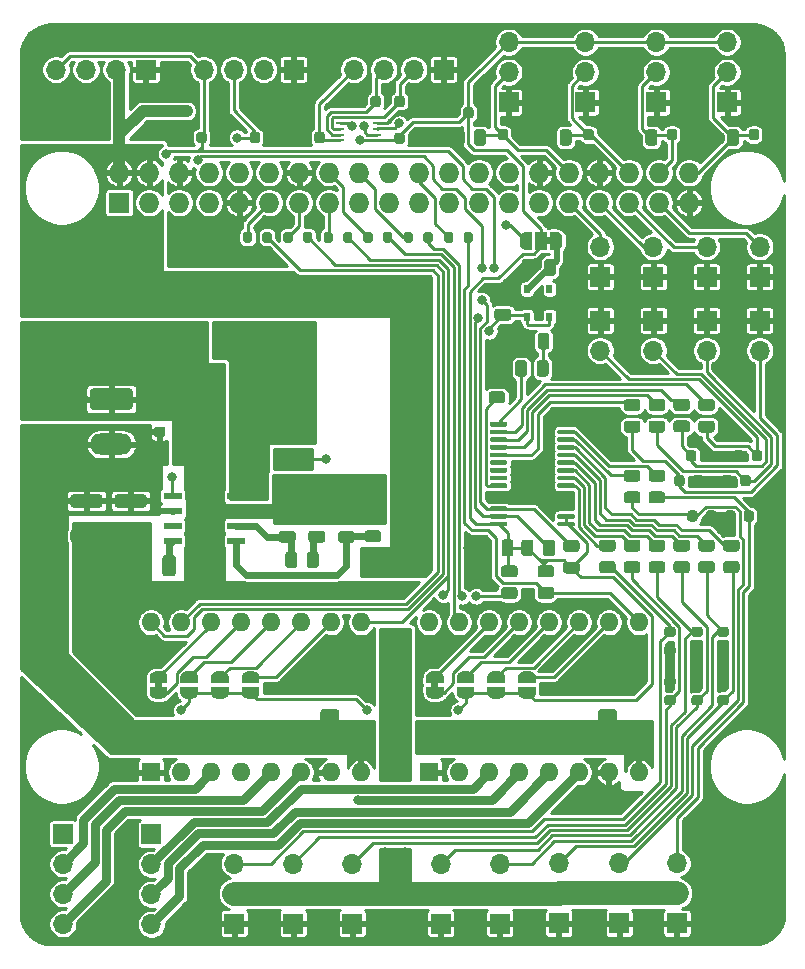
<source format=gbr>
%TF.GenerationSoftware,KiCad,Pcbnew,5.1.9*%
%TF.CreationDate,2021-03-12T16:49:57+01:00*%
%TF.ProjectId,monkey-rpi-header-pcb,6d6f6e6b-6579-42d7-9270-692d68656164,rev?*%
%TF.SameCoordinates,Original*%
%TF.FileFunction,Copper,L1,Top*%
%TF.FilePolarity,Positive*%
%FSLAX46Y46*%
G04 Gerber Fmt 4.6, Leading zero omitted, Abs format (unit mm)*
G04 Created by KiCad (PCBNEW 5.1.9) date 2021-03-12 16:49:57*
%MOMM*%
%LPD*%
G01*
G04 APERTURE LIST*
%TA.AperFunction,EtchedComponent*%
%ADD10C,0.100000*%
%TD*%
%TA.AperFunction,SMDPad,CuDef*%
%ADD11R,0.750000X0.250000*%
%TD*%
%TA.AperFunction,SMDPad,CuDef*%
%ADD12C,0.100000*%
%TD*%
%TA.AperFunction,ComponentPad*%
%ADD13O,1.700000X1.700000*%
%TD*%
%TA.AperFunction,ComponentPad*%
%ADD14R,1.700000X1.700000*%
%TD*%
%TA.AperFunction,SMDPad,CuDef*%
%ADD15R,1.000000X1.500000*%
%TD*%
%TA.AperFunction,ComponentPad*%
%ADD16O,1.600000X1.600000*%
%TD*%
%TA.AperFunction,ComponentPad*%
%ADD17R,1.600000X1.600000*%
%TD*%
%TA.AperFunction,ComponentPad*%
%ADD18C,0.600000*%
%TD*%
%TA.AperFunction,SMDPad,CuDef*%
%ADD19R,1.550000X0.600000*%
%TD*%
%TA.AperFunction,SMDPad,CuDef*%
%ADD20R,2.950000X4.900000*%
%TD*%
%TA.AperFunction,SMDPad,CuDef*%
%ADD21R,0.510000X0.700000*%
%TD*%
%TA.AperFunction,SMDPad,CuDef*%
%ADD22R,5.500000X1.430000*%
%TD*%
%TA.AperFunction,ComponentPad*%
%ADD23O,3.600000X1.800000*%
%TD*%
%TA.AperFunction,SMDPad,CuDef*%
%ADD24R,6.400000X5.800000*%
%TD*%
%TA.AperFunction,SMDPad,CuDef*%
%ADD25R,2.200000X1.200000*%
%TD*%
%TA.AperFunction,ComponentPad*%
%ADD26R,1.727200X1.727200*%
%TD*%
%TA.AperFunction,ComponentPad*%
%ADD27O,1.727200X1.727200*%
%TD*%
%TA.AperFunction,ViaPad*%
%ADD28C,0.800000*%
%TD*%
%TA.AperFunction,Conductor*%
%ADD29C,0.250000*%
%TD*%
%TA.AperFunction,Conductor*%
%ADD30C,0.750000*%
%TD*%
%TA.AperFunction,Conductor*%
%ADD31C,2.000000*%
%TD*%
%TA.AperFunction,Conductor*%
%ADD32C,1.000000*%
%TD*%
%TA.AperFunction,Conductor*%
%ADD33C,0.300000*%
%TD*%
%TA.AperFunction,Conductor*%
%ADD34C,0.600000*%
%TD*%
%TA.AperFunction,Conductor*%
%ADD35C,0.500000*%
%TD*%
%TA.AperFunction,Conductor*%
%ADD36C,0.254000*%
%TD*%
%TA.AperFunction,Conductor*%
%ADD37C,0.100000*%
%TD*%
G04 APERTURE END LIST*
D10*
%TO.C,JP9*%
G36*
X158300000Y-121350000D02*
G01*
X158300000Y-120850000D01*
X157700000Y-120850000D01*
X157700000Y-121350000D01*
X158300000Y-121350000D01*
G37*
%TO.C,JP8*%
G36*
X134900000Y-121350000D02*
G01*
X134900000Y-120850000D01*
X134300000Y-120850000D01*
X134300000Y-121350000D01*
X134900000Y-121350000D01*
G37*
%TO.C,JP7*%
G36*
X167900000Y-83800000D02*
G01*
X167400000Y-83800000D01*
X167400000Y-83200000D01*
X167900000Y-83200000D01*
X167900000Y-83800000D01*
G37*
%TD*%
%TO.P,C14,2*%
%TO.N,+24V*%
%TA.AperFunction,SMDPad,CuDef*%
G36*
G01*
X172049600Y-123150000D02*
X173150400Y-123150000D01*
G75*
G02*
X173400000Y-123399600I0J-249600D01*
G01*
X173400000Y-126400400D01*
G75*
G02*
X173150400Y-126650000I-249600J0D01*
G01*
X172049600Y-126650000D01*
G75*
G02*
X171800000Y-126400400I0J249600D01*
G01*
X171800000Y-123399600D01*
G75*
G02*
X172049600Y-123150000I249600J0D01*
G01*
G37*
%TD.AperFunction*%
%TO.P,C14,1*%
%TO.N,GND*%
%TA.AperFunction,SMDPad,CuDef*%
G36*
G01*
X172050000Y-117750000D02*
X173150000Y-117750000D01*
G75*
G02*
X173400000Y-118000000I0J-250000D01*
G01*
X173400000Y-121000000D01*
G75*
G02*
X173150000Y-121250000I-250000J0D01*
G01*
X172050000Y-121250000D01*
G75*
G02*
X171800000Y-121000000I0J250000D01*
G01*
X171800000Y-118000000D01*
G75*
G02*
X172050000Y-117750000I250000J0D01*
G01*
G37*
%TD.AperFunction*%
%TD*%
%TO.P,C13,2*%
%TO.N,+24V*%
%TA.AperFunction,SMDPad,CuDef*%
G36*
G01*
X148549600Y-123150000D02*
X149650400Y-123150000D01*
G75*
G02*
X149900000Y-123399600I0J-249600D01*
G01*
X149900000Y-126400400D01*
G75*
G02*
X149650400Y-126650000I-249600J0D01*
G01*
X148549600Y-126650000D01*
G75*
G02*
X148300000Y-126400400I0J249600D01*
G01*
X148300000Y-123399600D01*
G75*
G02*
X148549600Y-123150000I249600J0D01*
G01*
G37*
%TD.AperFunction*%
%TO.P,C13,1*%
%TO.N,GND*%
%TA.AperFunction,SMDPad,CuDef*%
G36*
G01*
X148550000Y-117750000D02*
X149650000Y-117750000D01*
G75*
G02*
X149900000Y-118000000I0J-250000D01*
G01*
X149900000Y-121000000D01*
G75*
G02*
X149650000Y-121250000I-250000J0D01*
G01*
X148550000Y-121250000D01*
G75*
G02*
X148300000Y-121000000I0J250000D01*
G01*
X148300000Y-118000000D01*
G75*
G02*
X148550000Y-117750000I250000J0D01*
G01*
G37*
%TD.AperFunction*%
%TD*%
%TO.P,D15,2*%
%TO.N,GND*%
%TA.AperFunction,SMDPad,CuDef*%
G36*
G01*
X151850000Y-71443750D02*
X151850000Y-71956250D01*
G75*
G02*
X151631250Y-72175000I-218750J0D01*
G01*
X151193750Y-72175000D01*
G75*
G02*
X150975000Y-71956250I0J218750D01*
G01*
X150975000Y-71443750D01*
G75*
G02*
X151193750Y-71225000I218750J0D01*
G01*
X151631250Y-71225000D01*
G75*
G02*
X151850000Y-71443750I0J-218750D01*
G01*
G37*
%TD.AperFunction*%
%TO.P,D15,1*%
%TO.N,LED_Reg_Out*%
%TA.AperFunction,SMDPad,CuDef*%
G36*
G01*
X153425000Y-71443750D02*
X153425000Y-71956250D01*
G75*
G02*
X153206250Y-72175000I-218750J0D01*
G01*
X152768750Y-72175000D01*
G75*
G02*
X152550000Y-71956250I0J218750D01*
G01*
X152550000Y-71443750D01*
G75*
G02*
X152768750Y-71225000I218750J0D01*
G01*
X153206250Y-71225000D01*
G75*
G02*
X153425000Y-71443750I0J-218750D01*
G01*
G37*
%TD.AperFunction*%
%TD*%
%TO.P,D14,2*%
%TO.N,GND*%
%TA.AperFunction,SMDPad,CuDef*%
G36*
G01*
X156150000Y-71956250D02*
X156150000Y-71443750D01*
G75*
G02*
X156368750Y-71225000I218750J0D01*
G01*
X156806250Y-71225000D01*
G75*
G02*
X157025000Y-71443750I0J-218750D01*
G01*
X157025000Y-71956250D01*
G75*
G02*
X156806250Y-72175000I-218750J0D01*
G01*
X156368750Y-72175000D01*
G75*
G02*
X156150000Y-71956250I0J218750D01*
G01*
G37*
%TD.AperFunction*%
%TO.P,D14,1*%
%TO.N,LED_REG_CLK_OUT*%
%TA.AperFunction,SMDPad,CuDef*%
G36*
G01*
X154575000Y-71956250D02*
X154575000Y-71443750D01*
G75*
G02*
X154793750Y-71225000I218750J0D01*
G01*
X155231250Y-71225000D01*
G75*
G02*
X155450000Y-71443750I0J-218750D01*
G01*
X155450000Y-71956250D01*
G75*
G02*
X155231250Y-72175000I-218750J0D01*
G01*
X154793750Y-72175000D01*
G75*
G02*
X154575000Y-71956250I0J218750D01*
G01*
G37*
%TD.AperFunction*%
%TD*%
D11*
%TO.P,U4,8*%
%TO.N,+5V*%
X150000000Y-75000000D03*
%TO.P,U4,7*%
%TO.N,LED_Reg_Out*%
X150000000Y-74500000D03*
%TO.P,U4,6*%
%TO.N,LED_REG_CLK_OUT*%
X150000000Y-74000000D03*
%TO.P,U4,5*%
%TO.N,Net-(JP10-Pad1)*%
X150000000Y-73500000D03*
%TO.P,U4,4*%
%TO.N,GND*%
X153100000Y-73500000D03*
%TO.P,U4,3*%
%TO.N,Net-(J1-Pad23)*%
X153100000Y-74000000D03*
%TO.P,U4,2*%
%TO.N,Net-(J1-Pad19)*%
X153100000Y-74500000D03*
%TO.P,U4,1*%
%TO.N,+3V3*%
X153100000Y-75000000D03*
%TD*%
%TO.P,C16,2*%
%TO.N,+3V3*%
%TA.AperFunction,SMDPad,CuDef*%
G36*
G01*
X155450000Y-74575000D02*
X155450000Y-75075000D01*
G75*
G02*
X155225000Y-75300000I-225000J0D01*
G01*
X154775000Y-75300000D01*
G75*
G02*
X154550000Y-75075000I0J225000D01*
G01*
X154550000Y-74575000D01*
G75*
G02*
X154775000Y-74350000I225000J0D01*
G01*
X155225000Y-74350000D01*
G75*
G02*
X155450000Y-74575000I0J-225000D01*
G01*
G37*
%TD.AperFunction*%
%TO.P,C16,1*%
%TO.N,GND*%
%TA.AperFunction,SMDPad,CuDef*%
G36*
G01*
X157000000Y-74575000D02*
X157000000Y-75075000D01*
G75*
G02*
X156775000Y-75300000I-225000J0D01*
G01*
X156325000Y-75300000D01*
G75*
G02*
X156100000Y-75075000I0J225000D01*
G01*
X156100000Y-74575000D01*
G75*
G02*
X156325000Y-74350000I225000J0D01*
G01*
X156775000Y-74350000D01*
G75*
G02*
X157000000Y-74575000I0J-225000D01*
G01*
G37*
%TD.AperFunction*%
%TD*%
%TO.P,C15,2*%
%TO.N,GND*%
%TA.AperFunction,SMDPad,CuDef*%
G36*
G01*
X147125000Y-74500000D02*
X147125000Y-75000000D01*
G75*
G02*
X146900000Y-75225000I-225000J0D01*
G01*
X146450000Y-75225000D01*
G75*
G02*
X146225000Y-75000000I0J225000D01*
G01*
X146225000Y-74500000D01*
G75*
G02*
X146450000Y-74275000I225000J0D01*
G01*
X146900000Y-74275000D01*
G75*
G02*
X147125000Y-74500000I0J-225000D01*
G01*
G37*
%TD.AperFunction*%
%TO.P,C15,1*%
%TO.N,+5V*%
%TA.AperFunction,SMDPad,CuDef*%
G36*
G01*
X148675000Y-74500000D02*
X148675000Y-75000000D01*
G75*
G02*
X148450000Y-75225000I-225000J0D01*
G01*
X148000000Y-75225000D01*
G75*
G02*
X147775000Y-75000000I0J225000D01*
G01*
X147775000Y-74500000D01*
G75*
G02*
X148000000Y-74275000I225000J0D01*
G01*
X148450000Y-74275000D01*
G75*
G02*
X148675000Y-74500000I0J-225000D01*
G01*
G37*
%TD.AperFunction*%
%TD*%
%TA.AperFunction,SMDPad,CuDef*%
D12*
%TO.P,JP4,2*%
%TO.N,Net-(A2-Pad11)*%
G36*
X162450602Y-120450000D02*
G01*
X162450602Y-120425466D01*
X162455412Y-120376635D01*
X162464984Y-120328510D01*
X162479228Y-120281555D01*
X162498005Y-120236222D01*
X162521136Y-120192949D01*
X162548396Y-120152150D01*
X162579524Y-120114221D01*
X162614221Y-120079524D01*
X162652150Y-120048396D01*
X162692949Y-120021136D01*
X162736222Y-119998005D01*
X162781555Y-119979228D01*
X162828510Y-119964984D01*
X162876635Y-119955412D01*
X162925466Y-119950602D01*
X162950000Y-119950602D01*
X162950000Y-119950000D01*
X163450000Y-119950000D01*
X163450000Y-119950602D01*
X163474534Y-119950602D01*
X163523365Y-119955412D01*
X163571490Y-119964984D01*
X163618445Y-119979228D01*
X163663778Y-119998005D01*
X163707051Y-120021136D01*
X163747850Y-120048396D01*
X163785779Y-120079524D01*
X163820476Y-120114221D01*
X163851604Y-120152150D01*
X163878864Y-120192949D01*
X163901995Y-120236222D01*
X163920772Y-120281555D01*
X163935016Y-120328510D01*
X163944588Y-120376635D01*
X163949398Y-120425466D01*
X163949398Y-120450000D01*
X163950000Y-120450000D01*
X163950000Y-120950000D01*
X162450000Y-120950000D01*
X162450000Y-120450000D01*
X162450602Y-120450000D01*
G37*
%TD.AperFunction*%
%TA.AperFunction,SMDPad,CuDef*%
%TO.P,JP4,1*%
%TO.N,+3V3*%
G36*
X163950000Y-121250000D02*
G01*
X163950000Y-121750000D01*
X163949398Y-121750000D01*
X163949398Y-121774534D01*
X163944588Y-121823365D01*
X163935016Y-121871490D01*
X163920772Y-121918445D01*
X163901995Y-121963778D01*
X163878864Y-122007051D01*
X163851604Y-122047850D01*
X163820476Y-122085779D01*
X163785779Y-122120476D01*
X163747850Y-122151604D01*
X163707051Y-122178864D01*
X163663778Y-122201995D01*
X163618445Y-122220772D01*
X163571490Y-122235016D01*
X163523365Y-122244588D01*
X163474534Y-122249398D01*
X163450000Y-122249398D01*
X163450000Y-122250000D01*
X162950000Y-122250000D01*
X162950000Y-122249398D01*
X162925466Y-122249398D01*
X162876635Y-122244588D01*
X162828510Y-122235016D01*
X162781555Y-122220772D01*
X162736222Y-122201995D01*
X162692949Y-122178864D01*
X162652150Y-122151604D01*
X162614221Y-122120476D01*
X162579524Y-122085779D01*
X162548396Y-122047850D01*
X162521136Y-122007051D01*
X162498005Y-121963778D01*
X162479228Y-121918445D01*
X162464984Y-121871490D01*
X162455412Y-121823365D01*
X162450602Y-121774534D01*
X162450602Y-121750000D01*
X162450000Y-121750000D01*
X162450000Y-121250000D01*
X163950000Y-121250000D01*
G37*
%TD.AperFunction*%
%TD*%
%TA.AperFunction,SMDPad,CuDef*%
%TO.P,JP3,2*%
%TO.N,Net-(A1-Pad11)*%
G36*
X139050602Y-120450000D02*
G01*
X139050602Y-120425466D01*
X139055412Y-120376635D01*
X139064984Y-120328510D01*
X139079228Y-120281555D01*
X139098005Y-120236222D01*
X139121136Y-120192949D01*
X139148396Y-120152150D01*
X139179524Y-120114221D01*
X139214221Y-120079524D01*
X139252150Y-120048396D01*
X139292949Y-120021136D01*
X139336222Y-119998005D01*
X139381555Y-119979228D01*
X139428510Y-119964984D01*
X139476635Y-119955412D01*
X139525466Y-119950602D01*
X139550000Y-119950602D01*
X139550000Y-119950000D01*
X140050000Y-119950000D01*
X140050000Y-119950602D01*
X140074534Y-119950602D01*
X140123365Y-119955412D01*
X140171490Y-119964984D01*
X140218445Y-119979228D01*
X140263778Y-119998005D01*
X140307051Y-120021136D01*
X140347850Y-120048396D01*
X140385779Y-120079524D01*
X140420476Y-120114221D01*
X140451604Y-120152150D01*
X140478864Y-120192949D01*
X140501995Y-120236222D01*
X140520772Y-120281555D01*
X140535016Y-120328510D01*
X140544588Y-120376635D01*
X140549398Y-120425466D01*
X140549398Y-120450000D01*
X140550000Y-120450000D01*
X140550000Y-120950000D01*
X139050000Y-120950000D01*
X139050000Y-120450000D01*
X139050602Y-120450000D01*
G37*
%TD.AperFunction*%
%TA.AperFunction,SMDPad,CuDef*%
%TO.P,JP3,1*%
%TO.N,+3V3*%
G36*
X140550000Y-121250000D02*
G01*
X140550000Y-121750000D01*
X140549398Y-121750000D01*
X140549398Y-121774534D01*
X140544588Y-121823365D01*
X140535016Y-121871490D01*
X140520772Y-121918445D01*
X140501995Y-121963778D01*
X140478864Y-122007051D01*
X140451604Y-122047850D01*
X140420476Y-122085779D01*
X140385779Y-122120476D01*
X140347850Y-122151604D01*
X140307051Y-122178864D01*
X140263778Y-122201995D01*
X140218445Y-122220772D01*
X140171490Y-122235016D01*
X140123365Y-122244588D01*
X140074534Y-122249398D01*
X140050000Y-122249398D01*
X140050000Y-122250000D01*
X139550000Y-122250000D01*
X139550000Y-122249398D01*
X139525466Y-122249398D01*
X139476635Y-122244588D01*
X139428510Y-122235016D01*
X139381555Y-122220772D01*
X139336222Y-122201995D01*
X139292949Y-122178864D01*
X139252150Y-122151604D01*
X139214221Y-122120476D01*
X139179524Y-122085779D01*
X139148396Y-122047850D01*
X139121136Y-122007051D01*
X139098005Y-121963778D01*
X139079228Y-121918445D01*
X139064984Y-121871490D01*
X139055412Y-121823365D01*
X139050602Y-121774534D01*
X139050602Y-121750000D01*
X139050000Y-121750000D01*
X139050000Y-121250000D01*
X140550000Y-121250000D01*
G37*
%TD.AperFunction*%
%TD*%
%TA.AperFunction,SMDPad,CuDef*%
%TO.P,JP2,2*%
%TO.N,Net-(A2-Pad10)*%
G36*
X165050602Y-120450000D02*
G01*
X165050602Y-120425466D01*
X165055412Y-120376635D01*
X165064984Y-120328510D01*
X165079228Y-120281555D01*
X165098005Y-120236222D01*
X165121136Y-120192949D01*
X165148396Y-120152150D01*
X165179524Y-120114221D01*
X165214221Y-120079524D01*
X165252150Y-120048396D01*
X165292949Y-120021136D01*
X165336222Y-119998005D01*
X165381555Y-119979228D01*
X165428510Y-119964984D01*
X165476635Y-119955412D01*
X165525466Y-119950602D01*
X165550000Y-119950602D01*
X165550000Y-119950000D01*
X166050000Y-119950000D01*
X166050000Y-119950602D01*
X166074534Y-119950602D01*
X166123365Y-119955412D01*
X166171490Y-119964984D01*
X166218445Y-119979228D01*
X166263778Y-119998005D01*
X166307051Y-120021136D01*
X166347850Y-120048396D01*
X166385779Y-120079524D01*
X166420476Y-120114221D01*
X166451604Y-120152150D01*
X166478864Y-120192949D01*
X166501995Y-120236222D01*
X166520772Y-120281555D01*
X166535016Y-120328510D01*
X166544588Y-120376635D01*
X166549398Y-120425466D01*
X166549398Y-120450000D01*
X166550000Y-120450000D01*
X166550000Y-120950000D01*
X165050000Y-120950000D01*
X165050000Y-120450000D01*
X165050602Y-120450000D01*
G37*
%TD.AperFunction*%
%TA.AperFunction,SMDPad,CuDef*%
%TO.P,JP2,1*%
%TO.N,+3V3*%
G36*
X166550000Y-121250000D02*
G01*
X166550000Y-121750000D01*
X166549398Y-121750000D01*
X166549398Y-121774534D01*
X166544588Y-121823365D01*
X166535016Y-121871490D01*
X166520772Y-121918445D01*
X166501995Y-121963778D01*
X166478864Y-122007051D01*
X166451604Y-122047850D01*
X166420476Y-122085779D01*
X166385779Y-122120476D01*
X166347850Y-122151604D01*
X166307051Y-122178864D01*
X166263778Y-122201995D01*
X166218445Y-122220772D01*
X166171490Y-122235016D01*
X166123365Y-122244588D01*
X166074534Y-122249398D01*
X166050000Y-122249398D01*
X166050000Y-122250000D01*
X165550000Y-122250000D01*
X165550000Y-122249398D01*
X165525466Y-122249398D01*
X165476635Y-122244588D01*
X165428510Y-122235016D01*
X165381555Y-122220772D01*
X165336222Y-122201995D01*
X165292949Y-122178864D01*
X165252150Y-122151604D01*
X165214221Y-122120476D01*
X165179524Y-122085779D01*
X165148396Y-122047850D01*
X165121136Y-122007051D01*
X165098005Y-121963778D01*
X165079228Y-121918445D01*
X165064984Y-121871490D01*
X165055412Y-121823365D01*
X165050602Y-121774534D01*
X165050602Y-121750000D01*
X165050000Y-121750000D01*
X165050000Y-121250000D01*
X166550000Y-121250000D01*
G37*
%TD.AperFunction*%
%TD*%
%TA.AperFunction,SMDPad,CuDef*%
%TO.P,JP1,2*%
%TO.N,Net-(A1-Pad10)*%
G36*
X141650602Y-120450000D02*
G01*
X141650602Y-120425466D01*
X141655412Y-120376635D01*
X141664984Y-120328510D01*
X141679228Y-120281555D01*
X141698005Y-120236222D01*
X141721136Y-120192949D01*
X141748396Y-120152150D01*
X141779524Y-120114221D01*
X141814221Y-120079524D01*
X141852150Y-120048396D01*
X141892949Y-120021136D01*
X141936222Y-119998005D01*
X141981555Y-119979228D01*
X142028510Y-119964984D01*
X142076635Y-119955412D01*
X142125466Y-119950602D01*
X142150000Y-119950602D01*
X142150000Y-119950000D01*
X142650000Y-119950000D01*
X142650000Y-119950602D01*
X142674534Y-119950602D01*
X142723365Y-119955412D01*
X142771490Y-119964984D01*
X142818445Y-119979228D01*
X142863778Y-119998005D01*
X142907051Y-120021136D01*
X142947850Y-120048396D01*
X142985779Y-120079524D01*
X143020476Y-120114221D01*
X143051604Y-120152150D01*
X143078864Y-120192949D01*
X143101995Y-120236222D01*
X143120772Y-120281555D01*
X143135016Y-120328510D01*
X143144588Y-120376635D01*
X143149398Y-120425466D01*
X143149398Y-120450000D01*
X143150000Y-120450000D01*
X143150000Y-120950000D01*
X141650000Y-120950000D01*
X141650000Y-120450000D01*
X141650602Y-120450000D01*
G37*
%TD.AperFunction*%
%TA.AperFunction,SMDPad,CuDef*%
%TO.P,JP1,1*%
%TO.N,+3V3*%
G36*
X143150000Y-121250000D02*
G01*
X143150000Y-121750000D01*
X143149398Y-121750000D01*
X143149398Y-121774534D01*
X143144588Y-121823365D01*
X143135016Y-121871490D01*
X143120772Y-121918445D01*
X143101995Y-121963778D01*
X143078864Y-122007051D01*
X143051604Y-122047850D01*
X143020476Y-122085779D01*
X142985779Y-122120476D01*
X142947850Y-122151604D01*
X142907051Y-122178864D01*
X142863778Y-122201995D01*
X142818445Y-122220772D01*
X142771490Y-122235016D01*
X142723365Y-122244588D01*
X142674534Y-122249398D01*
X142650000Y-122249398D01*
X142650000Y-122250000D01*
X142150000Y-122250000D01*
X142150000Y-122249398D01*
X142125466Y-122249398D01*
X142076635Y-122244588D01*
X142028510Y-122235016D01*
X141981555Y-122220772D01*
X141936222Y-122201995D01*
X141892949Y-122178864D01*
X141852150Y-122151604D01*
X141814221Y-122120476D01*
X141779524Y-122085779D01*
X141748396Y-122047850D01*
X141721136Y-122007051D01*
X141698005Y-121963778D01*
X141679228Y-121918445D01*
X141664984Y-121871490D01*
X141655412Y-121823365D01*
X141650602Y-121774534D01*
X141650602Y-121750000D01*
X141650000Y-121750000D01*
X141650000Y-121250000D01*
X143150000Y-121250000D01*
G37*
%TD.AperFunction*%
%TD*%
%TO.P,R26,2*%
%TO.N,+3V3*%
%TA.AperFunction,SMDPad,CuDef*%
G36*
G01*
X167850001Y-112000000D02*
X166949999Y-112000000D01*
G75*
G02*
X166700000Y-111750001I0J249999D01*
G01*
X166700000Y-111224999D01*
G75*
G02*
X166949999Y-110975000I249999J0D01*
G01*
X167850001Y-110975000D01*
G75*
G02*
X168100000Y-111224999I0J-249999D01*
G01*
X168100000Y-111750001D01*
G75*
G02*
X167850001Y-112000000I-249999J0D01*
G01*
G37*
%TD.AperFunction*%
%TO.P,R26,1*%
%TO.N,Net-(A2-Pad9)*%
%TA.AperFunction,SMDPad,CuDef*%
G36*
G01*
X167850001Y-113825000D02*
X166949999Y-113825000D01*
G75*
G02*
X166700000Y-113575001I0J249999D01*
G01*
X166700000Y-113049999D01*
G75*
G02*
X166949999Y-112800000I249999J0D01*
G01*
X167850001Y-112800000D01*
G75*
G02*
X168100000Y-113049999I0J-249999D01*
G01*
X168100000Y-113575001D01*
G75*
G02*
X167850001Y-113825000I-249999J0D01*
G01*
G37*
%TD.AperFunction*%
%TD*%
%TO.P,R25,2*%
%TO.N,+3V3*%
%TA.AperFunction,SMDPad,CuDef*%
G36*
G01*
X164750001Y-112000000D02*
X163849999Y-112000000D01*
G75*
G02*
X163600000Y-111750001I0J249999D01*
G01*
X163600000Y-111224999D01*
G75*
G02*
X163849999Y-110975000I249999J0D01*
G01*
X164750001Y-110975000D01*
G75*
G02*
X165000000Y-111224999I0J-249999D01*
G01*
X165000000Y-111750001D01*
G75*
G02*
X164750001Y-112000000I-249999J0D01*
G01*
G37*
%TD.AperFunction*%
%TO.P,R25,1*%
%TO.N,Net-(A1-Pad9)*%
%TA.AperFunction,SMDPad,CuDef*%
G36*
G01*
X164750001Y-113825000D02*
X163849999Y-113825000D01*
G75*
G02*
X163600000Y-113575001I0J249999D01*
G01*
X163600000Y-113049999D01*
G75*
G02*
X163849999Y-112800000I249999J0D01*
G01*
X164750001Y-112800000D01*
G75*
G02*
X165000000Y-113049999I0J-249999D01*
G01*
X165000000Y-113575001D01*
G75*
G02*
X164750001Y-113825000I-249999J0D01*
G01*
G37*
%TD.AperFunction*%
%TD*%
%TO.P,R31,2*%
%TO.N,Net-(R31-Pad2)*%
%TA.AperFunction,SMDPad,CuDef*%
G36*
G01*
X165812500Y-93849999D02*
X165812500Y-94750001D01*
G75*
G02*
X165562501Y-95000000I-249999J0D01*
G01*
X165037499Y-95000000D01*
G75*
G02*
X164787500Y-94750001I0J249999D01*
G01*
X164787500Y-93849999D01*
G75*
G02*
X165037499Y-93600000I249999J0D01*
G01*
X165562501Y-93600000D01*
G75*
G02*
X165812500Y-93849999I0J-249999D01*
G01*
G37*
%TD.AperFunction*%
%TO.P,R31,1*%
%TO.N,Net-(D25-Pad2)*%
%TA.AperFunction,SMDPad,CuDef*%
G36*
G01*
X167637500Y-93849999D02*
X167637500Y-94750001D01*
G75*
G02*
X167387501Y-95000000I-249999J0D01*
G01*
X166862499Y-95000000D01*
G75*
G02*
X166612500Y-94750001I0J249999D01*
G01*
X166612500Y-93849999D01*
G75*
G02*
X166862499Y-93600000I249999J0D01*
G01*
X167387501Y-93600000D01*
G75*
G02*
X167637500Y-93849999I0J-249999D01*
G01*
G37*
%TD.AperFunction*%
%TD*%
%TA.AperFunction,SMDPad,CuDef*%
%TO.P,JP9,1*%
%TO.N,Net-(A2-Pad14)*%
G36*
X157250000Y-120950000D02*
G01*
X157250000Y-120450000D01*
X157250602Y-120450000D01*
X157250602Y-120425466D01*
X157255412Y-120376635D01*
X157264984Y-120328510D01*
X157279228Y-120281555D01*
X157298005Y-120236222D01*
X157321136Y-120192949D01*
X157348396Y-120152150D01*
X157379524Y-120114221D01*
X157414221Y-120079524D01*
X157452150Y-120048396D01*
X157492949Y-120021136D01*
X157536222Y-119998005D01*
X157581555Y-119979228D01*
X157628510Y-119964984D01*
X157676635Y-119955412D01*
X157725466Y-119950602D01*
X157750000Y-119950602D01*
X157750000Y-119950000D01*
X158250000Y-119950000D01*
X158250000Y-119950602D01*
X158274534Y-119950602D01*
X158323365Y-119955412D01*
X158371490Y-119964984D01*
X158418445Y-119979228D01*
X158463778Y-119998005D01*
X158507051Y-120021136D01*
X158547850Y-120048396D01*
X158585779Y-120079524D01*
X158620476Y-120114221D01*
X158651604Y-120152150D01*
X158678864Y-120192949D01*
X158701995Y-120236222D01*
X158720772Y-120281555D01*
X158735016Y-120328510D01*
X158744588Y-120376635D01*
X158749398Y-120425466D01*
X158749398Y-120450000D01*
X158750000Y-120450000D01*
X158750000Y-120950000D01*
X157250000Y-120950000D01*
G37*
%TD.AperFunction*%
%TA.AperFunction,SMDPad,CuDef*%
%TO.P,JP9,2*%
%TO.N,Net-(A2-Pad13)*%
G36*
X158749398Y-121750000D02*
G01*
X158749398Y-121774534D01*
X158744588Y-121823365D01*
X158735016Y-121871490D01*
X158720772Y-121918445D01*
X158701995Y-121963778D01*
X158678864Y-122007051D01*
X158651604Y-122047850D01*
X158620476Y-122085779D01*
X158585779Y-122120476D01*
X158547850Y-122151604D01*
X158507051Y-122178864D01*
X158463778Y-122201995D01*
X158418445Y-122220772D01*
X158371490Y-122235016D01*
X158323365Y-122244588D01*
X158274534Y-122249398D01*
X158250000Y-122249398D01*
X158250000Y-122250000D01*
X157750000Y-122250000D01*
X157750000Y-122249398D01*
X157725466Y-122249398D01*
X157676635Y-122244588D01*
X157628510Y-122235016D01*
X157581555Y-122220772D01*
X157536222Y-122201995D01*
X157492949Y-122178864D01*
X157452150Y-122151604D01*
X157414221Y-122120476D01*
X157379524Y-122085779D01*
X157348396Y-122047850D01*
X157321136Y-122007051D01*
X157298005Y-121963778D01*
X157279228Y-121918445D01*
X157264984Y-121871490D01*
X157255412Y-121823365D01*
X157250602Y-121774534D01*
X157250602Y-121750000D01*
X157250000Y-121750000D01*
X157250000Y-121250000D01*
X158750000Y-121250000D01*
X158750000Y-121750000D01*
X158749398Y-121750000D01*
G37*
%TD.AperFunction*%
%TD*%
%TA.AperFunction,SMDPad,CuDef*%
%TO.P,JP8,1*%
%TO.N,Net-(A1-Pad14)*%
G36*
X133850000Y-120950000D02*
G01*
X133850000Y-120450000D01*
X133850602Y-120450000D01*
X133850602Y-120425466D01*
X133855412Y-120376635D01*
X133864984Y-120328510D01*
X133879228Y-120281555D01*
X133898005Y-120236222D01*
X133921136Y-120192949D01*
X133948396Y-120152150D01*
X133979524Y-120114221D01*
X134014221Y-120079524D01*
X134052150Y-120048396D01*
X134092949Y-120021136D01*
X134136222Y-119998005D01*
X134181555Y-119979228D01*
X134228510Y-119964984D01*
X134276635Y-119955412D01*
X134325466Y-119950602D01*
X134350000Y-119950602D01*
X134350000Y-119950000D01*
X134850000Y-119950000D01*
X134850000Y-119950602D01*
X134874534Y-119950602D01*
X134923365Y-119955412D01*
X134971490Y-119964984D01*
X135018445Y-119979228D01*
X135063778Y-119998005D01*
X135107051Y-120021136D01*
X135147850Y-120048396D01*
X135185779Y-120079524D01*
X135220476Y-120114221D01*
X135251604Y-120152150D01*
X135278864Y-120192949D01*
X135301995Y-120236222D01*
X135320772Y-120281555D01*
X135335016Y-120328510D01*
X135344588Y-120376635D01*
X135349398Y-120425466D01*
X135349398Y-120450000D01*
X135350000Y-120450000D01*
X135350000Y-120950000D01*
X133850000Y-120950000D01*
G37*
%TD.AperFunction*%
%TA.AperFunction,SMDPad,CuDef*%
%TO.P,JP8,2*%
%TO.N,Net-(A1-Pad13)*%
G36*
X135349398Y-121750000D02*
G01*
X135349398Y-121774534D01*
X135344588Y-121823365D01*
X135335016Y-121871490D01*
X135320772Y-121918445D01*
X135301995Y-121963778D01*
X135278864Y-122007051D01*
X135251604Y-122047850D01*
X135220476Y-122085779D01*
X135185779Y-122120476D01*
X135147850Y-122151604D01*
X135107051Y-122178864D01*
X135063778Y-122201995D01*
X135018445Y-122220772D01*
X134971490Y-122235016D01*
X134923365Y-122244588D01*
X134874534Y-122249398D01*
X134850000Y-122249398D01*
X134850000Y-122250000D01*
X134350000Y-122250000D01*
X134350000Y-122249398D01*
X134325466Y-122249398D01*
X134276635Y-122244588D01*
X134228510Y-122235016D01*
X134181555Y-122220772D01*
X134136222Y-122201995D01*
X134092949Y-122178864D01*
X134052150Y-122151604D01*
X134014221Y-122120476D01*
X133979524Y-122085779D01*
X133948396Y-122047850D01*
X133921136Y-122007051D01*
X133898005Y-121963778D01*
X133879228Y-121918445D01*
X133864984Y-121871490D01*
X133855412Y-121823365D01*
X133850602Y-121774534D01*
X133850602Y-121750000D01*
X133850000Y-121750000D01*
X133850000Y-121250000D01*
X135350000Y-121250000D01*
X135350000Y-121750000D01*
X135349398Y-121750000D01*
G37*
%TD.AperFunction*%
%TD*%
D13*
%TO.P,J27,2*%
%TO.N,Additional_IO_4_Out*%
X185500000Y-84000000D03*
D14*
%TO.P,J27,1*%
%TO.N,GND*%
X185500000Y-86540000D03*
%TD*%
D13*
%TO.P,J26,2*%
%TO.N,Additional_IO_3_Out*%
X181000000Y-84000000D03*
D14*
%TO.P,J26,1*%
%TO.N,GND*%
X181000000Y-86540000D03*
%TD*%
D13*
%TO.P,J25,2*%
%TO.N,Additional_IO_2_Out*%
X176500000Y-84000000D03*
D14*
%TO.P,J25,1*%
%TO.N,GND*%
X176500000Y-86540000D03*
%TD*%
D13*
%TO.P,J24,2*%
%TO.N,Additional_IO_1_Out*%
X172000000Y-84000000D03*
D14*
%TO.P,J24,1*%
%TO.N,GND*%
X172000000Y-86540000D03*
%TD*%
D13*
%TO.P,J23,3*%
%TO.N,+3V3*%
X182750000Y-66670000D03*
%TO.P,J23,2*%
%TO.N,Additional_IO_2*%
X182750000Y-69210000D03*
D14*
%TO.P,J23,1*%
%TO.N,GND*%
X182750000Y-71750000D03*
%TD*%
D13*
%TO.P,J22,3*%
%TO.N,+3V3*%
X176750000Y-66670000D03*
%TO.P,J22,2*%
%TO.N,Additional_IO_1*%
X176750000Y-69210000D03*
D14*
%TO.P,J22,1*%
%TO.N,GND*%
X176750000Y-71750000D03*
%TD*%
D13*
%TO.P,J18,3*%
%TO.N,+3V3*%
X170750000Y-66670000D03*
%TO.P,J18,2*%
%TO.N,Lever_Touch_IO*%
X170750000Y-69210000D03*
D14*
%TO.P,J18,1*%
%TO.N,GND*%
X170750000Y-71750000D03*
%TD*%
D13*
%TO.P,J5,3*%
%TO.N,+3V3*%
X164250000Y-66670000D03*
%TO.P,J5,2*%
%TO.N,Lever_Switch_IO*%
X164250000Y-69210000D03*
D14*
%TO.P,J5,1*%
%TO.N,GND*%
X164250000Y-71750000D03*
%TD*%
%TO.P,D25,2*%
%TO.N,Net-(D25-Pad2)*%
%TA.AperFunction,SMDPad,CuDef*%
G36*
G01*
X166712500Y-92456250D02*
X166712500Y-91543750D01*
G75*
G02*
X166956250Y-91300000I243750J0D01*
G01*
X167443750Y-91300000D01*
G75*
G02*
X167687500Y-91543750I0J-243750D01*
G01*
X167687500Y-92456250D01*
G75*
G02*
X167443750Y-92700000I-243750J0D01*
G01*
X166956250Y-92700000D01*
G75*
G02*
X166712500Y-92456250I0J243750D01*
G01*
G37*
%TD.AperFunction*%
%TO.P,D25,1*%
%TO.N,GND*%
%TA.AperFunction,SMDPad,CuDef*%
G36*
G01*
X164837500Y-92456250D02*
X164837500Y-91543750D01*
G75*
G02*
X165081250Y-91300000I243750J0D01*
G01*
X165568750Y-91300000D01*
G75*
G02*
X165812500Y-91543750I0J-243750D01*
G01*
X165812500Y-92456250D01*
G75*
G02*
X165568750Y-92700000I-243750J0D01*
G01*
X165081250Y-92700000D01*
G75*
G02*
X164837500Y-92456250I0J243750D01*
G01*
G37*
%TD.AperFunction*%
%TD*%
%TO.P,D22,2*%
%TO.N,GND*%
%TA.AperFunction,SMDPad,CuDef*%
G36*
G01*
X179837500Y-104056250D02*
X179837500Y-103543750D01*
G75*
G02*
X180056250Y-103325000I218750J0D01*
G01*
X180493750Y-103325000D01*
G75*
G02*
X180712500Y-103543750I0J-218750D01*
G01*
X180712500Y-104056250D01*
G75*
G02*
X180493750Y-104275000I-218750J0D01*
G01*
X180056250Y-104275000D01*
G75*
G02*
X179837500Y-104056250I0J218750D01*
G01*
G37*
%TD.AperFunction*%
%TO.P,D22,1*%
%TO.N,Signal_LED_4*%
%TA.AperFunction,SMDPad,CuDef*%
G36*
G01*
X178262500Y-104056250D02*
X178262500Y-103543750D01*
G75*
G02*
X178481250Y-103325000I218750J0D01*
G01*
X178918750Y-103325000D01*
G75*
G02*
X179137500Y-103543750I0J-218750D01*
G01*
X179137500Y-104056250D01*
G75*
G02*
X178918750Y-104275000I-218750J0D01*
G01*
X178481250Y-104275000D01*
G75*
G02*
X178262500Y-104056250I0J218750D01*
G01*
G37*
%TD.AperFunction*%
%TD*%
%TO.P,D21,2*%
%TO.N,GND*%
%TA.AperFunction,SMDPad,CuDef*%
G36*
G01*
X183162500Y-103543750D02*
X183162500Y-104056250D01*
G75*
G02*
X182943750Y-104275000I-218750J0D01*
G01*
X182506250Y-104275000D01*
G75*
G02*
X182287500Y-104056250I0J218750D01*
G01*
X182287500Y-103543750D01*
G75*
G02*
X182506250Y-103325000I218750J0D01*
G01*
X182943750Y-103325000D01*
G75*
G02*
X183162500Y-103543750I0J-218750D01*
G01*
G37*
%TD.AperFunction*%
%TO.P,D21,1*%
%TO.N,Signal_LED_3*%
%TA.AperFunction,SMDPad,CuDef*%
G36*
G01*
X184737500Y-103543750D02*
X184737500Y-104056250D01*
G75*
G02*
X184518750Y-104275000I-218750J0D01*
G01*
X184081250Y-104275000D01*
G75*
G02*
X183862500Y-104056250I0J218750D01*
G01*
X183862500Y-103543750D01*
G75*
G02*
X184081250Y-103325000I218750J0D01*
G01*
X184518750Y-103325000D01*
G75*
G02*
X184737500Y-103543750I0J-218750D01*
G01*
G37*
%TD.AperFunction*%
%TD*%
%TO.P,D20,2*%
%TO.N,GND*%
%TA.AperFunction,SMDPad,CuDef*%
G36*
G01*
X180837500Y-101956250D02*
X180837500Y-101443750D01*
G75*
G02*
X181056250Y-101225000I218750J0D01*
G01*
X181493750Y-101225000D01*
G75*
G02*
X181712500Y-101443750I0J-218750D01*
G01*
X181712500Y-101956250D01*
G75*
G02*
X181493750Y-102175000I-218750J0D01*
G01*
X181056250Y-102175000D01*
G75*
G02*
X180837500Y-101956250I0J218750D01*
G01*
G37*
%TD.AperFunction*%
%TO.P,D20,1*%
%TO.N,Signal_LED_2*%
%TA.AperFunction,SMDPad,CuDef*%
G36*
G01*
X179262500Y-101956250D02*
X179262500Y-101443750D01*
G75*
G02*
X179481250Y-101225000I218750J0D01*
G01*
X179918750Y-101225000D01*
G75*
G02*
X180137500Y-101443750I0J-218750D01*
G01*
X180137500Y-101956250D01*
G75*
G02*
X179918750Y-102175000I-218750J0D01*
G01*
X179481250Y-102175000D01*
G75*
G02*
X179262500Y-101956250I0J218750D01*
G01*
G37*
%TD.AperFunction*%
%TD*%
%TO.P,D13,1*%
%TO.N,I2C_SDA*%
%TA.AperFunction,SMDPad,CuDef*%
G36*
G01*
X137812500Y-75006250D02*
X137812500Y-74493750D01*
G75*
G02*
X138031250Y-74275000I218750J0D01*
G01*
X138468750Y-74275000D01*
G75*
G02*
X138687500Y-74493750I0J-218750D01*
G01*
X138687500Y-75006250D01*
G75*
G02*
X138468750Y-75225000I-218750J0D01*
G01*
X138031250Y-75225000D01*
G75*
G02*
X137812500Y-75006250I0J218750D01*
G01*
G37*
%TD.AperFunction*%
%TO.P,D13,2*%
%TO.N,GND*%
%TA.AperFunction,SMDPad,CuDef*%
G36*
G01*
X139387500Y-75006250D02*
X139387500Y-74493750D01*
G75*
G02*
X139606250Y-74275000I218750J0D01*
G01*
X140043750Y-74275000D01*
G75*
G02*
X140262500Y-74493750I0J-218750D01*
G01*
X140262500Y-75006250D01*
G75*
G02*
X140043750Y-75225000I-218750J0D01*
G01*
X139606250Y-75225000D01*
G75*
G02*
X139387500Y-75006250I0J218750D01*
G01*
G37*
%TD.AperFunction*%
%TD*%
%TO.P,D12,2*%
%TO.N,GND*%
%TA.AperFunction,SMDPad,CuDef*%
G36*
G01*
X184137500Y-101443750D02*
X184137500Y-101956250D01*
G75*
G02*
X183918750Y-102175000I-218750J0D01*
G01*
X183481250Y-102175000D01*
G75*
G02*
X183262500Y-101956250I0J218750D01*
G01*
X183262500Y-101443750D01*
G75*
G02*
X183481250Y-101225000I218750J0D01*
G01*
X183918750Y-101225000D01*
G75*
G02*
X184137500Y-101443750I0J-218750D01*
G01*
G37*
%TD.AperFunction*%
%TO.P,D12,1*%
%TO.N,Signal_LED_1*%
%TA.AperFunction,SMDPad,CuDef*%
G36*
G01*
X185712500Y-101443750D02*
X185712500Y-101956250D01*
G75*
G02*
X185493750Y-102175000I-218750J0D01*
G01*
X185056250Y-102175000D01*
G75*
G02*
X184837500Y-101956250I0J218750D01*
G01*
X184837500Y-101443750D01*
G75*
G02*
X185056250Y-101225000I218750J0D01*
G01*
X185493750Y-101225000D01*
G75*
G02*
X185712500Y-101443750I0J-218750D01*
G01*
G37*
%TD.AperFunction*%
%TD*%
%TO.P,D11,2*%
%TO.N,GND*%
%TA.AperFunction,SMDPad,CuDef*%
G36*
G01*
X143887500Y-75006250D02*
X143887500Y-74493750D01*
G75*
G02*
X144106250Y-74275000I218750J0D01*
G01*
X144543750Y-74275000D01*
G75*
G02*
X144762500Y-74493750I0J-218750D01*
G01*
X144762500Y-75006250D01*
G75*
G02*
X144543750Y-75225000I-218750J0D01*
G01*
X144106250Y-75225000D01*
G75*
G02*
X143887500Y-75006250I0J218750D01*
G01*
G37*
%TD.AperFunction*%
%TO.P,D11,1*%
%TO.N,I2C_SCL*%
%TA.AperFunction,SMDPad,CuDef*%
G36*
G01*
X142312500Y-75006250D02*
X142312500Y-74493750D01*
G75*
G02*
X142531250Y-74275000I218750J0D01*
G01*
X142968750Y-74275000D01*
G75*
G02*
X143187500Y-74493750I0J-218750D01*
G01*
X143187500Y-75006250D01*
G75*
G02*
X142968750Y-75225000I-218750J0D01*
G01*
X142531250Y-75225000D01*
G75*
G02*
X142312500Y-75006250I0J218750D01*
G01*
G37*
%TD.AperFunction*%
%TD*%
%TO.P,D4,1*%
%TO.N,+3V3*%
%TA.AperFunction,SMDPad,CuDef*%
G36*
G01*
X161275000Y-72393750D02*
X161275000Y-72906250D01*
G75*
G02*
X161056250Y-73125000I-218750J0D01*
G01*
X160618750Y-73125000D01*
G75*
G02*
X160400000Y-72906250I0J218750D01*
G01*
X160400000Y-72393750D01*
G75*
G02*
X160618750Y-72175000I218750J0D01*
G01*
X161056250Y-72175000D01*
G75*
G02*
X161275000Y-72393750I0J-218750D01*
G01*
G37*
%TD.AperFunction*%
%TO.P,D4,2*%
%TO.N,GND*%
%TA.AperFunction,SMDPad,CuDef*%
G36*
G01*
X159700000Y-72393750D02*
X159700000Y-72906250D01*
G75*
G02*
X159481250Y-73125000I-218750J0D01*
G01*
X159043750Y-73125000D01*
G75*
G02*
X158825000Y-72906250I0J218750D01*
G01*
X158825000Y-72393750D01*
G75*
G02*
X159043750Y-72175000I218750J0D01*
G01*
X159481250Y-72175000D01*
G75*
G02*
X159700000Y-72393750I0J-218750D01*
G01*
G37*
%TD.AperFunction*%
%TD*%
%TO.P,D3,2*%
%TO.N,GND*%
%TA.AperFunction,SMDPad,CuDef*%
G36*
G01*
X153750000Y-106143750D02*
X153750000Y-106656250D01*
G75*
G02*
X153531250Y-106875000I-218750J0D01*
G01*
X153093750Y-106875000D01*
G75*
G02*
X152875000Y-106656250I0J218750D01*
G01*
X152875000Y-106143750D01*
G75*
G02*
X153093750Y-105925000I218750J0D01*
G01*
X153531250Y-105925000D01*
G75*
G02*
X153750000Y-106143750I0J-218750D01*
G01*
G37*
%TD.AperFunction*%
%TO.P,D3,1*%
%TO.N,+5V*%
%TA.AperFunction,SMDPad,CuDef*%
G36*
G01*
X155325000Y-106143750D02*
X155325000Y-106656250D01*
G75*
G02*
X155106250Y-106875000I-218750J0D01*
G01*
X154668750Y-106875000D01*
G75*
G02*
X154450000Y-106656250I0J218750D01*
G01*
X154450000Y-106143750D01*
G75*
G02*
X154668750Y-105925000I218750J0D01*
G01*
X155106250Y-105925000D01*
G75*
G02*
X155325000Y-106143750I0J-218750D01*
G01*
G37*
%TD.AperFunction*%
%TD*%
%TO.P,D2,2*%
%TO.N,GND*%
%TA.AperFunction,SMDPad,CuDef*%
G36*
G01*
X134956250Y-98537500D02*
X134443750Y-98537500D01*
G75*
G02*
X134225000Y-98318750I0J218750D01*
G01*
X134225000Y-97881250D01*
G75*
G02*
X134443750Y-97662500I218750J0D01*
G01*
X134956250Y-97662500D01*
G75*
G02*
X135175000Y-97881250I0J-218750D01*
G01*
X135175000Y-98318750D01*
G75*
G02*
X134956250Y-98537500I-218750J0D01*
G01*
G37*
%TD.AperFunction*%
%TO.P,D2,1*%
%TO.N,+24V*%
%TA.AperFunction,SMDPad,CuDef*%
G36*
G01*
X134956250Y-100112500D02*
X134443750Y-100112500D01*
G75*
G02*
X134225000Y-99893750I0J218750D01*
G01*
X134225000Y-99456250D01*
G75*
G02*
X134443750Y-99237500I218750J0D01*
G01*
X134956250Y-99237500D01*
G75*
G02*
X135175000Y-99456250I0J-218750D01*
G01*
X135175000Y-99893750D01*
G75*
G02*
X134956250Y-100112500I-218750J0D01*
G01*
G37*
%TD.AperFunction*%
%TD*%
%TO.P,R30,2*%
%TO.N,Net-(A2-Pad16)*%
%TA.AperFunction,SMDPad,CuDef*%
G36*
G01*
X157000000Y-83475000D02*
X157000000Y-82925000D01*
G75*
G02*
X157200000Y-82725000I200000J0D01*
G01*
X157600000Y-82725000D01*
G75*
G02*
X157800000Y-82925000I0J-200000D01*
G01*
X157800000Y-83475000D01*
G75*
G02*
X157600000Y-83675000I-200000J0D01*
G01*
X157200000Y-83675000D01*
G75*
G02*
X157000000Y-83475000I0J200000D01*
G01*
G37*
%TD.AperFunction*%
%TO.P,R30,1*%
%TO.N,Carousel_2_Stepper_DIR*%
%TA.AperFunction,SMDPad,CuDef*%
G36*
G01*
X155350000Y-83475000D02*
X155350000Y-82925000D01*
G75*
G02*
X155550000Y-82725000I200000J0D01*
G01*
X155950000Y-82725000D01*
G75*
G02*
X156150000Y-82925000I0J-200000D01*
G01*
X156150000Y-83475000D01*
G75*
G02*
X155950000Y-83675000I-200000J0D01*
G01*
X155550000Y-83675000D01*
G75*
G02*
X155350000Y-83475000I0J200000D01*
G01*
G37*
%TD.AperFunction*%
%TD*%
%TO.P,R29,2*%
%TO.N,Net-(A1-Pad16)*%
%TA.AperFunction,SMDPad,CuDef*%
G36*
G01*
X146825000Y-83475000D02*
X146825000Y-82925000D01*
G75*
G02*
X147025000Y-82725000I200000J0D01*
G01*
X147425000Y-82725000D01*
G75*
G02*
X147625000Y-82925000I0J-200000D01*
G01*
X147625000Y-83475000D01*
G75*
G02*
X147425000Y-83675000I-200000J0D01*
G01*
X147025000Y-83675000D01*
G75*
G02*
X146825000Y-83475000I0J200000D01*
G01*
G37*
%TD.AperFunction*%
%TO.P,R29,1*%
%TO.N,Carousel_1_Stepper_DIR*%
%TA.AperFunction,SMDPad,CuDef*%
G36*
G01*
X145175000Y-83475000D02*
X145175000Y-82925000D01*
G75*
G02*
X145375000Y-82725000I200000J0D01*
G01*
X145775000Y-82725000D01*
G75*
G02*
X145975000Y-82925000I0J-200000D01*
G01*
X145975000Y-83475000D01*
G75*
G02*
X145775000Y-83675000I-200000J0D01*
G01*
X145375000Y-83675000D01*
G75*
G02*
X145175000Y-83475000I0J200000D01*
G01*
G37*
%TD.AperFunction*%
%TD*%
%TO.P,R28,2*%
%TO.N,Net-(A2-Pad15)*%
%TA.AperFunction,SMDPad,CuDef*%
G36*
G01*
X153600000Y-83475000D02*
X153600000Y-82925000D01*
G75*
G02*
X153800000Y-82725000I200000J0D01*
G01*
X154200000Y-82725000D01*
G75*
G02*
X154400000Y-82925000I0J-200000D01*
G01*
X154400000Y-83475000D01*
G75*
G02*
X154200000Y-83675000I-200000J0D01*
G01*
X153800000Y-83675000D01*
G75*
G02*
X153600000Y-83475000I0J200000D01*
G01*
G37*
%TD.AperFunction*%
%TO.P,R28,1*%
%TO.N,Carousel_2_Stepper_STEP*%
%TA.AperFunction,SMDPad,CuDef*%
G36*
G01*
X151950000Y-83475000D02*
X151950000Y-82925000D01*
G75*
G02*
X152150000Y-82725000I200000J0D01*
G01*
X152550000Y-82725000D01*
G75*
G02*
X152750000Y-82925000I0J-200000D01*
G01*
X152750000Y-83475000D01*
G75*
G02*
X152550000Y-83675000I-200000J0D01*
G01*
X152150000Y-83675000D01*
G75*
G02*
X151950000Y-83475000I0J200000D01*
G01*
G37*
%TD.AperFunction*%
%TD*%
%TO.P,R27,2*%
%TO.N,Net-(A1-Pad15)*%
%TA.AperFunction,SMDPad,CuDef*%
G36*
G01*
X143400000Y-83475000D02*
X143400000Y-82925000D01*
G75*
G02*
X143600000Y-82725000I200000J0D01*
G01*
X144000000Y-82725000D01*
G75*
G02*
X144200000Y-82925000I0J-200000D01*
G01*
X144200000Y-83475000D01*
G75*
G02*
X144000000Y-83675000I-200000J0D01*
G01*
X143600000Y-83675000D01*
G75*
G02*
X143400000Y-83475000I0J200000D01*
G01*
G37*
%TD.AperFunction*%
%TO.P,R27,1*%
%TO.N,Carousel_1_Stepper_STEP*%
%TA.AperFunction,SMDPad,CuDef*%
G36*
G01*
X141750000Y-83475000D02*
X141750000Y-82925000D01*
G75*
G02*
X141950000Y-82725000I200000J0D01*
G01*
X142350000Y-82725000D01*
G75*
G02*
X142550000Y-82925000I0J-200000D01*
G01*
X142550000Y-83475000D01*
G75*
G02*
X142350000Y-83675000I-200000J0D01*
G01*
X141950000Y-83675000D01*
G75*
G02*
X141750000Y-83475000I0J200000D01*
G01*
G37*
%TD.AperFunction*%
%TD*%
%TO.P,R24,2*%
%TO.N,Net-(A2-Pad9)*%
%TA.AperFunction,SMDPad,CuDef*%
G36*
G01*
X160425000Y-83475000D02*
X160425000Y-82925000D01*
G75*
G02*
X160625000Y-82725000I200000J0D01*
G01*
X161025000Y-82725000D01*
G75*
G02*
X161225000Y-82925000I0J-200000D01*
G01*
X161225000Y-83475000D01*
G75*
G02*
X161025000Y-83675000I-200000J0D01*
G01*
X160625000Y-83675000D01*
G75*
G02*
X160425000Y-83475000I0J200000D01*
G01*
G37*
%TD.AperFunction*%
%TO.P,R24,1*%
%TO.N,Carousel_2_Stepper_EN*%
%TA.AperFunction,SMDPad,CuDef*%
G36*
G01*
X158775000Y-83475000D02*
X158775000Y-82925000D01*
G75*
G02*
X158975000Y-82725000I200000J0D01*
G01*
X159375000Y-82725000D01*
G75*
G02*
X159575000Y-82925000I0J-200000D01*
G01*
X159575000Y-83475000D01*
G75*
G02*
X159375000Y-83675000I-200000J0D01*
G01*
X158975000Y-83675000D01*
G75*
G02*
X158775000Y-83475000I0J200000D01*
G01*
G37*
%TD.AperFunction*%
%TD*%
%TO.P,R23,2*%
%TO.N,Net-(A1-Pad9)*%
%TA.AperFunction,SMDPad,CuDef*%
G36*
G01*
X150225000Y-83475000D02*
X150225000Y-82925000D01*
G75*
G02*
X150425000Y-82725000I200000J0D01*
G01*
X150825000Y-82725000D01*
G75*
G02*
X151025000Y-82925000I0J-200000D01*
G01*
X151025000Y-83475000D01*
G75*
G02*
X150825000Y-83675000I-200000J0D01*
G01*
X150425000Y-83675000D01*
G75*
G02*
X150225000Y-83475000I0J200000D01*
G01*
G37*
%TD.AperFunction*%
%TO.P,R23,1*%
%TO.N,Carousel_1_Stepper_EN*%
%TA.AperFunction,SMDPad,CuDef*%
G36*
G01*
X148575000Y-83475000D02*
X148575000Y-82925000D01*
G75*
G02*
X148775000Y-82725000I200000J0D01*
G01*
X149175000Y-82725000D01*
G75*
G02*
X149375000Y-82925000I0J-200000D01*
G01*
X149375000Y-83475000D01*
G75*
G02*
X149175000Y-83675000I-200000J0D01*
G01*
X148775000Y-83675000D01*
G75*
G02*
X148575000Y-83475000I0J200000D01*
G01*
G37*
%TD.AperFunction*%
%TD*%
%TA.AperFunction,SMDPad,CuDef*%
D12*
%TO.P,JP7,1*%
%TO.N,Net-(C9-Pad1)*%
G36*
X167750000Y-82750000D02*
G01*
X168300000Y-82750000D01*
X168300000Y-82750602D01*
X168324534Y-82750602D01*
X168373365Y-82755412D01*
X168421490Y-82764984D01*
X168468445Y-82779228D01*
X168513778Y-82798005D01*
X168557051Y-82821136D01*
X168597850Y-82848396D01*
X168635779Y-82879524D01*
X168670476Y-82914221D01*
X168701604Y-82952150D01*
X168728864Y-82992949D01*
X168751995Y-83036222D01*
X168770772Y-83081555D01*
X168785016Y-83128510D01*
X168794588Y-83176635D01*
X168799398Y-83225466D01*
X168799398Y-83250000D01*
X168800000Y-83250000D01*
X168800000Y-83750000D01*
X168799398Y-83750000D01*
X168799398Y-83774534D01*
X168794588Y-83823365D01*
X168785016Y-83871490D01*
X168770772Y-83918445D01*
X168751995Y-83963778D01*
X168728864Y-84007051D01*
X168701604Y-84047850D01*
X168670476Y-84085779D01*
X168635779Y-84120476D01*
X168597850Y-84151604D01*
X168557051Y-84178864D01*
X168513778Y-84201995D01*
X168468445Y-84220772D01*
X168421490Y-84235016D01*
X168373365Y-84244588D01*
X168324534Y-84249398D01*
X168300000Y-84249398D01*
X168300000Y-84250000D01*
X167750000Y-84250000D01*
X167750000Y-82750000D01*
G37*
%TD.AperFunction*%
D15*
%TO.P,JP7,2*%
%TO.N,+3V3*%
X167000000Y-83500000D03*
%TA.AperFunction,SMDPad,CuDef*%
D12*
%TO.P,JP7,3*%
%TO.N,RPI_3V3*%
G36*
X165700000Y-84249398D02*
G01*
X165675466Y-84249398D01*
X165626635Y-84244588D01*
X165578510Y-84235016D01*
X165531555Y-84220772D01*
X165486222Y-84201995D01*
X165442949Y-84178864D01*
X165402150Y-84151604D01*
X165364221Y-84120476D01*
X165329524Y-84085779D01*
X165298396Y-84047850D01*
X165271136Y-84007051D01*
X165248005Y-83963778D01*
X165229228Y-83918445D01*
X165214984Y-83871490D01*
X165205412Y-83823365D01*
X165200602Y-83774534D01*
X165200602Y-83750000D01*
X165200000Y-83750000D01*
X165200000Y-83250000D01*
X165200602Y-83250000D01*
X165200602Y-83225466D01*
X165205412Y-83176635D01*
X165214984Y-83128510D01*
X165229228Y-83081555D01*
X165248005Y-83036222D01*
X165271136Y-82992949D01*
X165298396Y-82952150D01*
X165329524Y-82914221D01*
X165364221Y-82879524D01*
X165402150Y-82848396D01*
X165442949Y-82821136D01*
X165486222Y-82798005D01*
X165531555Y-82779228D01*
X165578510Y-82764984D01*
X165626635Y-82755412D01*
X165675466Y-82750602D01*
X165700000Y-82750602D01*
X165700000Y-82750000D01*
X166250000Y-82750000D01*
X166250000Y-84250000D01*
X165700000Y-84250000D01*
X165700000Y-84249398D01*
G37*
%TD.AperFunction*%
%TD*%
%TA.AperFunction,SMDPad,CuDef*%
%TO.P,JP6,2*%
%TO.N,Net-(A2-Pad12)*%
G36*
X159850602Y-120450000D02*
G01*
X159850602Y-120425466D01*
X159855412Y-120376635D01*
X159864984Y-120328510D01*
X159879228Y-120281555D01*
X159898005Y-120236222D01*
X159921136Y-120192949D01*
X159948396Y-120152150D01*
X159979524Y-120114221D01*
X160014221Y-120079524D01*
X160052150Y-120048396D01*
X160092949Y-120021136D01*
X160136222Y-119998005D01*
X160181555Y-119979228D01*
X160228510Y-119964984D01*
X160276635Y-119955412D01*
X160325466Y-119950602D01*
X160350000Y-119950602D01*
X160350000Y-119950000D01*
X160850000Y-119950000D01*
X160850000Y-119950602D01*
X160874534Y-119950602D01*
X160923365Y-119955412D01*
X160971490Y-119964984D01*
X161018445Y-119979228D01*
X161063778Y-119998005D01*
X161107051Y-120021136D01*
X161147850Y-120048396D01*
X161185779Y-120079524D01*
X161220476Y-120114221D01*
X161251604Y-120152150D01*
X161278864Y-120192949D01*
X161301995Y-120236222D01*
X161320772Y-120281555D01*
X161335016Y-120328510D01*
X161344588Y-120376635D01*
X161349398Y-120425466D01*
X161349398Y-120450000D01*
X161350000Y-120450000D01*
X161350000Y-120950000D01*
X159850000Y-120950000D01*
X159850000Y-120450000D01*
X159850602Y-120450000D01*
G37*
%TD.AperFunction*%
%TA.AperFunction,SMDPad,CuDef*%
%TO.P,JP6,1*%
%TO.N,+3V3*%
G36*
X161350000Y-121250000D02*
G01*
X161350000Y-121750000D01*
X161349398Y-121750000D01*
X161349398Y-121774534D01*
X161344588Y-121823365D01*
X161335016Y-121871490D01*
X161320772Y-121918445D01*
X161301995Y-121963778D01*
X161278864Y-122007051D01*
X161251604Y-122047850D01*
X161220476Y-122085779D01*
X161185779Y-122120476D01*
X161147850Y-122151604D01*
X161107051Y-122178864D01*
X161063778Y-122201995D01*
X161018445Y-122220772D01*
X160971490Y-122235016D01*
X160923365Y-122244588D01*
X160874534Y-122249398D01*
X160850000Y-122249398D01*
X160850000Y-122250000D01*
X160350000Y-122250000D01*
X160350000Y-122249398D01*
X160325466Y-122249398D01*
X160276635Y-122244588D01*
X160228510Y-122235016D01*
X160181555Y-122220772D01*
X160136222Y-122201995D01*
X160092949Y-122178864D01*
X160052150Y-122151604D01*
X160014221Y-122120476D01*
X159979524Y-122085779D01*
X159948396Y-122047850D01*
X159921136Y-122007051D01*
X159898005Y-121963778D01*
X159879228Y-121918445D01*
X159864984Y-121871490D01*
X159855412Y-121823365D01*
X159850602Y-121774534D01*
X159850602Y-121750000D01*
X159850000Y-121750000D01*
X159850000Y-121250000D01*
X161350000Y-121250000D01*
G37*
%TD.AperFunction*%
%TD*%
%TA.AperFunction,SMDPad,CuDef*%
%TO.P,JP5,2*%
%TO.N,Net-(A1-Pad12)*%
G36*
X136450602Y-120450000D02*
G01*
X136450602Y-120425466D01*
X136455412Y-120376635D01*
X136464984Y-120328510D01*
X136479228Y-120281555D01*
X136498005Y-120236222D01*
X136521136Y-120192949D01*
X136548396Y-120152150D01*
X136579524Y-120114221D01*
X136614221Y-120079524D01*
X136652150Y-120048396D01*
X136692949Y-120021136D01*
X136736222Y-119998005D01*
X136781555Y-119979228D01*
X136828510Y-119964984D01*
X136876635Y-119955412D01*
X136925466Y-119950602D01*
X136950000Y-119950602D01*
X136950000Y-119950000D01*
X137450000Y-119950000D01*
X137450000Y-119950602D01*
X137474534Y-119950602D01*
X137523365Y-119955412D01*
X137571490Y-119964984D01*
X137618445Y-119979228D01*
X137663778Y-119998005D01*
X137707051Y-120021136D01*
X137747850Y-120048396D01*
X137785779Y-120079524D01*
X137820476Y-120114221D01*
X137851604Y-120152150D01*
X137878864Y-120192949D01*
X137901995Y-120236222D01*
X137920772Y-120281555D01*
X137935016Y-120328510D01*
X137944588Y-120376635D01*
X137949398Y-120425466D01*
X137949398Y-120450000D01*
X137950000Y-120450000D01*
X137950000Y-120950000D01*
X136450000Y-120950000D01*
X136450000Y-120450000D01*
X136450602Y-120450000D01*
G37*
%TD.AperFunction*%
%TA.AperFunction,SMDPad,CuDef*%
%TO.P,JP5,1*%
%TO.N,+3V3*%
G36*
X137950000Y-121250000D02*
G01*
X137950000Y-121750000D01*
X137949398Y-121750000D01*
X137949398Y-121774534D01*
X137944588Y-121823365D01*
X137935016Y-121871490D01*
X137920772Y-121918445D01*
X137901995Y-121963778D01*
X137878864Y-122007051D01*
X137851604Y-122047850D01*
X137820476Y-122085779D01*
X137785779Y-122120476D01*
X137747850Y-122151604D01*
X137707051Y-122178864D01*
X137663778Y-122201995D01*
X137618445Y-122220772D01*
X137571490Y-122235016D01*
X137523365Y-122244588D01*
X137474534Y-122249398D01*
X137450000Y-122249398D01*
X137450000Y-122250000D01*
X136950000Y-122250000D01*
X136950000Y-122249398D01*
X136925466Y-122249398D01*
X136876635Y-122244588D01*
X136828510Y-122235016D01*
X136781555Y-122220772D01*
X136736222Y-122201995D01*
X136692949Y-122178864D01*
X136652150Y-122151604D01*
X136614221Y-122120476D01*
X136579524Y-122085779D01*
X136548396Y-122047850D01*
X136521136Y-122007051D01*
X136498005Y-121963778D01*
X136479228Y-121918445D01*
X136464984Y-121871490D01*
X136455412Y-121823365D01*
X136450602Y-121774534D01*
X136450602Y-121750000D01*
X136450000Y-121750000D01*
X136450000Y-121250000D01*
X137950000Y-121250000D01*
G37*
%TD.AperFunction*%
%TD*%
%TO.P,R22,2*%
%TO.N,Additional_IO_2*%
%TA.AperFunction,SMDPad,CuDef*%
G36*
G01*
X182737500Y-75200002D02*
X182737500Y-74299998D01*
G75*
G02*
X182987498Y-74050000I249998J0D01*
G01*
X183512502Y-74050000D01*
G75*
G02*
X183762500Y-74299998I0J-249998D01*
G01*
X183762500Y-75200002D01*
G75*
G02*
X183512502Y-75450000I-249998J0D01*
G01*
X182987498Y-75450000D01*
G75*
G02*
X182737500Y-75200002I0J249998D01*
G01*
G37*
%TD.AperFunction*%
%TO.P,R22,1*%
%TO.N,GND*%
%TA.AperFunction,SMDPad,CuDef*%
G36*
G01*
X180912500Y-75200002D02*
X180912500Y-74299998D01*
G75*
G02*
X181162498Y-74050000I249998J0D01*
G01*
X181687502Y-74050000D01*
G75*
G02*
X181937500Y-74299998I0J-249998D01*
G01*
X181937500Y-75200002D01*
G75*
G02*
X181687502Y-75450000I-249998J0D01*
G01*
X181162498Y-75450000D01*
G75*
G02*
X180912500Y-75200002I0J249998D01*
G01*
G37*
%TD.AperFunction*%
%TD*%
%TO.P,R21,2*%
%TO.N,Additional_IO_1*%
%TA.AperFunction,SMDPad,CuDef*%
G36*
G01*
X175812500Y-75200002D02*
X175812500Y-74299998D01*
G75*
G02*
X176062498Y-74050000I249998J0D01*
G01*
X176587502Y-74050000D01*
G75*
G02*
X176837500Y-74299998I0J-249998D01*
G01*
X176837500Y-75200002D01*
G75*
G02*
X176587502Y-75450000I-249998J0D01*
G01*
X176062498Y-75450000D01*
G75*
G02*
X175812500Y-75200002I0J249998D01*
G01*
G37*
%TD.AperFunction*%
%TO.P,R21,1*%
%TO.N,GND*%
%TA.AperFunction,SMDPad,CuDef*%
G36*
G01*
X173987500Y-75200002D02*
X173987500Y-74299998D01*
G75*
G02*
X174237498Y-74050000I249998J0D01*
G01*
X174762502Y-74050000D01*
G75*
G02*
X175012500Y-74299998I0J-249998D01*
G01*
X175012500Y-75200002D01*
G75*
G02*
X174762502Y-75450000I-249998J0D01*
G01*
X174237498Y-75450000D01*
G75*
G02*
X173987500Y-75200002I0J249998D01*
G01*
G37*
%TD.AperFunction*%
%TD*%
%TO.P,R16,2*%
%TO.N,Lever_Touch_IO*%
%TA.AperFunction,SMDPad,CuDef*%
G36*
G01*
X168562500Y-75200002D02*
X168562500Y-74299998D01*
G75*
G02*
X168812498Y-74050000I249998J0D01*
G01*
X169337502Y-74050000D01*
G75*
G02*
X169587500Y-74299998I0J-249998D01*
G01*
X169587500Y-75200002D01*
G75*
G02*
X169337502Y-75450000I-249998J0D01*
G01*
X168812498Y-75450000D01*
G75*
G02*
X168562500Y-75200002I0J249998D01*
G01*
G37*
%TD.AperFunction*%
%TO.P,R16,1*%
%TO.N,GND*%
%TA.AperFunction,SMDPad,CuDef*%
G36*
G01*
X166737500Y-75200002D02*
X166737500Y-74299998D01*
G75*
G02*
X166987498Y-74050000I249998J0D01*
G01*
X167512502Y-74050000D01*
G75*
G02*
X167762500Y-74299998I0J-249998D01*
G01*
X167762500Y-75200002D01*
G75*
G02*
X167512502Y-75450000I-249998J0D01*
G01*
X166987498Y-75450000D01*
G75*
G02*
X166737500Y-75200002I0J249998D01*
G01*
G37*
%TD.AperFunction*%
%TD*%
%TO.P,D24,2*%
%TO.N,GND*%
%TA.AperFunction,SMDPad,CuDef*%
G36*
G01*
X186137500Y-74756250D02*
X186137500Y-74243750D01*
G75*
G02*
X186356250Y-74025000I218750J0D01*
G01*
X186793750Y-74025000D01*
G75*
G02*
X187012500Y-74243750I0J-218750D01*
G01*
X187012500Y-74756250D01*
G75*
G02*
X186793750Y-74975000I-218750J0D01*
G01*
X186356250Y-74975000D01*
G75*
G02*
X186137500Y-74756250I0J218750D01*
G01*
G37*
%TD.AperFunction*%
%TO.P,D24,1*%
%TO.N,Additional_IO_2*%
%TA.AperFunction,SMDPad,CuDef*%
G36*
G01*
X184562500Y-74756250D02*
X184562500Y-74243750D01*
G75*
G02*
X184781250Y-74025000I218750J0D01*
G01*
X185218750Y-74025000D01*
G75*
G02*
X185437500Y-74243750I0J-218750D01*
G01*
X185437500Y-74756250D01*
G75*
G02*
X185218750Y-74975000I-218750J0D01*
G01*
X184781250Y-74975000D01*
G75*
G02*
X184562500Y-74756250I0J218750D01*
G01*
G37*
%TD.AperFunction*%
%TD*%
%TO.P,D23,2*%
%TO.N,GND*%
%TA.AperFunction,SMDPad,CuDef*%
G36*
G01*
X179195001Y-74756250D02*
X179195001Y-74243750D01*
G75*
G02*
X179413751Y-74025000I218750J0D01*
G01*
X179851251Y-74025000D01*
G75*
G02*
X180070001Y-74243750I0J-218750D01*
G01*
X180070001Y-74756250D01*
G75*
G02*
X179851251Y-74975000I-218750J0D01*
G01*
X179413751Y-74975000D01*
G75*
G02*
X179195001Y-74756250I0J218750D01*
G01*
G37*
%TD.AperFunction*%
%TO.P,D23,1*%
%TO.N,Additional_IO_1*%
%TA.AperFunction,SMDPad,CuDef*%
G36*
G01*
X177620001Y-74756250D02*
X177620001Y-74243750D01*
G75*
G02*
X177838751Y-74025000I218750J0D01*
G01*
X178276251Y-74025000D01*
G75*
G02*
X178495001Y-74243750I0J-218750D01*
G01*
X178495001Y-74756250D01*
G75*
G02*
X178276251Y-74975000I-218750J0D01*
G01*
X177838751Y-74975000D01*
G75*
G02*
X177620001Y-74756250I0J218750D01*
G01*
G37*
%TD.AperFunction*%
%TD*%
%TO.P,D19,2*%
%TO.N,GND*%
%TA.AperFunction,SMDPad,CuDef*%
G36*
G01*
X172137500Y-74756250D02*
X172137500Y-74243750D01*
G75*
G02*
X172356250Y-74025000I218750J0D01*
G01*
X172793750Y-74025000D01*
G75*
G02*
X173012500Y-74243750I0J-218750D01*
G01*
X173012500Y-74756250D01*
G75*
G02*
X172793750Y-74975000I-218750J0D01*
G01*
X172356250Y-74975000D01*
G75*
G02*
X172137500Y-74756250I0J218750D01*
G01*
G37*
%TD.AperFunction*%
%TO.P,D19,1*%
%TO.N,Lever_Touch_IO*%
%TA.AperFunction,SMDPad,CuDef*%
G36*
G01*
X170562500Y-74756250D02*
X170562500Y-74243750D01*
G75*
G02*
X170781250Y-74025000I218750J0D01*
G01*
X171218750Y-74025000D01*
G75*
G02*
X171437500Y-74243750I0J-218750D01*
G01*
X171437500Y-74756250D01*
G75*
G02*
X171218750Y-74975000I-218750J0D01*
G01*
X170781250Y-74975000D01*
G75*
G02*
X170562500Y-74756250I0J218750D01*
G01*
G37*
%TD.AperFunction*%
%TD*%
D13*
%TO.P,J21,2*%
%TO.N,Signal_LED_4*%
X185500000Y-92790000D03*
D14*
%TO.P,J21,1*%
%TO.N,GND*%
X185500000Y-90250000D03*
%TD*%
D13*
%TO.P,J20,2*%
%TO.N,Signal_LED_3*%
X181000000Y-92790000D03*
D14*
%TO.P,J20,1*%
%TO.N,GND*%
X181000000Y-90250000D03*
%TD*%
D13*
%TO.P,J19,2*%
%TO.N,Signal_LED_2*%
X176500000Y-92790000D03*
D14*
%TO.P,J19,1*%
%TO.N,GND*%
X176500000Y-90250000D03*
%TD*%
%TO.P,R20,2*%
%TO.N,Net-(R20-Pad2)*%
%TA.AperFunction,SMDPad,CuDef*%
G36*
G01*
X175150002Y-97912500D02*
X174249998Y-97912500D01*
G75*
G02*
X174000000Y-97662502I0J249998D01*
G01*
X174000000Y-97137498D01*
G75*
G02*
X174249998Y-96887500I249998J0D01*
G01*
X175150002Y-96887500D01*
G75*
G02*
X175400000Y-97137498I0J-249998D01*
G01*
X175400000Y-97662502D01*
G75*
G02*
X175150002Y-97912500I-249998J0D01*
G01*
G37*
%TD.AperFunction*%
%TO.P,R20,1*%
%TO.N,Signal_LED_4*%
%TA.AperFunction,SMDPad,CuDef*%
G36*
G01*
X175150002Y-99737500D02*
X174249998Y-99737500D01*
G75*
G02*
X174000000Y-99487502I0J249998D01*
G01*
X174000000Y-98962498D01*
G75*
G02*
X174249998Y-98712500I249998J0D01*
G01*
X175150002Y-98712500D01*
G75*
G02*
X175400000Y-98962498I0J-249998D01*
G01*
X175400000Y-99487502D01*
G75*
G02*
X175150002Y-99737500I-249998J0D01*
G01*
G37*
%TD.AperFunction*%
%TD*%
%TO.P,R19,2*%
%TO.N,Net-(R19-Pad2)*%
%TA.AperFunction,SMDPad,CuDef*%
G36*
G01*
X177250002Y-97912500D02*
X176349998Y-97912500D01*
G75*
G02*
X176100000Y-97662502I0J249998D01*
G01*
X176100000Y-97137498D01*
G75*
G02*
X176349998Y-96887500I249998J0D01*
G01*
X177250002Y-96887500D01*
G75*
G02*
X177500000Y-97137498I0J-249998D01*
G01*
X177500000Y-97662502D01*
G75*
G02*
X177250002Y-97912500I-249998J0D01*
G01*
G37*
%TD.AperFunction*%
%TO.P,R19,1*%
%TO.N,Signal_LED_3*%
%TA.AperFunction,SMDPad,CuDef*%
G36*
G01*
X177250002Y-99737500D02*
X176349998Y-99737500D01*
G75*
G02*
X176100000Y-99487502I0J249998D01*
G01*
X176100000Y-98962498D01*
G75*
G02*
X176349998Y-98712500I249998J0D01*
G01*
X177250002Y-98712500D01*
G75*
G02*
X177500000Y-98962498I0J-249998D01*
G01*
X177500000Y-99487502D01*
G75*
G02*
X177250002Y-99737500I-249998J0D01*
G01*
G37*
%TD.AperFunction*%
%TD*%
%TO.P,R18,2*%
%TO.N,Net-(R18-Pad2)*%
%TA.AperFunction,SMDPad,CuDef*%
G36*
G01*
X179350002Y-97900000D02*
X178449998Y-97900000D01*
G75*
G02*
X178200000Y-97650002I0J249998D01*
G01*
X178200000Y-97124998D01*
G75*
G02*
X178449998Y-96875000I249998J0D01*
G01*
X179350002Y-96875000D01*
G75*
G02*
X179600000Y-97124998I0J-249998D01*
G01*
X179600000Y-97650002D01*
G75*
G02*
X179350002Y-97900000I-249998J0D01*
G01*
G37*
%TD.AperFunction*%
%TO.P,R18,1*%
%TO.N,Signal_LED_2*%
%TA.AperFunction,SMDPad,CuDef*%
G36*
G01*
X179350002Y-99725000D02*
X178449998Y-99725000D01*
G75*
G02*
X178200000Y-99475002I0J249998D01*
G01*
X178200000Y-98949998D01*
G75*
G02*
X178449998Y-98700000I249998J0D01*
G01*
X179350002Y-98700000D01*
G75*
G02*
X179600000Y-98949998I0J-249998D01*
G01*
X179600000Y-99475002D01*
G75*
G02*
X179350002Y-99725000I-249998J0D01*
G01*
G37*
%TD.AperFunction*%
%TD*%
%TO.P,R17,2*%
%TO.N,Net-(R17-Pad2)*%
%TA.AperFunction,SMDPad,CuDef*%
G36*
G01*
X181450002Y-97912500D02*
X180549998Y-97912500D01*
G75*
G02*
X180300000Y-97662502I0J249998D01*
G01*
X180300000Y-97137498D01*
G75*
G02*
X180549998Y-96887500I249998J0D01*
G01*
X181450002Y-96887500D01*
G75*
G02*
X181700000Y-97137498I0J-249998D01*
G01*
X181700000Y-97662502D01*
G75*
G02*
X181450002Y-97912500I-249998J0D01*
G01*
G37*
%TD.AperFunction*%
%TO.P,R17,1*%
%TO.N,Signal_LED_1*%
%TA.AperFunction,SMDPad,CuDef*%
G36*
G01*
X181450002Y-99737500D02*
X180549998Y-99737500D01*
G75*
G02*
X180300000Y-99487502I0J249998D01*
G01*
X180300000Y-98962498D01*
G75*
G02*
X180549998Y-98712500I249998J0D01*
G01*
X181450002Y-98712500D01*
G75*
G02*
X181700000Y-98962498I0J-249998D01*
G01*
X181700000Y-99487502D01*
G75*
G02*
X181450002Y-99737500I-249998J0D01*
G01*
G37*
%TD.AperFunction*%
%TD*%
%TO.P,R10,2*%
%TO.N,Net-(R10-Pad2)*%
%TA.AperFunction,SMDPad,CuDef*%
G36*
G01*
X183550002Y-109812500D02*
X182649998Y-109812500D01*
G75*
G02*
X182400000Y-109562502I0J249998D01*
G01*
X182400000Y-109037498D01*
G75*
G02*
X182649998Y-108787500I249998J0D01*
G01*
X183550002Y-108787500D01*
G75*
G02*
X183800000Y-109037498I0J-249998D01*
G01*
X183800000Y-109562502D01*
G75*
G02*
X183550002Y-109812500I-249998J0D01*
G01*
G37*
%TD.AperFunction*%
%TO.P,R10,1*%
%TO.N,Additional_Servo_1*%
%TA.AperFunction,SMDPad,CuDef*%
G36*
G01*
X183550002Y-111637500D02*
X182649998Y-111637500D01*
G75*
G02*
X182400000Y-111387502I0J249998D01*
G01*
X182400000Y-110862498D01*
G75*
G02*
X182649998Y-110612500I249998J0D01*
G01*
X183550002Y-110612500D01*
G75*
G02*
X183800000Y-110862498I0J-249998D01*
G01*
X183800000Y-111387502D01*
G75*
G02*
X183550002Y-111637500I-249998J0D01*
G01*
G37*
%TD.AperFunction*%
%TD*%
%TO.P,R9,2*%
%TO.N,Net-(R9-Pad2)*%
%TA.AperFunction,SMDPad,CuDef*%
G36*
G01*
X181450002Y-109812500D02*
X180549998Y-109812500D01*
G75*
G02*
X180300000Y-109562502I0J249998D01*
G01*
X180300000Y-109037498D01*
G75*
G02*
X180549998Y-108787500I249998J0D01*
G01*
X181450002Y-108787500D01*
G75*
G02*
X181700000Y-109037498I0J-249998D01*
G01*
X181700000Y-109562502D01*
G75*
G02*
X181450002Y-109812500I-249998J0D01*
G01*
G37*
%TD.AperFunction*%
%TO.P,R9,1*%
%TO.N,Servo_Lock_Pulse_Out*%
%TA.AperFunction,SMDPad,CuDef*%
G36*
G01*
X181450002Y-111637500D02*
X180549998Y-111637500D01*
G75*
G02*
X180300000Y-111387502I0J249998D01*
G01*
X180300000Y-110862498D01*
G75*
G02*
X180549998Y-110612500I249998J0D01*
G01*
X181450002Y-110612500D01*
G75*
G02*
X181700000Y-110862498I0J-249998D01*
G01*
X181700000Y-111387502D01*
G75*
G02*
X181450002Y-111637500I-249998J0D01*
G01*
G37*
%TD.AperFunction*%
%TD*%
%TO.P,R8,2*%
%TO.N,Net-(R8-Pad2)*%
%TA.AperFunction,SMDPad,CuDef*%
G36*
G01*
X179350002Y-109812500D02*
X178449998Y-109812500D01*
G75*
G02*
X178200000Y-109562502I0J249998D01*
G01*
X178200000Y-109037498D01*
G75*
G02*
X178449998Y-108787500I249998J0D01*
G01*
X179350002Y-108787500D01*
G75*
G02*
X179600000Y-109037498I0J-249998D01*
G01*
X179600000Y-109562502D01*
G75*
G02*
X179350002Y-109812500I-249998J0D01*
G01*
G37*
%TD.AperFunction*%
%TO.P,R8,1*%
%TO.N,Carousel_2_Servo_Trapdoor_Human*%
%TA.AperFunction,SMDPad,CuDef*%
G36*
G01*
X179350002Y-111637500D02*
X178449998Y-111637500D01*
G75*
G02*
X178200000Y-111387502I0J249998D01*
G01*
X178200000Y-110862498D01*
G75*
G02*
X178449998Y-110612500I249998J0D01*
G01*
X179350002Y-110612500D01*
G75*
G02*
X179600000Y-110862498I0J-249998D01*
G01*
X179600000Y-111387502D01*
G75*
G02*
X179350002Y-111637500I-249998J0D01*
G01*
G37*
%TD.AperFunction*%
%TD*%
%TO.P,R7,2*%
%TO.N,Net-(R7-Pad2)*%
%TA.AperFunction,SMDPad,CuDef*%
G36*
G01*
X177250002Y-109812500D02*
X176349998Y-109812500D01*
G75*
G02*
X176100000Y-109562502I0J249998D01*
G01*
X176100000Y-109037498D01*
G75*
G02*
X176349998Y-108787500I249998J0D01*
G01*
X177250002Y-108787500D01*
G75*
G02*
X177500000Y-109037498I0J-249998D01*
G01*
X177500000Y-109562502D01*
G75*
G02*
X177250002Y-109812500I-249998J0D01*
G01*
G37*
%TD.AperFunction*%
%TO.P,R7,1*%
%TO.N,Carousel_2_Servo_Trapdoor_Monkey*%
%TA.AperFunction,SMDPad,CuDef*%
G36*
G01*
X177250002Y-111637500D02*
X176349998Y-111637500D01*
G75*
G02*
X176100000Y-111387502I0J249998D01*
G01*
X176100000Y-110862498D01*
G75*
G02*
X176349998Y-110612500I249998J0D01*
G01*
X177250002Y-110612500D01*
G75*
G02*
X177500000Y-110862498I0J-249998D01*
G01*
X177500000Y-111387502D01*
G75*
G02*
X177250002Y-111637500I-249998J0D01*
G01*
G37*
%TD.AperFunction*%
%TD*%
%TO.P,R6,2*%
%TO.N,Net-(R6-Pad2)*%
%TA.AperFunction,SMDPad,CuDef*%
G36*
G01*
X175150002Y-109812500D02*
X174249998Y-109812500D01*
G75*
G02*
X174000000Y-109562502I0J249998D01*
G01*
X174000000Y-109037498D01*
G75*
G02*
X174249998Y-108787500I249998J0D01*
G01*
X175150002Y-108787500D01*
G75*
G02*
X175400000Y-109037498I0J-249998D01*
G01*
X175400000Y-109562502D01*
G75*
G02*
X175150002Y-109812500I-249998J0D01*
G01*
G37*
%TD.AperFunction*%
%TO.P,R6,1*%
%TO.N,Carousel_1_Servo_Trapdoor_Human*%
%TA.AperFunction,SMDPad,CuDef*%
G36*
G01*
X175150002Y-111637500D02*
X174249998Y-111637500D01*
G75*
G02*
X174000000Y-111387502I0J249998D01*
G01*
X174000000Y-110862498D01*
G75*
G02*
X174249998Y-110612500I249998J0D01*
G01*
X175150002Y-110612500D01*
G75*
G02*
X175400000Y-110862498I0J-249998D01*
G01*
X175400000Y-111387502D01*
G75*
G02*
X175150002Y-111637500I-249998J0D01*
G01*
G37*
%TD.AperFunction*%
%TD*%
%TO.P,R5,2*%
%TO.N,Net-(R5-Pad2)*%
%TA.AperFunction,SMDPad,CuDef*%
G36*
G01*
X173050002Y-109812500D02*
X172149998Y-109812500D01*
G75*
G02*
X171900000Y-109562502I0J249998D01*
G01*
X171900000Y-109037498D01*
G75*
G02*
X172149998Y-108787500I249998J0D01*
G01*
X173050002Y-108787500D01*
G75*
G02*
X173300000Y-109037498I0J-249998D01*
G01*
X173300000Y-109562502D01*
G75*
G02*
X173050002Y-109812500I-249998J0D01*
G01*
G37*
%TD.AperFunction*%
%TO.P,R5,1*%
%TO.N,Carousel_1_Servo_Trapdoor_Monkey*%
%TA.AperFunction,SMDPad,CuDef*%
G36*
G01*
X173050002Y-111637500D02*
X172149998Y-111637500D01*
G75*
G02*
X171900000Y-111387502I0J249998D01*
G01*
X171900000Y-110862498D01*
G75*
G02*
X172149998Y-110612500I249998J0D01*
G01*
X173050002Y-110612500D01*
G75*
G02*
X173300000Y-110862498I0J-249998D01*
G01*
X173300000Y-111387502D01*
G75*
G02*
X173050002Y-111637500I-249998J0D01*
G01*
G37*
%TD.AperFunction*%
%TD*%
%TO.P,R3,2*%
%TO.N,Lever_Switch_IO*%
%TA.AperFunction,SMDPad,CuDef*%
G36*
G01*
X161312500Y-75200002D02*
X161312500Y-74299998D01*
G75*
G02*
X161562498Y-74050000I249998J0D01*
G01*
X162087502Y-74050000D01*
G75*
G02*
X162337500Y-74299998I0J-249998D01*
G01*
X162337500Y-75200002D01*
G75*
G02*
X162087502Y-75450000I-249998J0D01*
G01*
X161562498Y-75450000D01*
G75*
G02*
X161312500Y-75200002I0J249998D01*
G01*
G37*
%TD.AperFunction*%
%TO.P,R3,1*%
%TO.N,GND*%
%TA.AperFunction,SMDPad,CuDef*%
G36*
G01*
X159487500Y-75200002D02*
X159487500Y-74299998D01*
G75*
G02*
X159737498Y-74050000I249998J0D01*
G01*
X160262502Y-74050000D01*
G75*
G02*
X160512500Y-74299998I0J-249998D01*
G01*
X160512500Y-75200002D01*
G75*
G02*
X160262502Y-75450000I-249998J0D01*
G01*
X159737498Y-75450000D01*
G75*
G02*
X159487500Y-75200002I0J249998D01*
G01*
G37*
%TD.AperFunction*%
%TD*%
%TO.P,D10,1*%
%TO.N,Carousel_2_Servo_Trapdoor_Monkey*%
%TA.AperFunction,SMDPad,CuDef*%
G36*
G01*
X179943750Y-116162500D02*
X180456250Y-116162500D01*
G75*
G02*
X180675000Y-116381250I0J-218750D01*
G01*
X180675000Y-116818750D01*
G75*
G02*
X180456250Y-117037500I-218750J0D01*
G01*
X179943750Y-117037500D01*
G75*
G02*
X179725000Y-116818750I0J218750D01*
G01*
X179725000Y-116381250D01*
G75*
G02*
X179943750Y-116162500I218750J0D01*
G01*
G37*
%TD.AperFunction*%
%TO.P,D10,2*%
%TO.N,GND*%
%TA.AperFunction,SMDPad,CuDef*%
G36*
G01*
X179943750Y-117737500D02*
X180456250Y-117737500D01*
G75*
G02*
X180675000Y-117956250I0J-218750D01*
G01*
X180675000Y-118393750D01*
G75*
G02*
X180456250Y-118612500I-218750J0D01*
G01*
X179943750Y-118612500D01*
G75*
G02*
X179725000Y-118393750I0J218750D01*
G01*
X179725000Y-117956250D01*
G75*
G02*
X179943750Y-117737500I218750J0D01*
G01*
G37*
%TD.AperFunction*%
%TD*%
%TO.P,D9,1*%
%TO.N,Carousel_2_Servo_Trapdoor_Human*%
%TA.AperFunction,SMDPad,CuDef*%
G36*
G01*
X180456250Y-122837500D02*
X179943750Y-122837500D01*
G75*
G02*
X179725000Y-122618750I0J218750D01*
G01*
X179725000Y-122181250D01*
G75*
G02*
X179943750Y-121962500I218750J0D01*
G01*
X180456250Y-121962500D01*
G75*
G02*
X180675000Y-122181250I0J-218750D01*
G01*
X180675000Y-122618750D01*
G75*
G02*
X180456250Y-122837500I-218750J0D01*
G01*
G37*
%TD.AperFunction*%
%TO.P,D9,2*%
%TO.N,GND*%
%TA.AperFunction,SMDPad,CuDef*%
G36*
G01*
X180456250Y-121262500D02*
X179943750Y-121262500D01*
G75*
G02*
X179725000Y-121043750I0J218750D01*
G01*
X179725000Y-120606250D01*
G75*
G02*
X179943750Y-120387500I218750J0D01*
G01*
X180456250Y-120387500D01*
G75*
G02*
X180675000Y-120606250I0J-218750D01*
G01*
X180675000Y-121043750D01*
G75*
G02*
X180456250Y-121262500I-218750J0D01*
G01*
G37*
%TD.AperFunction*%
%TD*%
%TO.P,D8,1*%
%TO.N,Carousel_1_Servo_Trapdoor_Monkey*%
%TA.AperFunction,SMDPad,CuDef*%
G36*
G01*
X177643750Y-116175000D02*
X178156250Y-116175000D01*
G75*
G02*
X178375000Y-116393750I0J-218750D01*
G01*
X178375000Y-116831250D01*
G75*
G02*
X178156250Y-117050000I-218750J0D01*
G01*
X177643750Y-117050000D01*
G75*
G02*
X177425000Y-116831250I0J218750D01*
G01*
X177425000Y-116393750D01*
G75*
G02*
X177643750Y-116175000I218750J0D01*
G01*
G37*
%TD.AperFunction*%
%TO.P,D8,2*%
%TO.N,GND*%
%TA.AperFunction,SMDPad,CuDef*%
G36*
G01*
X177643750Y-117750000D02*
X178156250Y-117750000D01*
G75*
G02*
X178375000Y-117968750I0J-218750D01*
G01*
X178375000Y-118406250D01*
G75*
G02*
X178156250Y-118625000I-218750J0D01*
G01*
X177643750Y-118625000D01*
G75*
G02*
X177425000Y-118406250I0J218750D01*
G01*
X177425000Y-117968750D01*
G75*
G02*
X177643750Y-117750000I218750J0D01*
G01*
G37*
%TD.AperFunction*%
%TD*%
%TO.P,D7,1*%
%TO.N,Carousel_1_Servo_Trapdoor_Human*%
%TA.AperFunction,SMDPad,CuDef*%
G36*
G01*
X178156250Y-122837500D02*
X177643750Y-122837500D01*
G75*
G02*
X177425000Y-122618750I0J218750D01*
G01*
X177425000Y-122181250D01*
G75*
G02*
X177643750Y-121962500I218750J0D01*
G01*
X178156250Y-121962500D01*
G75*
G02*
X178375000Y-122181250I0J-218750D01*
G01*
X178375000Y-122618750D01*
G75*
G02*
X178156250Y-122837500I-218750J0D01*
G01*
G37*
%TD.AperFunction*%
%TO.P,D7,2*%
%TO.N,GND*%
%TA.AperFunction,SMDPad,CuDef*%
G36*
G01*
X178156250Y-121262500D02*
X177643750Y-121262500D01*
G75*
G02*
X177425000Y-121043750I0J218750D01*
G01*
X177425000Y-120606250D01*
G75*
G02*
X177643750Y-120387500I218750J0D01*
G01*
X178156250Y-120387500D01*
G75*
G02*
X178375000Y-120606250I0J-218750D01*
G01*
X178375000Y-121043750D01*
G75*
G02*
X178156250Y-121262500I-218750J0D01*
G01*
G37*
%TD.AperFunction*%
%TD*%
%TO.P,D6,1*%
%TO.N,Servo_Lock_Pulse_Out*%
%TA.AperFunction,SMDPad,CuDef*%
G36*
G01*
X182143750Y-116162500D02*
X182656250Y-116162500D01*
G75*
G02*
X182875000Y-116381250I0J-218750D01*
G01*
X182875000Y-116818750D01*
G75*
G02*
X182656250Y-117037500I-218750J0D01*
G01*
X182143750Y-117037500D01*
G75*
G02*
X181925000Y-116818750I0J218750D01*
G01*
X181925000Y-116381250D01*
G75*
G02*
X182143750Y-116162500I218750J0D01*
G01*
G37*
%TD.AperFunction*%
%TO.P,D6,2*%
%TO.N,GND*%
%TA.AperFunction,SMDPad,CuDef*%
G36*
G01*
X182143750Y-117737500D02*
X182656250Y-117737500D01*
G75*
G02*
X182875000Y-117956250I0J-218750D01*
G01*
X182875000Y-118393750D01*
G75*
G02*
X182656250Y-118612500I-218750J0D01*
G01*
X182143750Y-118612500D01*
G75*
G02*
X181925000Y-118393750I0J218750D01*
G01*
X181925000Y-117956250D01*
G75*
G02*
X182143750Y-117737500I218750J0D01*
G01*
G37*
%TD.AperFunction*%
%TD*%
%TO.P,R12,2*%
%TO.N,Net-(R12-Pad2)*%
%TA.AperFunction,SMDPad,CuDef*%
G36*
G01*
X177250002Y-103912500D02*
X176349998Y-103912500D01*
G75*
G02*
X176100000Y-103662502I0J249998D01*
G01*
X176100000Y-103137498D01*
G75*
G02*
X176349998Y-102887500I249998J0D01*
G01*
X177250002Y-102887500D01*
G75*
G02*
X177500000Y-103137498I0J-249998D01*
G01*
X177500000Y-103662502D01*
G75*
G02*
X177250002Y-103912500I-249998J0D01*
G01*
G37*
%TD.AperFunction*%
%TO.P,R12,1*%
%TO.N,Additional_Servo_3*%
%TA.AperFunction,SMDPad,CuDef*%
G36*
G01*
X177250002Y-105737500D02*
X176349998Y-105737500D01*
G75*
G02*
X176100000Y-105487502I0J249998D01*
G01*
X176100000Y-104962498D01*
G75*
G02*
X176349998Y-104712500I249998J0D01*
G01*
X177250002Y-104712500D01*
G75*
G02*
X177500000Y-104962498I0J-249998D01*
G01*
X177500000Y-105487502D01*
G75*
G02*
X177250002Y-105737500I-249998J0D01*
G01*
G37*
%TD.AperFunction*%
%TD*%
%TO.P,R11,2*%
%TO.N,Net-(R11-Pad2)*%
%TA.AperFunction,SMDPad,CuDef*%
G36*
G01*
X175150002Y-103912500D02*
X174249998Y-103912500D01*
G75*
G02*
X174000000Y-103662502I0J249998D01*
G01*
X174000000Y-103137498D01*
G75*
G02*
X174249998Y-102887500I249998J0D01*
G01*
X175150002Y-102887500D01*
G75*
G02*
X175400000Y-103137498I0J-249998D01*
G01*
X175400000Y-103662502D01*
G75*
G02*
X175150002Y-103912500I-249998J0D01*
G01*
G37*
%TD.AperFunction*%
%TO.P,R11,1*%
%TO.N,Additional_Servo_2*%
%TA.AperFunction,SMDPad,CuDef*%
G36*
G01*
X175150002Y-105737500D02*
X174249998Y-105737500D01*
G75*
G02*
X174000000Y-105487502I0J249998D01*
G01*
X174000000Y-104962498D01*
G75*
G02*
X174249998Y-104712500I249998J0D01*
G01*
X175150002Y-104712500D01*
G75*
G02*
X175400000Y-104962498I0J-249998D01*
G01*
X175400000Y-105487502D01*
G75*
G02*
X175150002Y-105737500I-249998J0D01*
G01*
G37*
%TD.AperFunction*%
%TD*%
D13*
%TO.P,J17,3*%
%TO.N,Additional_Servo_3*%
X178500000Y-136200000D03*
%TO.P,J17,2*%
%TO.N,+5V*%
X178500000Y-138740000D03*
D14*
%TO.P,J17,1*%
%TO.N,GND*%
X178500000Y-141280000D03*
%TD*%
D13*
%TO.P,J16,3*%
%TO.N,Additional_Servo_2*%
X173600000Y-136200000D03*
%TO.P,J16,2*%
%TO.N,+5V*%
X173600000Y-138740000D03*
D14*
%TO.P,J16,1*%
%TO.N,GND*%
X173600000Y-141280000D03*
%TD*%
D13*
%TO.P,J15,3*%
%TO.N,Additional_Servo_1*%
X168500000Y-136200000D03*
%TO.P,J15,2*%
%TO.N,+5V*%
X168500000Y-138740000D03*
D14*
%TO.P,J15,1*%
%TO.N,GND*%
X168500000Y-141280000D03*
%TD*%
%TO.P,D18,2*%
%TO.N,GND*%
%TA.AperFunction,SMDPad,CuDef*%
G36*
G01*
X183437500Y-106543750D02*
X183437500Y-107056250D01*
G75*
G02*
X183218750Y-107275000I-218750J0D01*
G01*
X182781250Y-107275000D01*
G75*
G02*
X182562500Y-107056250I0J218750D01*
G01*
X182562500Y-106543750D01*
G75*
G02*
X182781250Y-106325000I218750J0D01*
G01*
X183218750Y-106325000D01*
G75*
G02*
X183437500Y-106543750I0J-218750D01*
G01*
G37*
%TD.AperFunction*%
%TO.P,D18,1*%
%TO.N,Additional_Servo_3*%
%TA.AperFunction,SMDPad,CuDef*%
G36*
G01*
X185012500Y-106543750D02*
X185012500Y-107056250D01*
G75*
G02*
X184793750Y-107275000I-218750J0D01*
G01*
X184356250Y-107275000D01*
G75*
G02*
X184137500Y-107056250I0J218750D01*
G01*
X184137500Y-106543750D01*
G75*
G02*
X184356250Y-106325000I218750J0D01*
G01*
X184793750Y-106325000D01*
G75*
G02*
X185012500Y-106543750I0J-218750D01*
G01*
G37*
%TD.AperFunction*%
%TD*%
%TO.P,D17,2*%
%TO.N,GND*%
%TA.AperFunction,SMDPad,CuDef*%
G36*
G01*
X180950000Y-107056250D02*
X180950000Y-106543750D01*
G75*
G02*
X181168750Y-106325000I218750J0D01*
G01*
X181606250Y-106325000D01*
G75*
G02*
X181825000Y-106543750I0J-218750D01*
G01*
X181825000Y-107056250D01*
G75*
G02*
X181606250Y-107275000I-218750J0D01*
G01*
X181168750Y-107275000D01*
G75*
G02*
X180950000Y-107056250I0J218750D01*
G01*
G37*
%TD.AperFunction*%
%TO.P,D17,1*%
%TO.N,Additional_Servo_2*%
%TA.AperFunction,SMDPad,CuDef*%
G36*
G01*
X179375000Y-107056250D02*
X179375000Y-106543750D01*
G75*
G02*
X179593750Y-106325000I218750J0D01*
G01*
X180031250Y-106325000D01*
G75*
G02*
X180250000Y-106543750I0J-218750D01*
G01*
X180250000Y-107056250D01*
G75*
G02*
X180031250Y-107275000I-218750J0D01*
G01*
X179593750Y-107275000D01*
G75*
G02*
X179375000Y-107056250I0J218750D01*
G01*
G37*
%TD.AperFunction*%
%TD*%
%TO.P,D16,2*%
%TO.N,GND*%
%TA.AperFunction,SMDPad,CuDef*%
G36*
G01*
X182656250Y-121250000D02*
X182143750Y-121250000D01*
G75*
G02*
X181925000Y-121031250I0J218750D01*
G01*
X181925000Y-120593750D01*
G75*
G02*
X182143750Y-120375000I218750J0D01*
G01*
X182656250Y-120375000D01*
G75*
G02*
X182875000Y-120593750I0J-218750D01*
G01*
X182875000Y-121031250D01*
G75*
G02*
X182656250Y-121250000I-218750J0D01*
G01*
G37*
%TD.AperFunction*%
%TO.P,D16,1*%
%TO.N,Additional_Servo_1*%
%TA.AperFunction,SMDPad,CuDef*%
G36*
G01*
X182656250Y-122825000D02*
X182143750Y-122825000D01*
G75*
G02*
X181925000Y-122606250I0J218750D01*
G01*
X181925000Y-122168750D01*
G75*
G02*
X182143750Y-121950000I218750J0D01*
G01*
X182656250Y-121950000D01*
G75*
G02*
X182875000Y-122168750I0J-218750D01*
G01*
X182875000Y-122606250D01*
G75*
G02*
X182656250Y-122825000I-218750J0D01*
G01*
G37*
%TD.AperFunction*%
%TD*%
D16*
%TO.P,A1,16*%
%TO.N,Net-(A1-Pad16)*%
X133960000Y-115800000D03*
%TO.P,A1,8*%
%TO.N,+24V*%
X151740000Y-128500000D03*
%TO.P,A1,15*%
%TO.N,Net-(A1-Pad15)*%
X136500000Y-115800000D03*
%TO.P,A1,7*%
%TO.N,GND*%
X149200000Y-128500000D03*
%TO.P,A1,14*%
%TO.N,Net-(A1-Pad14)*%
X139040000Y-115800000D03*
%TO.P,A1,6*%
%TO.N,Carousel_1_Stepper_B_Neg*%
X146660000Y-128500000D03*
%TO.P,A1,13*%
%TO.N,Net-(A1-Pad13)*%
X141580000Y-115800000D03*
%TO.P,A1,5*%
%TO.N,Carousel_1_Stepper_B_Pos*%
X144120000Y-128500000D03*
%TO.P,A1,12*%
%TO.N,Net-(A1-Pad12)*%
X144120000Y-115800000D03*
%TO.P,A1,4*%
%TO.N,Carousel_1_Stepper_A_Pos*%
X141580000Y-128500000D03*
%TO.P,A1,11*%
%TO.N,Net-(A1-Pad11)*%
X146660000Y-115800000D03*
%TO.P,A1,3*%
%TO.N,Carousel_1_Stepper_A_Neg*%
X139040000Y-128500000D03*
%TO.P,A1,10*%
%TO.N,Net-(A1-Pad10)*%
X149200000Y-115800000D03*
%TO.P,A1,2*%
%TO.N,+3V3*%
X136500000Y-128500000D03*
%TO.P,A1,9*%
%TO.N,Net-(A1-Pad9)*%
X151740000Y-115800000D03*
D17*
%TO.P,A1,1*%
%TO.N,GND*%
X133960000Y-128500000D03*
%TD*%
D13*
%TO.P,J13,4*%
%TO.N,+5V*%
X151130000Y-69000000D03*
%TO.P,J13,3*%
%TO.N,LED_Reg_Out*%
X153670000Y-69000000D03*
%TO.P,J13,2*%
%TO.N,LED_REG_CLK_OUT*%
X156210000Y-69000000D03*
D14*
%TO.P,J13,1*%
%TO.N,GND*%
X158750000Y-69000000D03*
%TD*%
D18*
%TO.P,U2,9*%
%TO.N,GND*%
X139150000Y-108950000D03*
X139150000Y-107650000D03*
X137850000Y-107650000D03*
X137850000Y-108950000D03*
X139150000Y-105050000D03*
X139150000Y-106350000D03*
X137850000Y-106350000D03*
X137850000Y-105050000D03*
D19*
%TO.P,U2,8*%
%TO.N,Net-(C6-Pad1)*%
X141200000Y-105095000D03*
%TO.P,U2,7*%
%TO.N,GND*%
X141200000Y-106365000D03*
%TO.P,U2,6*%
%TO.N,Net-(C3-Pad2)*%
X141200000Y-107635000D03*
%TO.P,U2,5*%
%TO.N,Net-(R14-Pad1)*%
X141200000Y-108905000D03*
%TO.P,U2,4*%
%TO.N,Net-(C5-Pad2)*%
X135800000Y-108905000D03*
%TO.P,U2,3*%
%TO.N,N/C*%
X135800000Y-107635000D03*
%TO.P,U2,2*%
%TO.N,+24V*%
X135800000Y-106365000D03*
%TO.P,U2,1*%
%TO.N,Net-(C6-Pad2)*%
X135800000Y-105095000D03*
D20*
%TO.P,U2,9*%
%TO.N,GND*%
X138500000Y-107000000D03*
%TD*%
%TO.P,D5,2*%
%TO.N,GND*%
%TA.AperFunction,SMDPad,CuDef*%
G36*
G01*
X164887500Y-74756250D02*
X164887500Y-74243750D01*
G75*
G02*
X165106250Y-74025000I218750J0D01*
G01*
X165543750Y-74025000D01*
G75*
G02*
X165762500Y-74243750I0J-218750D01*
G01*
X165762500Y-74756250D01*
G75*
G02*
X165543750Y-74975000I-218750J0D01*
G01*
X165106250Y-74975000D01*
G75*
G02*
X164887500Y-74756250I0J218750D01*
G01*
G37*
%TD.AperFunction*%
%TO.P,D5,1*%
%TO.N,Lever_Switch_IO*%
%TA.AperFunction,SMDPad,CuDef*%
G36*
G01*
X163312500Y-74756250D02*
X163312500Y-74243750D01*
G75*
G02*
X163531250Y-74025000I218750J0D01*
G01*
X163968750Y-74025000D01*
G75*
G02*
X164187500Y-74243750I0J-218750D01*
G01*
X164187500Y-74756250D01*
G75*
G02*
X163968750Y-74975000I-218750J0D01*
G01*
X163531250Y-74975000D01*
G75*
G02*
X163312500Y-74756250I0J218750D01*
G01*
G37*
%TD.AperFunction*%
%TD*%
D16*
%TO.P,A2,16*%
%TO.N,Net-(A2-Pad16)*%
X157500000Y-115800000D03*
%TO.P,A2,8*%
%TO.N,+24V*%
X175280000Y-128500000D03*
%TO.P,A2,15*%
%TO.N,Net-(A2-Pad15)*%
X160040000Y-115800000D03*
%TO.P,A2,7*%
%TO.N,GND*%
X172740000Y-128500000D03*
%TO.P,A2,14*%
%TO.N,Net-(A2-Pad14)*%
X162580000Y-115800000D03*
%TO.P,A2,6*%
%TO.N,Carousel_2_Stepper_B_Neg*%
X170200000Y-128500000D03*
%TO.P,A2,13*%
%TO.N,Net-(A2-Pad13)*%
X165120000Y-115800000D03*
%TO.P,A2,5*%
%TO.N,Carousel_2_Stepper_B_Pos*%
X167660000Y-128500000D03*
%TO.P,A2,12*%
%TO.N,Net-(A2-Pad12)*%
X167660000Y-115800000D03*
%TO.P,A2,4*%
%TO.N,Carousel_2_Stepper_A_Pos*%
X165120000Y-128500000D03*
%TO.P,A2,11*%
%TO.N,Net-(A2-Pad11)*%
X170200000Y-115800000D03*
%TO.P,A2,3*%
%TO.N,Carousel_2_Stepper_A_Neg*%
X162580000Y-128500000D03*
%TO.P,A2,10*%
%TO.N,Net-(A2-Pad10)*%
X172740000Y-115800000D03*
%TO.P,A2,2*%
%TO.N,+3V3*%
X160040000Y-128500000D03*
%TO.P,A2,9*%
%TO.N,Net-(A2-Pad9)*%
X175280000Y-115800000D03*
D17*
%TO.P,A2,1*%
%TO.N,GND*%
X157500000Y-128500000D03*
%TD*%
D21*
%TO.P,U3,5*%
%TO.N,Net-(C9-Pad1)*%
X165800000Y-87590000D03*
%TO.P,U3,4*%
%TO.N,N/C*%
X167700000Y-87590000D03*
%TO.P,U3,3*%
%TO.N,+5V*%
X167700000Y-89910000D03*
%TO.P,U3,2*%
%TO.N,GND*%
X166750000Y-89910000D03*
%TO.P,U3,1*%
%TO.N,+5V*%
X165800000Y-89910000D03*
%TD*%
%TO.P,R15,2*%
%TO.N,Net-(R14-Pad1)*%
%TA.AperFunction,SMDPad,CuDef*%
G36*
G01*
X150049998Y-108062500D02*
X150950002Y-108062500D01*
G75*
G02*
X151200000Y-108312498I0J-249998D01*
G01*
X151200000Y-108837502D01*
G75*
G02*
X150950002Y-109087500I-249998J0D01*
G01*
X150049998Y-109087500D01*
G75*
G02*
X149800000Y-108837502I0J249998D01*
G01*
X149800000Y-108312498D01*
G75*
G02*
X150049998Y-108062500I249998J0D01*
G01*
G37*
%TD.AperFunction*%
%TO.P,R15,1*%
%TO.N,GND*%
%TA.AperFunction,SMDPad,CuDef*%
G36*
G01*
X150049998Y-106237500D02*
X150950002Y-106237500D01*
G75*
G02*
X151200000Y-106487498I0J-249998D01*
G01*
X151200000Y-107012502D01*
G75*
G02*
X150950002Y-107262500I-249998J0D01*
G01*
X150049998Y-107262500D01*
G75*
G02*
X149800000Y-107012502I0J249998D01*
G01*
X149800000Y-106487498D01*
G75*
G02*
X150049998Y-106237500I249998J0D01*
G01*
G37*
%TD.AperFunction*%
%TD*%
%TO.P,R14,2*%
%TO.N,+5V*%
%TA.AperFunction,SMDPad,CuDef*%
G36*
G01*
X152299998Y-109812500D02*
X153200002Y-109812500D01*
G75*
G02*
X153450000Y-110062498I0J-249998D01*
G01*
X153450000Y-110587502D01*
G75*
G02*
X153200002Y-110837500I-249998J0D01*
G01*
X152299998Y-110837500D01*
G75*
G02*
X152050000Y-110587502I0J249998D01*
G01*
X152050000Y-110062498D01*
G75*
G02*
X152299998Y-109812500I249998J0D01*
G01*
G37*
%TD.AperFunction*%
%TO.P,R14,1*%
%TO.N,Net-(R14-Pad1)*%
%TA.AperFunction,SMDPad,CuDef*%
G36*
G01*
X152299998Y-107987500D02*
X153200002Y-107987500D01*
G75*
G02*
X153450000Y-108237498I0J-249998D01*
G01*
X153450000Y-108762502D01*
G75*
G02*
X153200002Y-109012500I-249998J0D01*
G01*
X152299998Y-109012500D01*
G75*
G02*
X152050000Y-108762502I0J249998D01*
G01*
X152050000Y-108237498D01*
G75*
G02*
X152299998Y-107987500I249998J0D01*
G01*
G37*
%TD.AperFunction*%
%TD*%
%TO.P,R13,2*%
%TO.N,Net-(C3-Pad2)*%
%TA.AperFunction,SMDPad,CuDef*%
G36*
G01*
X146350000Y-110049998D02*
X146350000Y-110950002D01*
G75*
G02*
X146100002Y-111200000I-249998J0D01*
G01*
X145574998Y-111200000D01*
G75*
G02*
X145325000Y-110950002I0J249998D01*
G01*
X145325000Y-110049998D01*
G75*
G02*
X145574998Y-109800000I249998J0D01*
G01*
X146100002Y-109800000D01*
G75*
G02*
X146350000Y-110049998I0J-249998D01*
G01*
G37*
%TD.AperFunction*%
%TO.P,R13,1*%
%TO.N,Net-(C4-Pad2)*%
%TA.AperFunction,SMDPad,CuDef*%
G36*
G01*
X148175000Y-110049998D02*
X148175000Y-110950002D01*
G75*
G02*
X147925002Y-111200000I-249998J0D01*
G01*
X147399998Y-111200000D01*
G75*
G02*
X147150000Y-110950002I0J249998D01*
G01*
X147150000Y-110049998D01*
G75*
G02*
X147399998Y-109800000I249998J0D01*
G01*
X147925002Y-109800000D01*
G75*
G02*
X148175000Y-110049998I0J-249998D01*
G01*
G37*
%TD.AperFunction*%
%TD*%
%TO.P,R2,2*%
%TO.N,I2C_SDA*%
%TA.AperFunction,SMDPad,CuDef*%
G36*
G01*
X167150000Y-109950002D02*
X167150000Y-109049998D01*
G75*
G02*
X167399998Y-108800000I249998J0D01*
G01*
X167925002Y-108800000D01*
G75*
G02*
X168175000Y-109049998I0J-249998D01*
G01*
X168175000Y-109950002D01*
G75*
G02*
X167925002Y-110200000I-249998J0D01*
G01*
X167399998Y-110200000D01*
G75*
G02*
X167150000Y-109950002I0J249998D01*
G01*
G37*
%TD.AperFunction*%
%TO.P,R2,1*%
%TO.N,+3V3*%
%TA.AperFunction,SMDPad,CuDef*%
G36*
G01*
X165325000Y-109950002D02*
X165325000Y-109049998D01*
G75*
G02*
X165574998Y-108800000I249998J0D01*
G01*
X166100002Y-108800000D01*
G75*
G02*
X166350000Y-109049998I0J-249998D01*
G01*
X166350000Y-109950002D01*
G75*
G02*
X166100002Y-110200000I-249998J0D01*
G01*
X165574998Y-110200000D01*
G75*
G02*
X165325000Y-109950002I0J249998D01*
G01*
G37*
%TD.AperFunction*%
%TD*%
%TO.P,R1,2*%
%TO.N,I2C_SCL*%
%TA.AperFunction,SMDPad,CuDef*%
G36*
G01*
X170000002Y-109850000D02*
X169099998Y-109850000D01*
G75*
G02*
X168850000Y-109600002I0J249998D01*
G01*
X168850000Y-109074998D01*
G75*
G02*
X169099998Y-108825000I249998J0D01*
G01*
X170000002Y-108825000D01*
G75*
G02*
X170250000Y-109074998I0J-249998D01*
G01*
X170250000Y-109600002D01*
G75*
G02*
X170000002Y-109850000I-249998J0D01*
G01*
G37*
%TD.AperFunction*%
%TO.P,R1,1*%
%TO.N,+3V3*%
%TA.AperFunction,SMDPad,CuDef*%
G36*
G01*
X170000002Y-111675000D02*
X169099998Y-111675000D01*
G75*
G02*
X168850000Y-111425002I0J249998D01*
G01*
X168850000Y-110899998D01*
G75*
G02*
X169099998Y-110650000I249998J0D01*
G01*
X170000002Y-110650000D01*
G75*
G02*
X170250000Y-110899998I0J-249998D01*
G01*
X170250000Y-111425002D01*
G75*
G02*
X170000002Y-111675000I-249998J0D01*
G01*
G37*
%TD.AperFunction*%
%TD*%
D22*
%TO.P,L1,2*%
%TO.N,+5V*%
X142600000Y-88130000D03*
%TO.P,L1,1*%
%TO.N,Net-(C6-Pad1)*%
X142600000Y-92170000D03*
%TD*%
D23*
%TO.P,J2,2*%
%TO.N,+24V*%
X130600000Y-100710000D03*
%TO.P,J2,1*%
%TO.N,GND*%
%TA.AperFunction,ComponentPad*%
G36*
G01*
X129050000Y-96000000D02*
X132150000Y-96000000D01*
G75*
G02*
X132400000Y-96250000I0J-250000D01*
G01*
X132400000Y-97550000D01*
G75*
G02*
X132150000Y-97800000I-250000J0D01*
G01*
X129050000Y-97800000D01*
G75*
G02*
X128800000Y-97550000I0J250000D01*
G01*
X128800000Y-96250000D01*
G75*
G02*
X129050000Y-96000000I250000J0D01*
G01*
G37*
%TD.AperFunction*%
%TD*%
D24*
%TO.P,D1,2*%
%TO.N,Net-(C6-Pad1)*%
X143750000Y-97400000D03*
D25*
%TO.P,D1,3*%
%TO.N,GND*%
X137450000Y-99680000D03*
%TO.P,D1,1*%
X137450000Y-95120000D03*
%TD*%
%TO.P,C12,2*%
%TO.N,+5V*%
%TA.AperFunction,SMDPad,CuDef*%
G36*
G01*
X137100001Y-88825000D02*
X134899999Y-88825000D01*
G75*
G02*
X134650000Y-88575001I0J249999D01*
G01*
X134650000Y-87924999D01*
G75*
G02*
X134899999Y-87675000I249999J0D01*
G01*
X137100001Y-87675000D01*
G75*
G02*
X137350000Y-87924999I0J-249999D01*
G01*
X137350000Y-88575001D01*
G75*
G02*
X137100001Y-88825000I-249999J0D01*
G01*
G37*
%TD.AperFunction*%
%TO.P,C12,1*%
%TO.N,GND*%
%TA.AperFunction,SMDPad,CuDef*%
G36*
G01*
X137100001Y-91775000D02*
X134899999Y-91775000D01*
G75*
G02*
X134650000Y-91525001I0J249999D01*
G01*
X134650000Y-90874999D01*
G75*
G02*
X134899999Y-90625000I249999J0D01*
G01*
X137100001Y-90625000D01*
G75*
G02*
X137350000Y-90874999I0J-249999D01*
G01*
X137350000Y-91525001D01*
G75*
G02*
X137100001Y-91775000I-249999J0D01*
G01*
G37*
%TD.AperFunction*%
%TD*%
%TO.P,C11,2*%
%TO.N,+5V*%
%TA.AperFunction,SMDPad,CuDef*%
G36*
G01*
X133350001Y-88825000D02*
X131149999Y-88825000D01*
G75*
G02*
X130900000Y-88575001I0J249999D01*
G01*
X130900000Y-87924999D01*
G75*
G02*
X131149999Y-87675000I249999J0D01*
G01*
X133350001Y-87675000D01*
G75*
G02*
X133600000Y-87924999I0J-249999D01*
G01*
X133600000Y-88575001D01*
G75*
G02*
X133350001Y-88825000I-249999J0D01*
G01*
G37*
%TD.AperFunction*%
%TO.P,C11,1*%
%TO.N,GND*%
%TA.AperFunction,SMDPad,CuDef*%
G36*
G01*
X133350001Y-91775000D02*
X131149999Y-91775000D01*
G75*
G02*
X130900000Y-91525001I0J249999D01*
G01*
X130900000Y-90874999D01*
G75*
G02*
X131149999Y-90625000I249999J0D01*
G01*
X133350001Y-90625000D01*
G75*
G02*
X133600000Y-90874999I0J-249999D01*
G01*
X133600000Y-91525001D01*
G75*
G02*
X133350001Y-91775000I-249999J0D01*
G01*
G37*
%TD.AperFunction*%
%TD*%
%TO.P,C7,2*%
%TO.N,+5V*%
%TA.AperFunction,SMDPad,CuDef*%
G36*
G01*
X129600001Y-88825000D02*
X127399999Y-88825000D01*
G75*
G02*
X127150000Y-88575001I0J249999D01*
G01*
X127150000Y-87924999D01*
G75*
G02*
X127399999Y-87675000I249999J0D01*
G01*
X129600001Y-87675000D01*
G75*
G02*
X129850000Y-87924999I0J-249999D01*
G01*
X129850000Y-88575001D01*
G75*
G02*
X129600001Y-88825000I-249999J0D01*
G01*
G37*
%TD.AperFunction*%
%TO.P,C7,1*%
%TO.N,GND*%
%TA.AperFunction,SMDPad,CuDef*%
G36*
G01*
X129600001Y-91775000D02*
X127399999Y-91775000D01*
G75*
G02*
X127150000Y-91525001I0J249999D01*
G01*
X127150000Y-90874999D01*
G75*
G02*
X127399999Y-90625000I249999J0D01*
G01*
X129600001Y-90625000D01*
G75*
G02*
X129850000Y-90874999I0J-249999D01*
G01*
X129850000Y-91525001D01*
G75*
G02*
X129600001Y-91775000I-249999J0D01*
G01*
G37*
%TD.AperFunction*%
%TD*%
%TO.P,C6,2*%
%TO.N,Net-(C6-Pad2)*%
%TA.AperFunction,SMDPad,CuDef*%
G36*
G01*
X144500000Y-102475000D02*
X144500000Y-101525000D01*
G75*
G02*
X144750000Y-101275000I250000J0D01*
G01*
X145250000Y-101275000D01*
G75*
G02*
X145500000Y-101525000I0J-250000D01*
G01*
X145500000Y-102475000D01*
G75*
G02*
X145250000Y-102725000I-250000J0D01*
G01*
X144750000Y-102725000D01*
G75*
G02*
X144500000Y-102475000I0J250000D01*
G01*
G37*
%TD.AperFunction*%
%TO.P,C6,1*%
%TO.N,Net-(C6-Pad1)*%
%TA.AperFunction,SMDPad,CuDef*%
G36*
G01*
X142600000Y-102475000D02*
X142600000Y-101525000D01*
G75*
G02*
X142850000Y-101275000I250000J0D01*
G01*
X143350000Y-101275000D01*
G75*
G02*
X143600000Y-101525000I0J-250000D01*
G01*
X143600000Y-102475000D01*
G75*
G02*
X143350000Y-102725000I-250000J0D01*
G01*
X142850000Y-102725000D01*
G75*
G02*
X142600000Y-102475000I0J250000D01*
G01*
G37*
%TD.AperFunction*%
%TD*%
%TO.P,C5,2*%
%TO.N,Net-(C5-Pad2)*%
%TA.AperFunction,SMDPad,CuDef*%
G36*
G01*
X134925000Y-111650001D02*
X134925000Y-110349999D01*
G75*
G02*
X135174999Y-110100000I249999J0D01*
G01*
X135825001Y-110100000D01*
G75*
G02*
X136075000Y-110349999I0J-249999D01*
G01*
X136075000Y-111650001D01*
G75*
G02*
X135825001Y-111900000I-249999J0D01*
G01*
X135174999Y-111900000D01*
G75*
G02*
X134925000Y-111650001I0J249999D01*
G01*
G37*
%TD.AperFunction*%
%TO.P,C5,1*%
%TO.N,GND*%
%TA.AperFunction,SMDPad,CuDef*%
G36*
G01*
X131975000Y-111650001D02*
X131975000Y-110349999D01*
G75*
G02*
X132224999Y-110100000I249999J0D01*
G01*
X132875001Y-110100000D01*
G75*
G02*
X133125000Y-110349999I0J-249999D01*
G01*
X133125000Y-111650001D01*
G75*
G02*
X132875001Y-111900000I-249999J0D01*
G01*
X132224999Y-111900000D01*
G75*
G02*
X131975000Y-111650001I0J249999D01*
G01*
G37*
%TD.AperFunction*%
%TD*%
%TO.P,C9,2*%
%TO.N,GND*%
%TA.AperFunction,SMDPad,CuDef*%
G36*
G01*
X166350000Y-85275000D02*
X166350000Y-86225000D01*
G75*
G02*
X166100000Y-86475000I-250000J0D01*
G01*
X165600000Y-86475000D01*
G75*
G02*
X165350000Y-86225000I0J250000D01*
G01*
X165350000Y-85275000D01*
G75*
G02*
X165600000Y-85025000I250000J0D01*
G01*
X166100000Y-85025000D01*
G75*
G02*
X166350000Y-85275000I0J-250000D01*
G01*
G37*
%TD.AperFunction*%
%TO.P,C9,1*%
%TO.N,Net-(C9-Pad1)*%
%TA.AperFunction,SMDPad,CuDef*%
G36*
G01*
X168250000Y-85275000D02*
X168250000Y-86225000D01*
G75*
G02*
X168000000Y-86475000I-250000J0D01*
G01*
X167500000Y-86475000D01*
G75*
G02*
X167250000Y-86225000I0J250000D01*
G01*
X167250000Y-85275000D01*
G75*
G02*
X167500000Y-85025000I250000J0D01*
G01*
X168000000Y-85025000D01*
G75*
G02*
X168250000Y-85275000I0J-250000D01*
G01*
G37*
%TD.AperFunction*%
%TD*%
%TO.P,C4,2*%
%TO.N,Net-(C4-Pad2)*%
%TA.AperFunction,SMDPad,CuDef*%
G36*
G01*
X147525000Y-108050000D02*
X148475000Y-108050000D01*
G75*
G02*
X148725000Y-108300000I0J-250000D01*
G01*
X148725000Y-108800000D01*
G75*
G02*
X148475000Y-109050000I-250000J0D01*
G01*
X147525000Y-109050000D01*
G75*
G02*
X147275000Y-108800000I0J250000D01*
G01*
X147275000Y-108300000D01*
G75*
G02*
X147525000Y-108050000I250000J0D01*
G01*
G37*
%TD.AperFunction*%
%TO.P,C4,1*%
%TO.N,GND*%
%TA.AperFunction,SMDPad,CuDef*%
G36*
G01*
X147525000Y-106150000D02*
X148475000Y-106150000D01*
G75*
G02*
X148725000Y-106400000I0J-250000D01*
G01*
X148725000Y-106900000D01*
G75*
G02*
X148475000Y-107150000I-250000J0D01*
G01*
X147525000Y-107150000D01*
G75*
G02*
X147275000Y-106900000I0J250000D01*
G01*
X147275000Y-106400000D01*
G75*
G02*
X147525000Y-106150000I250000J0D01*
G01*
G37*
%TD.AperFunction*%
%TD*%
%TO.P,C3,2*%
%TO.N,Net-(C3-Pad2)*%
%TA.AperFunction,SMDPad,CuDef*%
G36*
G01*
X145025000Y-108050000D02*
X145975000Y-108050000D01*
G75*
G02*
X146225000Y-108300000I0J-250000D01*
G01*
X146225000Y-108800000D01*
G75*
G02*
X145975000Y-109050000I-250000J0D01*
G01*
X145025000Y-109050000D01*
G75*
G02*
X144775000Y-108800000I0J250000D01*
G01*
X144775000Y-108300000D01*
G75*
G02*
X145025000Y-108050000I250000J0D01*
G01*
G37*
%TD.AperFunction*%
%TO.P,C3,1*%
%TO.N,GND*%
%TA.AperFunction,SMDPad,CuDef*%
G36*
G01*
X145025000Y-106150000D02*
X145975000Y-106150000D01*
G75*
G02*
X146225000Y-106400000I0J-250000D01*
G01*
X146225000Y-106900000D01*
G75*
G02*
X145975000Y-107150000I-250000J0D01*
G01*
X145025000Y-107150000D01*
G75*
G02*
X144775000Y-106900000I0J250000D01*
G01*
X144775000Y-106400000D01*
G75*
G02*
X145025000Y-106150000I250000J0D01*
G01*
G37*
%TD.AperFunction*%
%TD*%
%TO.P,C10,2*%
%TO.N,+24V*%
%TA.AperFunction,SMDPad,CuDef*%
G36*
G01*
X129600001Y-106100000D02*
X127399999Y-106100000D01*
G75*
G02*
X127150000Y-105850001I0J249999D01*
G01*
X127150000Y-105199999D01*
G75*
G02*
X127399999Y-104950000I249999J0D01*
G01*
X129600001Y-104950000D01*
G75*
G02*
X129850000Y-105199999I0J-249999D01*
G01*
X129850000Y-105850001D01*
G75*
G02*
X129600001Y-106100000I-249999J0D01*
G01*
G37*
%TD.AperFunction*%
%TO.P,C10,1*%
%TO.N,GND*%
%TA.AperFunction,SMDPad,CuDef*%
G36*
G01*
X129600001Y-109050000D02*
X127399999Y-109050000D01*
G75*
G02*
X127150000Y-108800001I0J249999D01*
G01*
X127150000Y-108149999D01*
G75*
G02*
X127399999Y-107900000I249999J0D01*
G01*
X129600001Y-107900000D01*
G75*
G02*
X129850000Y-108149999I0J-249999D01*
G01*
X129850000Y-108800001D01*
G75*
G02*
X129600001Y-109050000I-249999J0D01*
G01*
G37*
%TD.AperFunction*%
%TD*%
%TO.P,C8,2*%
%TO.N,GND*%
%TA.AperFunction,SMDPad,CuDef*%
G36*
G01*
X164225000Y-88350000D02*
X163275000Y-88350000D01*
G75*
G02*
X163025000Y-88100000I0J250000D01*
G01*
X163025000Y-87600000D01*
G75*
G02*
X163275000Y-87350000I250000J0D01*
G01*
X164225000Y-87350000D01*
G75*
G02*
X164475000Y-87600000I0J-250000D01*
G01*
X164475000Y-88100000D01*
G75*
G02*
X164225000Y-88350000I-250000J0D01*
G01*
G37*
%TD.AperFunction*%
%TO.P,C8,1*%
%TO.N,+5V*%
%TA.AperFunction,SMDPad,CuDef*%
G36*
G01*
X164225000Y-90250000D02*
X163275000Y-90250000D01*
G75*
G02*
X163025000Y-90000000I0J250000D01*
G01*
X163025000Y-89500000D01*
G75*
G02*
X163275000Y-89250000I250000J0D01*
G01*
X164225000Y-89250000D01*
G75*
G02*
X164475000Y-89500000I0J-250000D01*
G01*
X164475000Y-90000000D01*
G75*
G02*
X164225000Y-90250000I-250000J0D01*
G01*
G37*
%TD.AperFunction*%
%TD*%
%TO.P,C2,2*%
%TO.N,+24V*%
%TA.AperFunction,SMDPad,CuDef*%
G36*
G01*
X133350001Y-106100000D02*
X131149999Y-106100000D01*
G75*
G02*
X130900000Y-105850001I0J249999D01*
G01*
X130900000Y-105199999D01*
G75*
G02*
X131149999Y-104950000I249999J0D01*
G01*
X133350001Y-104950000D01*
G75*
G02*
X133600000Y-105199999I0J-249999D01*
G01*
X133600000Y-105850001D01*
G75*
G02*
X133350001Y-106100000I-249999J0D01*
G01*
G37*
%TD.AperFunction*%
%TO.P,C2,1*%
%TO.N,GND*%
%TA.AperFunction,SMDPad,CuDef*%
G36*
G01*
X133350001Y-109050000D02*
X131149999Y-109050000D01*
G75*
G02*
X130900000Y-108800001I0J249999D01*
G01*
X130900000Y-108149999D01*
G75*
G02*
X131149999Y-107900000I249999J0D01*
G01*
X133350001Y-107900000D01*
G75*
G02*
X133600000Y-108149999I0J-249999D01*
G01*
X133600000Y-108800001D01*
G75*
G02*
X133350001Y-109050000I-249999J0D01*
G01*
G37*
%TD.AperFunction*%
%TD*%
%TO.P,U1,28*%
%TO.N,+3V3*%
%TA.AperFunction,SMDPad,CuDef*%
G36*
G01*
X164125000Y-107375000D02*
X164125000Y-107575000D01*
G75*
G02*
X164025000Y-107675000I-100000J0D01*
G01*
X162750000Y-107675000D01*
G75*
G02*
X162650000Y-107575000I0J100000D01*
G01*
X162650000Y-107375000D01*
G75*
G02*
X162750000Y-107275000I100000J0D01*
G01*
X164025000Y-107275000D01*
G75*
G02*
X164125000Y-107375000I0J-100000D01*
G01*
G37*
%TD.AperFunction*%
%TO.P,U1,27*%
%TO.N,I2C_SDA*%
%TA.AperFunction,SMDPad,CuDef*%
G36*
G01*
X164125000Y-106725000D02*
X164125000Y-106925000D01*
G75*
G02*
X164025000Y-107025000I-100000J0D01*
G01*
X162750000Y-107025000D01*
G75*
G02*
X162650000Y-106925000I0J100000D01*
G01*
X162650000Y-106725000D01*
G75*
G02*
X162750000Y-106625000I100000J0D01*
G01*
X164025000Y-106625000D01*
G75*
G02*
X164125000Y-106725000I0J-100000D01*
G01*
G37*
%TD.AperFunction*%
%TO.P,U1,26*%
%TO.N,I2C_SCL*%
%TA.AperFunction,SMDPad,CuDef*%
G36*
G01*
X164125000Y-106075000D02*
X164125000Y-106275000D01*
G75*
G02*
X164025000Y-106375000I-100000J0D01*
G01*
X162750000Y-106375000D01*
G75*
G02*
X162650000Y-106275000I0J100000D01*
G01*
X162650000Y-106075000D01*
G75*
G02*
X162750000Y-105975000I100000J0D01*
G01*
X164025000Y-105975000D01*
G75*
G02*
X164125000Y-106075000I0J-100000D01*
G01*
G37*
%TD.AperFunction*%
%TO.P,U1,25*%
%TO.N,GND*%
%TA.AperFunction,SMDPad,CuDef*%
G36*
G01*
X164125000Y-105425000D02*
X164125000Y-105625000D01*
G75*
G02*
X164025000Y-105725000I-100000J0D01*
G01*
X162750000Y-105725000D01*
G75*
G02*
X162650000Y-105625000I0J100000D01*
G01*
X162650000Y-105425000D01*
G75*
G02*
X162750000Y-105325000I100000J0D01*
G01*
X164025000Y-105325000D01*
G75*
G02*
X164125000Y-105425000I0J-100000D01*
G01*
G37*
%TD.AperFunction*%
%TO.P,U1,24*%
%TA.AperFunction,SMDPad,CuDef*%
G36*
G01*
X164125000Y-104775000D02*
X164125000Y-104975000D01*
G75*
G02*
X164025000Y-105075000I-100000J0D01*
G01*
X162750000Y-105075000D01*
G75*
G02*
X162650000Y-104975000I0J100000D01*
G01*
X162650000Y-104775000D01*
G75*
G02*
X162750000Y-104675000I100000J0D01*
G01*
X164025000Y-104675000D01*
G75*
G02*
X164125000Y-104775000I0J-100000D01*
G01*
G37*
%TD.AperFunction*%
%TO.P,U1,23*%
%TO.N,Net-(R4-Pad2)*%
%TA.AperFunction,SMDPad,CuDef*%
G36*
G01*
X164125000Y-104125000D02*
X164125000Y-104325000D01*
G75*
G02*
X164025000Y-104425000I-100000J0D01*
G01*
X162750000Y-104425000D01*
G75*
G02*
X162650000Y-104325000I0J100000D01*
G01*
X162650000Y-104125000D01*
G75*
G02*
X162750000Y-104025000I100000J0D01*
G01*
X164025000Y-104025000D01*
G75*
G02*
X164125000Y-104125000I0J-100000D01*
G01*
G37*
%TD.AperFunction*%
%TO.P,U1,22*%
%TO.N,N/C*%
%TA.AperFunction,SMDPad,CuDef*%
G36*
G01*
X164125000Y-103475000D02*
X164125000Y-103675000D01*
G75*
G02*
X164025000Y-103775000I-100000J0D01*
G01*
X162750000Y-103775000D01*
G75*
G02*
X162650000Y-103675000I0J100000D01*
G01*
X162650000Y-103475000D01*
G75*
G02*
X162750000Y-103375000I100000J0D01*
G01*
X164025000Y-103375000D01*
G75*
G02*
X164125000Y-103475000I0J-100000D01*
G01*
G37*
%TD.AperFunction*%
%TO.P,U1,21*%
%TA.AperFunction,SMDPad,CuDef*%
G36*
G01*
X164125000Y-102825000D02*
X164125000Y-103025000D01*
G75*
G02*
X164025000Y-103125000I-100000J0D01*
G01*
X162750000Y-103125000D01*
G75*
G02*
X162650000Y-103025000I0J100000D01*
G01*
X162650000Y-102825000D01*
G75*
G02*
X162750000Y-102725000I100000J0D01*
G01*
X164025000Y-102725000D01*
G75*
G02*
X164125000Y-102825000I0J-100000D01*
G01*
G37*
%TD.AperFunction*%
%TO.P,U1,20*%
%TA.AperFunction,SMDPad,CuDef*%
G36*
G01*
X164125000Y-102175000D02*
X164125000Y-102375000D01*
G75*
G02*
X164025000Y-102475000I-100000J0D01*
G01*
X162750000Y-102475000D01*
G75*
G02*
X162650000Y-102375000I0J100000D01*
G01*
X162650000Y-102175000D01*
G75*
G02*
X162750000Y-102075000I100000J0D01*
G01*
X164025000Y-102075000D01*
G75*
G02*
X164125000Y-102175000I0J-100000D01*
G01*
G37*
%TD.AperFunction*%
%TO.P,U1,19*%
%TO.N,Net-(R20-Pad2)*%
%TA.AperFunction,SMDPad,CuDef*%
G36*
G01*
X164125000Y-101525000D02*
X164125000Y-101725000D01*
G75*
G02*
X164025000Y-101825000I-100000J0D01*
G01*
X162750000Y-101825000D01*
G75*
G02*
X162650000Y-101725000I0J100000D01*
G01*
X162650000Y-101525000D01*
G75*
G02*
X162750000Y-101425000I100000J0D01*
G01*
X164025000Y-101425000D01*
G75*
G02*
X164125000Y-101525000I0J-100000D01*
G01*
G37*
%TD.AperFunction*%
%TO.P,U1,18*%
%TO.N,Net-(R19-Pad2)*%
%TA.AperFunction,SMDPad,CuDef*%
G36*
G01*
X164125000Y-100875000D02*
X164125000Y-101075000D01*
G75*
G02*
X164025000Y-101175000I-100000J0D01*
G01*
X162750000Y-101175000D01*
G75*
G02*
X162650000Y-101075000I0J100000D01*
G01*
X162650000Y-100875000D01*
G75*
G02*
X162750000Y-100775000I100000J0D01*
G01*
X164025000Y-100775000D01*
G75*
G02*
X164125000Y-100875000I0J-100000D01*
G01*
G37*
%TD.AperFunction*%
%TO.P,U1,17*%
%TO.N,Net-(R18-Pad2)*%
%TA.AperFunction,SMDPad,CuDef*%
G36*
G01*
X164125000Y-100225000D02*
X164125000Y-100425000D01*
G75*
G02*
X164025000Y-100525000I-100000J0D01*
G01*
X162750000Y-100525000D01*
G75*
G02*
X162650000Y-100425000I0J100000D01*
G01*
X162650000Y-100225000D01*
G75*
G02*
X162750000Y-100125000I100000J0D01*
G01*
X164025000Y-100125000D01*
G75*
G02*
X164125000Y-100225000I0J-100000D01*
G01*
G37*
%TD.AperFunction*%
%TO.P,U1,16*%
%TO.N,Net-(R17-Pad2)*%
%TA.AperFunction,SMDPad,CuDef*%
G36*
G01*
X164125000Y-99575000D02*
X164125000Y-99775000D01*
G75*
G02*
X164025000Y-99875000I-100000J0D01*
G01*
X162750000Y-99875000D01*
G75*
G02*
X162650000Y-99775000I0J100000D01*
G01*
X162650000Y-99575000D01*
G75*
G02*
X162750000Y-99475000I100000J0D01*
G01*
X164025000Y-99475000D01*
G75*
G02*
X164125000Y-99575000I0J-100000D01*
G01*
G37*
%TD.AperFunction*%
%TO.P,U1,15*%
%TO.N,Net-(R31-Pad2)*%
%TA.AperFunction,SMDPad,CuDef*%
G36*
G01*
X164125000Y-98925000D02*
X164125000Y-99125000D01*
G75*
G02*
X164025000Y-99225000I-100000J0D01*
G01*
X162750000Y-99225000D01*
G75*
G02*
X162650000Y-99125000I0J100000D01*
G01*
X162650000Y-98925000D01*
G75*
G02*
X162750000Y-98825000I100000J0D01*
G01*
X164025000Y-98825000D01*
G75*
G02*
X164125000Y-98925000I0J-100000D01*
G01*
G37*
%TD.AperFunction*%
%TO.P,U1,14*%
%TO.N,GND*%
%TA.AperFunction,SMDPad,CuDef*%
G36*
G01*
X169850000Y-98925000D02*
X169850000Y-99125000D01*
G75*
G02*
X169750000Y-99225000I-100000J0D01*
G01*
X168475000Y-99225000D01*
G75*
G02*
X168375000Y-99125000I0J100000D01*
G01*
X168375000Y-98925000D01*
G75*
G02*
X168475000Y-98825000I100000J0D01*
G01*
X169750000Y-98825000D01*
G75*
G02*
X169850000Y-98925000I0J-100000D01*
G01*
G37*
%TD.AperFunction*%
%TO.P,U1,13*%
%TO.N,Net-(R12-Pad2)*%
%TA.AperFunction,SMDPad,CuDef*%
G36*
G01*
X169850000Y-99575000D02*
X169850000Y-99775000D01*
G75*
G02*
X169750000Y-99875000I-100000J0D01*
G01*
X168475000Y-99875000D01*
G75*
G02*
X168375000Y-99775000I0J100000D01*
G01*
X168375000Y-99575000D01*
G75*
G02*
X168475000Y-99475000I100000J0D01*
G01*
X169750000Y-99475000D01*
G75*
G02*
X169850000Y-99575000I0J-100000D01*
G01*
G37*
%TD.AperFunction*%
%TO.P,U1,12*%
%TO.N,Net-(R11-Pad2)*%
%TA.AperFunction,SMDPad,CuDef*%
G36*
G01*
X169850000Y-100225000D02*
X169850000Y-100425000D01*
G75*
G02*
X169750000Y-100525000I-100000J0D01*
G01*
X168475000Y-100525000D01*
G75*
G02*
X168375000Y-100425000I0J100000D01*
G01*
X168375000Y-100225000D01*
G75*
G02*
X168475000Y-100125000I100000J0D01*
G01*
X169750000Y-100125000D01*
G75*
G02*
X169850000Y-100225000I0J-100000D01*
G01*
G37*
%TD.AperFunction*%
%TO.P,U1,11*%
%TO.N,Net-(R10-Pad2)*%
%TA.AperFunction,SMDPad,CuDef*%
G36*
G01*
X169850000Y-100875000D02*
X169850000Y-101075000D01*
G75*
G02*
X169750000Y-101175000I-100000J0D01*
G01*
X168475000Y-101175000D01*
G75*
G02*
X168375000Y-101075000I0J100000D01*
G01*
X168375000Y-100875000D01*
G75*
G02*
X168475000Y-100775000I100000J0D01*
G01*
X169750000Y-100775000D01*
G75*
G02*
X169850000Y-100875000I0J-100000D01*
G01*
G37*
%TD.AperFunction*%
%TO.P,U1,10*%
%TO.N,Net-(R9-Pad2)*%
%TA.AperFunction,SMDPad,CuDef*%
G36*
G01*
X169850000Y-101525000D02*
X169850000Y-101725000D01*
G75*
G02*
X169750000Y-101825000I-100000J0D01*
G01*
X168475000Y-101825000D01*
G75*
G02*
X168375000Y-101725000I0J100000D01*
G01*
X168375000Y-101525000D01*
G75*
G02*
X168475000Y-101425000I100000J0D01*
G01*
X169750000Y-101425000D01*
G75*
G02*
X169850000Y-101525000I0J-100000D01*
G01*
G37*
%TD.AperFunction*%
%TO.P,U1,9*%
%TO.N,Net-(R8-Pad2)*%
%TA.AperFunction,SMDPad,CuDef*%
G36*
G01*
X169850000Y-102175000D02*
X169850000Y-102375000D01*
G75*
G02*
X169750000Y-102475000I-100000J0D01*
G01*
X168475000Y-102475000D01*
G75*
G02*
X168375000Y-102375000I0J100000D01*
G01*
X168375000Y-102175000D01*
G75*
G02*
X168475000Y-102075000I100000J0D01*
G01*
X169750000Y-102075000D01*
G75*
G02*
X169850000Y-102175000I0J-100000D01*
G01*
G37*
%TD.AperFunction*%
%TO.P,U1,8*%
%TO.N,Net-(R7-Pad2)*%
%TA.AperFunction,SMDPad,CuDef*%
G36*
G01*
X169850000Y-102825000D02*
X169850000Y-103025000D01*
G75*
G02*
X169750000Y-103125000I-100000J0D01*
G01*
X168475000Y-103125000D01*
G75*
G02*
X168375000Y-103025000I0J100000D01*
G01*
X168375000Y-102825000D01*
G75*
G02*
X168475000Y-102725000I100000J0D01*
G01*
X169750000Y-102725000D01*
G75*
G02*
X169850000Y-102825000I0J-100000D01*
G01*
G37*
%TD.AperFunction*%
%TO.P,U1,7*%
%TO.N,Net-(R6-Pad2)*%
%TA.AperFunction,SMDPad,CuDef*%
G36*
G01*
X169850000Y-103475000D02*
X169850000Y-103675000D01*
G75*
G02*
X169750000Y-103775000I-100000J0D01*
G01*
X168475000Y-103775000D01*
G75*
G02*
X168375000Y-103675000I0J100000D01*
G01*
X168375000Y-103475000D01*
G75*
G02*
X168475000Y-103375000I100000J0D01*
G01*
X169750000Y-103375000D01*
G75*
G02*
X169850000Y-103475000I0J-100000D01*
G01*
G37*
%TD.AperFunction*%
%TO.P,U1,6*%
%TO.N,Net-(R5-Pad2)*%
%TA.AperFunction,SMDPad,CuDef*%
G36*
G01*
X169850000Y-104125000D02*
X169850000Y-104325000D01*
G75*
G02*
X169750000Y-104425000I-100000J0D01*
G01*
X168475000Y-104425000D01*
G75*
G02*
X168375000Y-104325000I0J100000D01*
G01*
X168375000Y-104125000D01*
G75*
G02*
X168475000Y-104025000I100000J0D01*
G01*
X169750000Y-104025000D01*
G75*
G02*
X169850000Y-104125000I0J-100000D01*
G01*
G37*
%TD.AperFunction*%
%TO.P,U1,5*%
%TO.N,GND*%
%TA.AperFunction,SMDPad,CuDef*%
G36*
G01*
X169850000Y-104775000D02*
X169850000Y-104975000D01*
G75*
G02*
X169750000Y-105075000I-100000J0D01*
G01*
X168475000Y-105075000D01*
G75*
G02*
X168375000Y-104975000I0J100000D01*
G01*
X168375000Y-104775000D01*
G75*
G02*
X168475000Y-104675000I100000J0D01*
G01*
X169750000Y-104675000D01*
G75*
G02*
X169850000Y-104775000I0J-100000D01*
G01*
G37*
%TD.AperFunction*%
%TO.P,U1,4*%
%TA.AperFunction,SMDPad,CuDef*%
G36*
G01*
X169850000Y-105425000D02*
X169850000Y-105625000D01*
G75*
G02*
X169750000Y-105725000I-100000J0D01*
G01*
X168475000Y-105725000D01*
G75*
G02*
X168375000Y-105625000I0J100000D01*
G01*
X168375000Y-105425000D01*
G75*
G02*
X168475000Y-105325000I100000J0D01*
G01*
X169750000Y-105325000D01*
G75*
G02*
X169850000Y-105425000I0J-100000D01*
G01*
G37*
%TD.AperFunction*%
%TO.P,U1,3*%
%TA.AperFunction,SMDPad,CuDef*%
G36*
G01*
X169850000Y-106075000D02*
X169850000Y-106275000D01*
G75*
G02*
X169750000Y-106375000I-100000J0D01*
G01*
X168475000Y-106375000D01*
G75*
G02*
X168375000Y-106275000I0J100000D01*
G01*
X168375000Y-106075000D01*
G75*
G02*
X168475000Y-105975000I100000J0D01*
G01*
X169750000Y-105975000D01*
G75*
G02*
X169850000Y-106075000I0J-100000D01*
G01*
G37*
%TD.AperFunction*%
%TO.P,U1,2*%
%TO.N,+3V3*%
%TA.AperFunction,SMDPad,CuDef*%
G36*
G01*
X169850000Y-106725000D02*
X169850000Y-106925000D01*
G75*
G02*
X169750000Y-107025000I-100000J0D01*
G01*
X168475000Y-107025000D01*
G75*
G02*
X168375000Y-106925000I0J100000D01*
G01*
X168375000Y-106725000D01*
G75*
G02*
X168475000Y-106625000I100000J0D01*
G01*
X169750000Y-106625000D01*
G75*
G02*
X169850000Y-106725000I0J-100000D01*
G01*
G37*
%TD.AperFunction*%
%TO.P,U1,1*%
%TA.AperFunction,SMDPad,CuDef*%
G36*
G01*
X169850000Y-107375000D02*
X169850000Y-107575000D01*
G75*
G02*
X169750000Y-107675000I-100000J0D01*
G01*
X168475000Y-107675000D01*
G75*
G02*
X168375000Y-107575000I0J100000D01*
G01*
X168375000Y-107375000D01*
G75*
G02*
X168475000Y-107275000I100000J0D01*
G01*
X169750000Y-107275000D01*
G75*
G02*
X169850000Y-107375000I0J-100000D01*
G01*
G37*
%TD.AperFunction*%
%TD*%
%TO.P,R4,2*%
%TO.N,Net-(R4-Pad2)*%
%TA.AperFunction,SMDPad,CuDef*%
G36*
G01*
X162799998Y-96237500D02*
X163700002Y-96237500D01*
G75*
G02*
X163950000Y-96487498I0J-249998D01*
G01*
X163950000Y-97012502D01*
G75*
G02*
X163700002Y-97262500I-249998J0D01*
G01*
X162799998Y-97262500D01*
G75*
G02*
X162550000Y-97012502I0J249998D01*
G01*
X162550000Y-96487498D01*
G75*
G02*
X162799998Y-96237500I249998J0D01*
G01*
G37*
%TD.AperFunction*%
%TO.P,R4,1*%
%TO.N,GND*%
%TA.AperFunction,SMDPad,CuDef*%
G36*
G01*
X162799998Y-94412500D02*
X163700002Y-94412500D01*
G75*
G02*
X163950000Y-94662498I0J-249998D01*
G01*
X163950000Y-95187502D01*
G75*
G02*
X163700002Y-95437500I-249998J0D01*
G01*
X162799998Y-95437500D01*
G75*
G02*
X162550000Y-95187502I0J249998D01*
G01*
X162550000Y-94662498D01*
G75*
G02*
X162799998Y-94412500I249998J0D01*
G01*
G37*
%TD.AperFunction*%
%TD*%
D13*
%TO.P,J14,2*%
%TO.N,Signal_LED_1*%
X172000000Y-92790000D03*
D14*
%TO.P,J14,1*%
%TO.N,GND*%
X172000000Y-90250000D03*
%TD*%
D13*
%TO.P,J12,4*%
%TO.N,I2C_SDA*%
X125920000Y-69000000D03*
%TO.P,J12,3*%
%TO.N,I2C_SCL*%
X128460000Y-69000000D03*
%TO.P,J12,2*%
%TO.N,+5V*%
X131000000Y-69000000D03*
D14*
%TO.P,J12,1*%
%TO.N,GND*%
X133540000Y-69000000D03*
%TD*%
D13*
%TO.P,J11,4*%
%TO.N,I2C_SDA*%
X138420000Y-69000000D03*
%TO.P,J11,3*%
%TO.N,I2C_SCL*%
X140960000Y-69000000D03*
%TO.P,J11,2*%
%TO.N,+5V*%
X143500000Y-69000000D03*
D14*
%TO.P,J11,1*%
%TO.N,GND*%
X146040000Y-69000000D03*
%TD*%
D13*
%TO.P,J10,3*%
%TO.N,Carousel_2_Servo_Trapdoor_Monkey*%
X151000000Y-136220000D03*
%TO.P,J10,2*%
%TO.N,+5V*%
X151000000Y-138760000D03*
D14*
%TO.P,J10,1*%
%TO.N,GND*%
X151000000Y-141300000D03*
%TD*%
D13*
%TO.P,J9,3*%
%TO.N,Carousel_2_Servo_Trapdoor_Human*%
X158500000Y-136220000D03*
%TO.P,J9,2*%
%TO.N,+5V*%
X158500000Y-138760000D03*
D14*
%TO.P,J9,1*%
%TO.N,GND*%
X158500000Y-141300000D03*
%TD*%
D13*
%TO.P,J8,3*%
%TO.N,Carousel_1_Servo_Trapdoor_Monkey*%
X141000000Y-136220000D03*
%TO.P,J8,2*%
%TO.N,+5V*%
X141000000Y-138760000D03*
D14*
%TO.P,J8,1*%
%TO.N,GND*%
X141000000Y-141300000D03*
%TD*%
D13*
%TO.P,J7,3*%
%TO.N,Carousel_1_Servo_Trapdoor_Human*%
X146000000Y-136220000D03*
%TO.P,J7,2*%
%TO.N,+5V*%
X146000000Y-138760000D03*
D14*
%TO.P,J7,1*%
%TO.N,GND*%
X146000000Y-141300000D03*
%TD*%
D13*
%TO.P,J6,3*%
%TO.N,Servo_Lock_Pulse_Out*%
X163500000Y-136220000D03*
%TO.P,J6,2*%
%TO.N,+5V*%
X163500000Y-138760000D03*
D14*
%TO.P,J6,1*%
%TO.N,GND*%
X163500000Y-141300000D03*
%TD*%
D13*
%TO.P,J4,4*%
%TO.N,Carousel_2_Stepper_B_Neg*%
X134000000Y-141370000D03*
%TO.P,J4,3*%
%TO.N,Carousel_2_Stepper_B_Pos*%
X134000000Y-138830000D03*
%TO.P,J4,2*%
%TO.N,Carousel_2_Stepper_A_Neg*%
X134000000Y-136290000D03*
D14*
%TO.P,J4,1*%
%TO.N,Carousel_2_Stepper_A_Pos*%
X134000000Y-133750000D03*
%TD*%
D13*
%TO.P,J3,4*%
%TO.N,Carousel_1_Stepper_B_Neg*%
X126500000Y-141330000D03*
%TO.P,J3,3*%
%TO.N,Carousel_1_Stepper_B_Pos*%
X126500000Y-138790000D03*
%TO.P,J3,2*%
%TO.N,Carousel_1_Stepper_A_Neg*%
X126500000Y-136250000D03*
D14*
%TO.P,J3,1*%
%TO.N,Carousel_1_Stepper_A_Pos*%
X126500000Y-133710000D03*
%TD*%
%TO.P,C1,2*%
%TO.N,GND*%
%TA.AperFunction,SMDPad,CuDef*%
G36*
G01*
X162750000Y-109025000D02*
X162750000Y-109975000D01*
G75*
G02*
X162500000Y-110225000I-250000J0D01*
G01*
X162000000Y-110225000D01*
G75*
G02*
X161750000Y-109975000I0J250000D01*
G01*
X161750000Y-109025000D01*
G75*
G02*
X162000000Y-108775000I250000J0D01*
G01*
X162500000Y-108775000D01*
G75*
G02*
X162750000Y-109025000I0J-250000D01*
G01*
G37*
%TD.AperFunction*%
%TO.P,C1,1*%
%TO.N,+3V3*%
%TA.AperFunction,SMDPad,CuDef*%
G36*
G01*
X164650000Y-109025000D02*
X164650000Y-109975000D01*
G75*
G02*
X164400000Y-110225000I-250000J0D01*
G01*
X163900000Y-110225000D01*
G75*
G02*
X163650000Y-109975000I0J250000D01*
G01*
X163650000Y-109025000D01*
G75*
G02*
X163900000Y-108775000I250000J0D01*
G01*
X164400000Y-108775000D01*
G75*
G02*
X164650000Y-109025000I0J-250000D01*
G01*
G37*
%TD.AperFunction*%
%TD*%
D26*
%TO.P,J1,1*%
%TO.N,N/C*%
X131270000Y-80270000D03*
D27*
%TO.P,J1,2*%
%TO.N,+5V*%
X131270000Y-77730000D03*
%TO.P,J1,3*%
%TO.N,I2C_SDA*%
X133810000Y-80270000D03*
%TO.P,J1,4*%
%TO.N,+5V*%
X133810000Y-77730000D03*
%TO.P,J1,5*%
%TO.N,I2C_SCL*%
X136350000Y-80270000D03*
%TO.P,J1,6*%
%TO.N,GND*%
X136350000Y-77730000D03*
%TO.P,J1,7*%
%TO.N,N/C*%
X138890000Y-80270000D03*
%TO.P,J1,8*%
X138890000Y-77730000D03*
%TO.P,J1,9*%
%TO.N,GND*%
X141430000Y-80270000D03*
%TO.P,J1,10*%
%TO.N,N/C*%
X141430000Y-77730000D03*
%TO.P,J1,11*%
%TO.N,Carousel_1_Stepper_STEP*%
X143970000Y-80270000D03*
%TO.P,J1,12*%
%TO.N,N/C*%
X143970000Y-77730000D03*
%TO.P,J1,13*%
%TO.N,Carousel_1_Stepper_DIR*%
X146510000Y-80270000D03*
%TO.P,J1,14*%
%TO.N,GND*%
X146510000Y-77730000D03*
%TO.P,J1,15*%
%TO.N,Carousel_1_Stepper_EN*%
X149050000Y-80270000D03*
%TO.P,J1,16*%
%TO.N,Carousel_2_Stepper_STEP*%
X149050000Y-77730000D03*
%TO.P,J1,17*%
%TO.N,RPI_3V3*%
X151590000Y-80270000D03*
%TO.P,J1,18*%
%TO.N,Carousel_2_Stepper_DIR*%
X151590000Y-77730000D03*
%TO.P,J1,19*%
%TO.N,Net-(J1-Pad19)*%
X154130000Y-80270000D03*
%TO.P,J1,20*%
%TO.N,N/C*%
X154130000Y-77730000D03*
%TO.P,J1,21*%
X156670000Y-80270000D03*
%TO.P,J1,22*%
%TO.N,Carousel_2_Stepper_EN*%
X156670000Y-77730000D03*
%TO.P,J1,23*%
%TO.N,Net-(J1-Pad23)*%
X159210000Y-80270000D03*
%TO.P,J1,24*%
%TO.N,N/C*%
X159210000Y-77730000D03*
%TO.P,J1,25*%
%TO.N,GND*%
X161750000Y-80270000D03*
%TO.P,J1,26*%
%TO.N,N/C*%
X161750000Y-77730000D03*
%TO.P,J1,27*%
X164290000Y-80270000D03*
%TO.P,J1,28*%
X164290000Y-77730000D03*
%TO.P,J1,29*%
X166830000Y-80270000D03*
%TO.P,J1,30*%
%TO.N,GND*%
X166830000Y-77730000D03*
%TO.P,J1,31*%
%TO.N,Additional_IO_1_Out*%
X169370000Y-80270000D03*
%TO.P,J1,32*%
%TO.N,Lever_Switch_IO*%
X169370000Y-77730000D03*
%TO.P,J1,33*%
%TO.N,Additional_IO_2_Out*%
X171910000Y-80270000D03*
%TO.P,J1,34*%
%TO.N,GND*%
X171910000Y-77730000D03*
%TO.P,J1,35*%
%TO.N,Additional_IO_3_Out*%
X174450000Y-80270000D03*
%TO.P,J1,36*%
%TO.N,Lever_Touch_IO*%
X174450000Y-77730000D03*
%TO.P,J1,37*%
%TO.N,Additional_IO_4_Out*%
X176990000Y-80270000D03*
%TO.P,J1,38*%
%TO.N,Additional_IO_1*%
X176990000Y-77730000D03*
%TO.P,J1,39*%
%TO.N,GND*%
X179530000Y-80270000D03*
%TO.P,J1,40*%
%TO.N,Additional_IO_2*%
X179530000Y-77730000D03*
%TD*%
D28*
%TO.N,GND*%
X127000000Y-66000000D03*
X148000000Y-66000000D03*
X138500000Y-110500000D03*
X138500000Y-103500000D03*
X139750000Y-103500000D03*
X139250000Y-102250000D03*
X137750000Y-102250000D03*
X137250000Y-110500000D03*
X139750000Y-110500000D03*
X137750000Y-111750000D03*
X139250000Y-111750000D03*
X124000000Y-124000000D03*
X128000000Y-110000000D03*
X128000000Y-112000000D03*
X128000000Y-114000000D03*
X130000000Y-114000000D03*
X132000000Y-114000000D03*
X132000000Y-112000000D03*
X130000000Y-110000000D03*
X130000000Y-112000000D03*
X124500000Y-93000000D03*
X126500000Y-93000000D03*
X128500000Y-93000000D03*
X130500000Y-93000000D03*
X132500000Y-93000000D03*
X134500000Y-93000000D03*
X136500000Y-84000000D03*
X140500000Y-84000000D03*
X134500000Y-95000000D03*
X145600000Y-104600000D03*
X148000000Y-104600000D03*
X150400000Y-104600000D03*
X152800000Y-104600000D03*
X138500000Y-84000000D03*
X137250000Y-103500000D03*
X152250000Y-113000000D03*
X150750000Y-113000000D03*
X149250000Y-113000000D03*
X147750000Y-113000000D03*
X177900000Y-119500000D03*
X180200000Y-119500000D03*
X182400000Y-119500000D03*
X181500000Y-103800000D03*
X182500000Y-101700000D03*
X182225498Y-107974502D03*
X130400000Y-119400000D03*
X172000000Y-99000000D03*
X173000000Y-101000000D03*
X169000000Y-98000000D03*
X166000000Y-103000000D03*
X167000000Y-105000000D03*
X184000000Y-141000000D03*
X186000000Y-138000000D03*
X186000000Y-134000000D03*
X186000000Y-123000000D03*
X186000000Y-117000000D03*
X186000000Y-109000000D03*
X124000000Y-73000000D03*
X168000000Y-68000000D03*
X174000000Y-68000000D03*
X180000000Y-68000000D03*
X180000000Y-72000000D03*
X174000000Y-72000000D03*
X167000000Y-72000000D03*
X186000000Y-70000000D03*
X170500000Y-121000000D03*
X170500000Y-119500000D03*
X169000000Y-121000000D03*
X174500000Y-121000000D03*
X174500000Y-119500000D03*
X174500000Y-118000000D03*
X147000000Y-121250000D03*
X147000000Y-119750000D03*
X145500000Y-121250000D03*
X151000000Y-121250000D03*
X151000000Y-119750000D03*
X151000000Y-118250000D03*
X134500000Y-118250000D03*
X131000000Y-128500000D03*
X170000000Y-131250000D03*
X173500000Y-131250000D03*
X171750000Y-131250000D03*
X132400000Y-121400000D03*
X128200000Y-117200000D03*
X162600000Y-112400000D03*
X161200000Y-111500000D03*
X160800000Y-109500000D03*
X135000000Y-66000000D03*
X142000000Y-66000000D03*
X154000000Y-66000000D03*
X160000000Y-66000000D03*
X164800000Y-86800000D03*
X163400000Y-92600000D03*
X136500000Y-93000000D03*
X139000000Y-97500000D03*
X149900000Y-71650000D03*
X157900000Y-72500000D03*
X158300000Y-74700000D03*
%TO.N,I2C_SDA*%
X135250000Y-76150000D03*
X161675058Y-90000000D03*
X163000000Y-85800000D03*
%TO.N,I2C_SCL*%
X137906026Y-76646522D03*
X162000000Y-88500000D03*
X141250000Y-74750000D03*
X161975000Y-85800000D03*
%TO.N,Carousel_2_Stepper_A_Pos*%
X151500000Y-130850001D03*
%TO.N,+5V*%
X153750000Y-135250000D03*
X155500000Y-135250000D03*
X155500000Y-136750000D03*
X153750000Y-136750000D03*
X154700000Y-136000000D03*
X156000000Y-110750000D03*
X155500000Y-117000000D03*
X153750000Y-117000000D03*
X153750000Y-118750000D03*
X155500000Y-118750000D03*
X154600000Y-117800000D03*
X157000000Y-110000000D03*
X155000000Y-110000000D03*
X155000000Y-111500000D03*
X157000000Y-111500000D03*
X153750000Y-127500000D03*
X155500000Y-127500000D03*
X155500000Y-128750000D03*
X153750000Y-128750000D03*
X154700000Y-128100000D03*
X137000000Y-72500000D03*
X156000000Y-91000000D03*
X162609320Y-91164045D03*
%TO.N,+3V3*%
X136500000Y-123250000D03*
X152250000Y-123250000D03*
X160000000Y-123250000D03*
X151698029Y-74973334D03*
%TO.N,+24V*%
X156850000Y-124650000D03*
X158600000Y-124650000D03*
X158600000Y-126400000D03*
X157750000Y-125500000D03*
X156850000Y-126400000D03*
X152550000Y-126500000D03*
X150800000Y-126500000D03*
X151700000Y-125500000D03*
X150800000Y-124500000D03*
X152550000Y-124500000D03*
%TO.N,Net-(C6-Pad2)*%
X148750000Y-102000000D03*
X135750000Y-103500000D03*
%TO.N,RPI_3V3*%
X164000000Y-82200000D03*
%TO.N,Net-(A1-Pad9)*%
X158700000Y-113500000D03*
X161500000Y-113600000D03*
%TO.N,Net-(A2-Pad16)*%
X160325027Y-113600000D03*
%TO.N,Net-(J1-Pad19)*%
X151975527Y-73775000D03*
%TO.N,Net-(J1-Pad23)*%
X154980918Y-73558237D03*
%TO.N,Net-(JP10-Pad1)*%
X150975853Y-73800618D03*
%TD*%
D29*
%TO.N,GND*%
X140060002Y-106365000D02*
X141200000Y-106365000D01*
X139425002Y-107000000D02*
X140060002Y-106365000D01*
X138500000Y-107000000D02*
X139425002Y-107000000D01*
X177900000Y-118187500D02*
X177900000Y-119500000D01*
X177900000Y-119500000D02*
X177900000Y-120825000D01*
X180200000Y-118175000D02*
X180200000Y-119500000D01*
X180200000Y-119500000D02*
X180200000Y-120825000D01*
X182400000Y-118175000D02*
X182400000Y-119500000D01*
X182400000Y-119500000D02*
X182400000Y-120812500D01*
X181387500Y-106800000D02*
X181900000Y-106800000D01*
X181900000Y-106800000D02*
X182200000Y-107100000D01*
X182500000Y-106800000D02*
X182200000Y-107100000D01*
X183000000Y-106800000D02*
X182500000Y-106800000D01*
X183000000Y-106800000D02*
X181387500Y-106800000D01*
X180275000Y-103800000D02*
X181500000Y-103800000D01*
X181500000Y-103800000D02*
X182725000Y-103800000D01*
X181275000Y-101700000D02*
X182500000Y-101700000D01*
X182500000Y-101700000D02*
X183700000Y-101700000D01*
X182200000Y-107949004D02*
X182225498Y-107974502D01*
X182200000Y-107100000D02*
X182200000Y-107949004D01*
X165800000Y-85800000D02*
X165750000Y-85750000D01*
X154966153Y-72500000D02*
X157900000Y-72500000D01*
X153966153Y-73500000D02*
X154966153Y-72500000D01*
X153100000Y-73500000D02*
X153966153Y-73500000D01*
%TO.N,I2C_SDA*%
X135250000Y-76150000D02*
X135500000Y-75900000D01*
X161675058Y-90074942D02*
X161400068Y-90349932D01*
X161675058Y-90000000D02*
X161675058Y-90074942D01*
X162075000Y-106825000D02*
X163387500Y-106825000D01*
X161400068Y-106150068D02*
X162075000Y-106825000D01*
X163437501Y-106774999D02*
X163387500Y-106825000D01*
X161400068Y-90349932D02*
X161400068Y-106150068D01*
X127095001Y-67824999D02*
X125920000Y-69000000D01*
X137244999Y-67824999D02*
X127095001Y-67824999D01*
X138420000Y-69000000D02*
X137244999Y-67824999D01*
X138420000Y-74580000D02*
X138250000Y-74750000D01*
X138420000Y-70000000D02*
X138420000Y-74580000D01*
X138250000Y-75550000D02*
X137900000Y-75900000D01*
X138250000Y-74750000D02*
X138250000Y-75550000D01*
X135500000Y-75900000D02*
X137900000Y-75900000D01*
X138250000Y-75750000D02*
X138400000Y-75900000D01*
X138250000Y-75550000D02*
X138250000Y-75750000D01*
X137900000Y-75900000D02*
X138400000Y-75900000D01*
X164987500Y-106825000D02*
X167662500Y-109500000D01*
X163387500Y-106825000D02*
X164987500Y-106825000D01*
X158600000Y-75900000D02*
X138400000Y-75900000D01*
X159139130Y-75900000D02*
X158600000Y-75900000D01*
X160398601Y-77159471D02*
X159139130Y-75900000D01*
X161179471Y-79081399D02*
X160398601Y-78300529D01*
X160398601Y-78300529D02*
X160398601Y-77159471D01*
X163000000Y-85800000D02*
X163000000Y-79760870D01*
X162320529Y-79081399D02*
X161179471Y-79081399D01*
X163000000Y-79760870D02*
X162320529Y-79081399D01*
X138420000Y-70000000D02*
X138420000Y-69000000D01*
%TO.N,I2C_SCL*%
X137906026Y-76646522D02*
X138202538Y-76350010D01*
X159780529Y-79081399D02*
X160561399Y-79862269D01*
X158639471Y-79081399D02*
X159780529Y-79081399D01*
X157858601Y-78300529D02*
X158639471Y-79081399D01*
X157858601Y-77159471D02*
X157858601Y-78300529D01*
X157049140Y-76350010D02*
X157858601Y-77159471D01*
X138202538Y-76350010D02*
X157049140Y-76350010D01*
X162425000Y-106175000D02*
X161850078Y-105600078D01*
X163387500Y-106175000D02*
X162425000Y-106175000D01*
X162400059Y-90348001D02*
X162400059Y-88900059D01*
X162400059Y-88900059D02*
X162000000Y-88500000D01*
X161850078Y-90897982D02*
X162400059Y-90348001D01*
X161850078Y-105600078D02*
X161850078Y-90897982D01*
X141250000Y-74750000D02*
X142750000Y-74750000D01*
X142750000Y-74750000D02*
X142750000Y-74250000D01*
X140960000Y-72460000D02*
X140960000Y-70000000D01*
X142750000Y-74250000D02*
X140960000Y-72460000D01*
X161975000Y-82254130D02*
X161975000Y-85800000D01*
X160561399Y-80840529D02*
X161975000Y-82254130D01*
X160561399Y-79862269D02*
X160561399Y-80840529D01*
X140960000Y-70000000D02*
X140960000Y-69000000D01*
X166387500Y-106175000D02*
X169550000Y-109337500D01*
X163387500Y-106175000D02*
X166387500Y-106175000D01*
%TO.N,LED_Reg_Out*%
X152187490Y-72550010D02*
X152987500Y-71750000D01*
X149228578Y-72550010D02*
X152187490Y-72550010D01*
X148849989Y-72928599D02*
X149228578Y-72550010D01*
X148849989Y-74071401D02*
X148849989Y-72928599D01*
X149278588Y-74500000D02*
X148849989Y-74071401D01*
X150000000Y-74500000D02*
X149278588Y-74500000D01*
X152987500Y-69682500D02*
X153670000Y-69000000D01*
X152987500Y-71750000D02*
X152987500Y-69682500D01*
%TO.N,Servo_Lock_Pulse_Out*%
X181000000Y-115200000D02*
X182400000Y-116600000D01*
X181000000Y-111125000D02*
X181000000Y-115200000D01*
X166189230Y-136220000D02*
X163500000Y-136220000D01*
X168109230Y-134300000D02*
X166189230Y-136220000D01*
X174645640Y-134300000D02*
X168109230Y-134300000D01*
X178900026Y-130045614D02*
X174645640Y-134300000D01*
X178900026Y-125399974D02*
X178900026Y-130045614D01*
X181500000Y-122800000D02*
X178900026Y-125399974D01*
X181500000Y-117025000D02*
X181500000Y-122800000D01*
X181925000Y-116600000D02*
X181500000Y-117025000D01*
X182400000Y-116600000D02*
X181925000Y-116600000D01*
%TO.N,Carousel_2_Servo_Trapdoor_Monkey*%
X176800000Y-111125000D02*
X176800000Y-113632096D01*
X179767904Y-116600000D02*
X180200000Y-116600000D01*
X176800000Y-113632096D02*
X179767904Y-116600000D01*
X166636410Y-134500000D02*
X152720000Y-134500000D01*
X167761358Y-133375052D02*
X166636410Y-134500000D01*
X174297769Y-133375051D02*
X167761358Y-133375052D01*
X178000008Y-129672812D02*
X174297769Y-133375051D01*
X178000009Y-124499991D02*
X178000008Y-129672812D01*
X152720000Y-134500000D02*
X151000000Y-136220000D01*
X179150020Y-123349980D02*
X178000009Y-124499991D01*
X179150020Y-117174980D02*
X179150020Y-123349980D01*
X179725000Y-116600000D02*
X179150020Y-117174980D01*
X180200000Y-116600000D02*
X179725000Y-116600000D01*
%TO.N,Carousel_2_Servo_Trapdoor_Human*%
X178900000Y-111125000D02*
X178900000Y-114056006D01*
X181000010Y-121599990D02*
X180200000Y-122400000D01*
X181000010Y-116156016D02*
X181000010Y-121599990D01*
X178900000Y-114056006D02*
X181000010Y-116156016D01*
X159675001Y-135044999D02*
X158500000Y-136220000D01*
X166727821Y-135044999D02*
X159675001Y-135044999D01*
X174484169Y-133825061D02*
X167947759Y-133825061D01*
X178450017Y-129859213D02*
X174484169Y-133825061D01*
X178450018Y-124686392D02*
X178450017Y-129859213D01*
X180200000Y-122936410D02*
X178450018Y-124686392D01*
X167947759Y-133825061D02*
X166727821Y-135044999D01*
X180200000Y-122400000D02*
X180200000Y-122936410D01*
%TO.N,Carousel_1_Servo_Trapdoor_Monkey*%
X143962007Y-136220000D02*
X141000000Y-136220000D01*
X177099990Y-129300010D02*
X173924969Y-132475031D01*
X177099990Y-117412510D02*
X177099990Y-129300010D01*
X177900000Y-116612500D02*
X177099990Y-117412510D01*
X173924969Y-132475031D02*
X167214931Y-132475031D01*
X167214931Y-132475031D02*
X166189962Y-133500000D01*
X144113478Y-136220000D02*
X143962007Y-136220000D01*
X146833478Y-133500000D02*
X144113478Y-136220000D01*
X166189962Y-133500000D02*
X146833478Y-133500000D01*
X177900000Y-116118588D02*
X177900000Y-116612500D01*
X172906412Y-111125000D02*
X177900000Y-116118588D01*
X172600000Y-111125000D02*
X172906412Y-111125000D01*
%TO.N,Carousel_1_Servo_Trapdoor_Human*%
X178700010Y-116168516D02*
X178700010Y-121599990D01*
X178700010Y-121599990D02*
X177900000Y-122400000D01*
X177900000Y-122837500D02*
X177550000Y-123187500D01*
X177900000Y-122400000D02*
X177900000Y-122837500D01*
X177549999Y-129486411D02*
X174111369Y-132925041D01*
X177550000Y-123187500D02*
X177549999Y-129486411D01*
X174111369Y-132925041D02*
X167574959Y-132925041D01*
X167574959Y-132925041D02*
X166500000Y-134000000D01*
X148220000Y-134000000D02*
X146000000Y-136220000D01*
X166500000Y-134000000D02*
X148220000Y-134000000D01*
X174700000Y-112168506D02*
X178700010Y-116168516D01*
X174700000Y-111125000D02*
X174700000Y-112168506D01*
%TO.N,Lever_Switch_IO*%
X162075000Y-74500000D02*
X161825000Y-74750000D01*
X163750000Y-74500000D02*
X162075000Y-74500000D01*
X167415010Y-75775010D02*
X169370000Y-77730000D01*
X165025010Y-75775010D02*
X167415010Y-75775010D01*
X163750000Y-74500000D02*
X165025010Y-75775010D01*
X163074999Y-73824999D02*
X163750000Y-74500000D01*
X163074999Y-70385001D02*
X163074999Y-73824999D01*
X164250000Y-69210000D02*
X163074999Y-70385001D01*
D30*
%TO.N,Carousel_1_Stepper_B_Neg*%
X130150020Y-137679980D02*
X126500000Y-141330000D01*
X130150020Y-133349980D02*
X130150020Y-137679980D01*
X131724979Y-131775021D02*
X130150020Y-133349980D01*
X143384979Y-131775021D02*
X131724979Y-131775021D01*
X146660000Y-128500000D02*
X143384979Y-131775021D01*
%TO.N,Carousel_1_Stepper_B_Pos*%
X126500000Y-138790000D02*
X129200010Y-136089990D01*
X129200010Y-136089990D02*
X129200010Y-132893506D01*
X141794989Y-130825011D02*
X144120000Y-128500000D01*
X131268505Y-130825011D02*
X141794989Y-130825011D01*
X129200010Y-132893506D02*
X131268505Y-130825011D01*
%TO.N,Carousel_1_Stepper_A_Neg*%
X137664999Y-129875001D02*
X130874999Y-129875001D01*
X139040000Y-128500000D02*
X137664999Y-129875001D01*
X130874999Y-129875001D02*
X128250000Y-132500000D01*
X128250000Y-134500000D02*
X126500000Y-136250000D01*
X128250000Y-132500000D02*
X128250000Y-134500000D01*
%TO.N,Carousel_2_Stepper_B_Neg*%
X136375011Y-138994989D02*
X134000000Y-141370000D01*
X136375011Y-136602021D02*
X136375011Y-138994989D01*
X144718465Y-134625051D02*
X138351981Y-134625051D01*
X146568504Y-132775012D02*
X144718465Y-134625051D01*
X138351981Y-134625051D02*
X136375011Y-136602021D01*
X165924988Y-132775012D02*
X146568504Y-132775012D01*
X170200000Y-128500000D02*
X165924988Y-132775012D01*
%TO.N,Carousel_2_Stepper_B_Pos*%
X135425001Y-137404999D02*
X134000000Y-138830000D01*
X135425001Y-136208515D02*
X135425001Y-137404999D01*
X137958475Y-133675041D02*
X135425001Y-136208515D01*
X144324959Y-133675041D02*
X137958475Y-133675041D01*
X146174998Y-131825002D02*
X144324959Y-133675041D01*
X164334998Y-131825002D02*
X146174998Y-131825002D01*
X167660000Y-128500000D02*
X164334998Y-131825002D01*
%TO.N,Carousel_2_Stepper_A_Neg*%
X134000000Y-136290000D02*
X137564969Y-132725031D01*
X143778486Y-132725031D02*
X146628516Y-129875001D01*
X137564969Y-132725031D02*
X143778486Y-132725031D01*
X161204999Y-129875001D02*
X162580000Y-128500000D01*
X146628516Y-129875001D02*
X161204999Y-129875001D01*
%TO.N,Carousel_2_Stepper_A_Pos*%
X165120000Y-128500000D02*
X162794989Y-130825011D01*
X151524990Y-130825011D02*
X151500000Y-130850001D01*
X162794989Y-130825011D02*
X151524990Y-130825011D01*
D29*
%TO.N,Net-(A1-Pad13)*%
X136124990Y-120111672D02*
X137511692Y-118724970D01*
X135347592Y-121750000D02*
X136124990Y-120972602D01*
X136124990Y-120972602D02*
X136124990Y-120111672D01*
X134600000Y-121750000D02*
X135347592Y-121750000D01*
X138655030Y-118724970D02*
X141580000Y-115800000D01*
X137511692Y-118724970D02*
X138655030Y-118724970D01*
%TO.N,Carousel_1_Stepper_DIR*%
X146510000Y-82265000D02*
X145575000Y-83200000D01*
X146510000Y-80270000D02*
X146510000Y-82265000D01*
%TO.N,Carousel_1_Stepper_STEP*%
X142150000Y-82090000D02*
X142150000Y-83200000D01*
X143970000Y-80270000D02*
X142150000Y-82090000D01*
D31*
%TO.N,+5V*%
X141000000Y-138760000D02*
X146000000Y-138760000D01*
X146000000Y-138760000D02*
X151000000Y-138760000D01*
X158500000Y-138760000D02*
X163500000Y-138760000D01*
X168480000Y-138760000D02*
X168500000Y-138740000D01*
X163500000Y-138760000D02*
X168480000Y-138760000D01*
X168500000Y-138740000D02*
X173600000Y-138740000D01*
X173600000Y-138740000D02*
X178500000Y-138740000D01*
X158500000Y-138760000D02*
X154560000Y-138760000D01*
X154560000Y-138760000D02*
X151000000Y-138760000D01*
D32*
X131270000Y-77730000D02*
X131270000Y-74480000D01*
X133250000Y-72500000D02*
X137000000Y-72500000D01*
X131270000Y-74480000D02*
X133250000Y-72500000D01*
X131270000Y-69270000D02*
X131000000Y-69000000D01*
X131270000Y-77730000D02*
X131270000Y-69270000D01*
D29*
X162609320Y-90890680D02*
X163750000Y-89750000D01*
X162609320Y-91164045D02*
X162609320Y-90890680D01*
X165640000Y-89750000D02*
X165800000Y-89910000D01*
X163750000Y-89750000D02*
X165640000Y-89750000D01*
X167700000Y-90510000D02*
X167700000Y-89910000D01*
X167624999Y-90585001D02*
X167700000Y-90510000D01*
X165875001Y-90585001D02*
X167624999Y-90585001D01*
X165800000Y-90510000D02*
X165875001Y-90585001D01*
X165800000Y-89910000D02*
X165800000Y-90510000D01*
X148225000Y-71905000D02*
X148225000Y-74750000D01*
X151130000Y-69000000D02*
X148225000Y-71905000D01*
X148475000Y-75000000D02*
X150000000Y-75000000D01*
X148225000Y-74750000D02*
X148475000Y-75000000D01*
%TO.N,Carousel_1_Stepper_EN*%
X149050000Y-83125000D02*
X148975000Y-83200000D01*
X149050000Y-80270000D02*
X149050000Y-83125000D01*
%TO.N,Carousel_2_Stepper_DIR*%
X155300870Y-83200000D02*
X155750000Y-83200000D01*
X152941399Y-80840529D02*
X155300870Y-83200000D01*
X152941399Y-79081399D02*
X152941399Y-80840529D01*
X151590000Y-77730000D02*
X152941399Y-79081399D01*
%TO.N,Carousel_2_Stepper_STEP*%
X150238601Y-81088601D02*
X152350000Y-83200000D01*
X150238601Y-78918601D02*
X150238601Y-81088601D01*
X149050000Y-77730000D02*
X150238601Y-78918601D01*
%TO.N,Net-(A2-Pad13)*%
X159524990Y-120111672D02*
X160911692Y-118724970D01*
X159524990Y-120972602D02*
X159524990Y-120111672D01*
X158747592Y-121750000D02*
X159524990Y-120972602D01*
X158000000Y-121750000D02*
X158747592Y-121750000D01*
X162195030Y-118724970D02*
X165120000Y-115800000D01*
X160911692Y-118724970D02*
X162195030Y-118724970D01*
%TO.N,Carousel_2_Stepper_EN*%
X159210000Y-83165000D02*
X159175000Y-83200000D01*
X158021399Y-82046399D02*
X159175000Y-83200000D01*
X158021399Y-79862269D02*
X158021399Y-82046399D01*
X156670000Y-78510870D02*
X158021399Y-79862269D01*
X156670000Y-77730000D02*
X156670000Y-78510870D01*
%TO.N,+3V3*%
X169087500Y-107500000D02*
X169112500Y-107475000D01*
X152250000Y-123250000D02*
X151300000Y-122300000D01*
X142950000Y-122300000D02*
X142400000Y-121750000D01*
X151300000Y-122300000D02*
X142950000Y-122300000D01*
X142400000Y-121750000D02*
X139800000Y-121750000D01*
X139800000Y-121750000D02*
X137200000Y-121750000D01*
X137200000Y-122550000D02*
X136500000Y-123250000D01*
X137200000Y-121750000D02*
X137200000Y-122550000D01*
X160600000Y-122650000D02*
X160000000Y-123250000D01*
X160600000Y-121750000D02*
X160600000Y-122650000D01*
X160600000Y-121750000D02*
X163200000Y-121750000D01*
X163200000Y-121750000D02*
X165800000Y-121750000D01*
X175000000Y-122400000D02*
X176405001Y-120994999D01*
X176405001Y-120994999D02*
X176405001Y-115259999D01*
X166450000Y-122400000D02*
X175000000Y-122400000D01*
X176405001Y-115259999D02*
X173107512Y-111962510D01*
X165800000Y-121750000D02*
X166450000Y-122400000D01*
X165837500Y-109500000D02*
X166862510Y-110525010D01*
X164150000Y-109500000D02*
X165837500Y-109500000D01*
X164150000Y-108237500D02*
X163387500Y-107475000D01*
X164150000Y-109500000D02*
X164150000Y-108237500D01*
X167750000Y-111600000D02*
X167750000Y-111412500D01*
X167168750Y-110831250D02*
X167474990Y-110525010D01*
X166862510Y-110525010D02*
X167474990Y-110525010D01*
X167168750Y-110831250D02*
X166862510Y-110525010D01*
X164250000Y-66670000D02*
X170750000Y-66670000D01*
X170750000Y-66670000D02*
X176750000Y-66670000D01*
X176750000Y-66670000D02*
X182750000Y-66670000D01*
D33*
X167000000Y-83500000D02*
X167000000Y-84000000D01*
D29*
X166384626Y-84575010D02*
X167000000Y-83959636D01*
X165486800Y-84575010D02*
X166384626Y-84575010D01*
X167000000Y-83959636D02*
X167000000Y-83500000D01*
X163386799Y-86675011D02*
X165486800Y-84575010D01*
X162074989Y-86675011D02*
X163386799Y-86675011D01*
X160950058Y-106950058D02*
X160950058Y-87799942D01*
X160950058Y-87799942D02*
X162074989Y-86675011D01*
X161475000Y-107475000D02*
X160950058Y-106950058D01*
X163387500Y-107475000D02*
X161475000Y-107475000D01*
X167400000Y-111062500D02*
X167168750Y-110831250D01*
X167400000Y-111487500D02*
X167400000Y-111062500D01*
X164150000Y-111337500D02*
X164300000Y-111487500D01*
X164150000Y-109500000D02*
X164150000Y-111337500D01*
X169112500Y-106825000D02*
X169112500Y-107475000D01*
X168912510Y-110525010D02*
X169550000Y-111162500D01*
X167474990Y-110525010D02*
X168912510Y-110525010D01*
X170350010Y-111962510D02*
X173107512Y-111962510D01*
X169550000Y-111162500D02*
X170350010Y-111962510D01*
X169262552Y-107475000D02*
X169112500Y-107475000D01*
X170850000Y-109062448D02*
X169262552Y-107475000D01*
X170850000Y-109862500D02*
X169550000Y-111162500D01*
X170850000Y-109062448D02*
X170850000Y-109862500D01*
X165478601Y-80978601D02*
X167000000Y-82500000D01*
X165478601Y-77159471D02*
X165478601Y-80978601D01*
X164094140Y-75775010D02*
X165478601Y-77159471D01*
X161275010Y-75775010D02*
X164094140Y-75775010D01*
X167000000Y-82500000D02*
X167000000Y-83500000D01*
X160837510Y-75337510D02*
X161275010Y-75775010D01*
X160837510Y-74061820D02*
X160837510Y-75337510D01*
X164250000Y-66670000D02*
X161600000Y-69320000D01*
X160837510Y-74061820D02*
X160837510Y-73150010D01*
X160837510Y-70082490D02*
X161600000Y-69320000D01*
X160837510Y-73150010D02*
X160837510Y-70082490D01*
X160037490Y-73450010D02*
X156124990Y-73450010D01*
X156124990Y-73450010D02*
X154825000Y-74750000D01*
X160837500Y-72650000D02*
X160037490Y-73450010D01*
X154575000Y-75000000D02*
X153100000Y-75000000D01*
X154825000Y-74750000D02*
X154575000Y-75000000D01*
%TO.N,Net-(JP10-Pad1)*%
X150585002Y-73500000D02*
X150000000Y-73500000D01*
%TO.N,+3V3*%
X153100000Y-75000000D02*
X152085002Y-75000000D01*
X151724695Y-75000000D02*
X151698029Y-74973334D01*
X152085002Y-75000000D02*
X151724695Y-75000000D01*
%TO.N,Net-(R8-Pad2)*%
X169822820Y-102275000D02*
X171525040Y-103977220D01*
X169112500Y-102275000D02*
X169822820Y-102275000D01*
X171525040Y-107125040D02*
X171962470Y-107562470D01*
X171525040Y-103977220D02*
X171525040Y-107125040D01*
X178325690Y-109300000D02*
X178900000Y-109300000D01*
X174685300Y-108012480D02*
X176148891Y-108012481D01*
X174235292Y-107562472D02*
X174685300Y-108012480D01*
X171962470Y-107562470D02*
X174235292Y-107562472D01*
X178062490Y-108462490D02*
X178900000Y-109300000D01*
X176598900Y-108462490D02*
X178062490Y-108462490D01*
X176148891Y-108012481D02*
X176598900Y-108462490D01*
%TO.N,Net-(R9-Pad2)*%
X169850000Y-101625000D02*
X171975050Y-103750050D01*
X169112500Y-101625000D02*
X169850000Y-101625000D01*
X171975050Y-106575050D02*
X172512460Y-107112460D01*
X171975050Y-103750050D02*
X171975050Y-106575050D01*
X174421693Y-107112463D02*
X174871701Y-107562471D01*
X172512460Y-107112460D02*
X174421693Y-107112463D01*
X174871701Y-107562471D02*
X176335292Y-107562472D01*
X176335292Y-107562472D02*
X176785300Y-108012480D01*
X176785300Y-108012480D02*
X178248891Y-108012481D01*
X180162490Y-108462490D02*
X181000000Y-109300000D01*
X178698900Y-108462490D02*
X180162490Y-108462490D01*
X178248891Y-108012481D02*
X178698900Y-108462490D01*
%TO.N,Net-(R10-Pad2)*%
X182900000Y-109300000D02*
X183100000Y-109300000D01*
X182525690Y-109300000D02*
X183100000Y-109300000D01*
X178435292Y-107562472D02*
X178885300Y-108012480D01*
X176971701Y-107562471D02*
X178435292Y-107562472D01*
X176521693Y-107112463D02*
X176971701Y-107562471D01*
X181238171Y-108012481D02*
X182525690Y-109300000D01*
X175058102Y-107112462D02*
X176521693Y-107112463D01*
X174608094Y-106662454D02*
X175058102Y-107112462D01*
X172425060Y-106125060D02*
X172962450Y-106662450D01*
X178885300Y-108012480D02*
X181238171Y-108012481D01*
X172962450Y-106662450D02*
X174608094Y-106662454D01*
X172425060Y-103550060D02*
X172425060Y-106125060D01*
X169850000Y-100975000D02*
X172425060Y-103550060D01*
X169112500Y-100975000D02*
X169850000Y-100975000D01*
%TO.N,LED_REG_CLK_OUT*%
X149299999Y-73114999D02*
X149364998Y-73050000D01*
X149299999Y-73885001D02*
X149299999Y-73114999D01*
X149414998Y-74000000D02*
X149299999Y-73885001D01*
X150000000Y-74000000D02*
X149414998Y-74000000D01*
X153662500Y-73050000D02*
X155012500Y-71700000D01*
X149364998Y-73050000D02*
X153662500Y-73050000D01*
X155012500Y-70197500D02*
X156210000Y-69000000D01*
X155012500Y-71700000D02*
X155012500Y-70197500D01*
%TO.N,Net-(C6-Pad2)*%
X145000000Y-102000000D02*
X148750000Y-102000000D01*
X135750000Y-105045000D02*
X135800000Y-105095000D01*
X135750000Y-103500000D02*
X135750000Y-105045000D01*
%TO.N,Net-(R4-Pad2)*%
X162300088Y-97699912D02*
X163250000Y-96750000D01*
X162300088Y-104076126D02*
X162300088Y-97699912D01*
X162448962Y-104225000D02*
X162300088Y-104076126D01*
X163387500Y-104225000D02*
X162448962Y-104225000D01*
%TO.N,Net-(R5-Pad2)*%
X170175010Y-104550010D02*
X170175010Y-107751048D01*
X169850000Y-104225000D02*
X170175010Y-104550010D01*
X169112500Y-104225000D02*
X169850000Y-104225000D01*
X171723962Y-109300000D02*
X172600000Y-109300000D01*
X170175010Y-107751048D02*
X171723962Y-109300000D01*
%TO.N,Net-(R6-Pad2)*%
X173862490Y-108462490D02*
X174700000Y-109300000D01*
X171522862Y-108462490D02*
X173862490Y-108462490D01*
X170625020Y-107564648D02*
X171522862Y-108462490D01*
X170625020Y-104350020D02*
X170625020Y-107564648D01*
X169850000Y-103575000D02*
X170625020Y-104350020D01*
X169112500Y-103575000D02*
X169850000Y-103575000D01*
%TO.N,Net-(R7-Pad2)*%
X169836410Y-102925000D02*
X171075030Y-104163620D01*
X169112500Y-102925000D02*
X169836410Y-102925000D01*
X171075030Y-104163620D02*
X171075030Y-107378248D01*
X171075030Y-107378248D02*
X171709262Y-108012480D01*
X171709262Y-108012480D02*
X174048891Y-108012481D01*
X175962490Y-108462490D02*
X176800000Y-109300000D01*
X174498900Y-108462490D02*
X175962490Y-108462490D01*
X174048891Y-108012481D02*
X174498900Y-108462490D01*
D34*
%TO.N,Net-(C5-Pad2)*%
X135500000Y-109205000D02*
X135800000Y-108905000D01*
X135500000Y-111000000D02*
X135500000Y-109205000D01*
%TO.N,Net-(R14-Pad1)*%
X150575000Y-108500000D02*
X150500000Y-108575000D01*
X152750000Y-108500000D02*
X150575000Y-108500000D01*
X141200000Y-110950000D02*
X141200000Y-108905000D01*
X149750000Y-111750000D02*
X142000000Y-111750000D01*
X150500000Y-111000000D02*
X149750000Y-111750000D01*
X142000000Y-111750000D02*
X141200000Y-110950000D01*
X150500000Y-108575000D02*
X150500000Y-111000000D01*
%TO.N,Net-(C3-Pad2)*%
X145675000Y-108725000D02*
X145500000Y-108550000D01*
X145500000Y-108550000D02*
X143800000Y-108550000D01*
X142885000Y-107635000D02*
X141200000Y-107635000D01*
X143800000Y-108550000D02*
X142885000Y-107635000D01*
X145837500Y-108887500D02*
X145500000Y-108550000D01*
X145837500Y-110500000D02*
X145837500Y-108887500D01*
%TO.N,Net-(C4-Pad2)*%
X147650000Y-110350000D02*
X147500000Y-110500000D01*
X147662500Y-108887500D02*
X148000000Y-108550000D01*
X147662500Y-110500000D02*
X147662500Y-108887500D01*
D29*
%TO.N,Net-(A1-Pad12)*%
X140745020Y-119174980D02*
X144120000Y-115800000D01*
X138475020Y-119174980D02*
X140745020Y-119174980D01*
X137200000Y-120450000D02*
X138475020Y-119174980D01*
%TO.N,Net-(A1-Pad11)*%
X142835010Y-119624990D02*
X146660000Y-115800000D01*
X140625010Y-119624990D02*
X142835010Y-119624990D01*
X139800000Y-120450000D02*
X140625010Y-119624990D01*
%TO.N,Net-(A1-Pad10)*%
X144550000Y-120450000D02*
X149200000Y-115800000D01*
X142400000Y-120450000D02*
X144550000Y-120450000D01*
%TO.N,Net-(A2-Pad12)*%
X164285020Y-119174980D02*
X167660000Y-115800000D01*
X161875020Y-119174980D02*
X164285020Y-119174980D01*
X160600000Y-120450000D02*
X161875020Y-119174980D01*
%TO.N,Net-(A2-Pad11)*%
X166375010Y-119624990D02*
X170200000Y-115800000D01*
X164025010Y-119624990D02*
X166375010Y-119624990D01*
X163200000Y-120450000D02*
X164025010Y-119624990D01*
%TO.N,Additional_Servo_1*%
X183200010Y-121587490D02*
X182400000Y-122387500D01*
X183200010Y-111225010D02*
X183200010Y-121587490D01*
X183100000Y-111125000D02*
X183200010Y-111225010D01*
X182400000Y-122387500D02*
X182400000Y-122536410D01*
X179350036Y-125586374D02*
X179350035Y-130232015D01*
X182400000Y-122536410D02*
X179350036Y-125586374D01*
X169949990Y-134750010D02*
X168500000Y-136200000D01*
X174832040Y-134750010D02*
X169949990Y-134750010D01*
X179350035Y-130232015D02*
X174832040Y-134750010D01*
%TO.N,Additional_Servo_2*%
X174700000Y-105225000D02*
X174700000Y-106117950D01*
X174700000Y-106117950D02*
X175244503Y-106662453D01*
X179674953Y-106662453D02*
X179812500Y-106800000D01*
X175244503Y-106662453D02*
X179674953Y-106662453D01*
X179800044Y-130418416D02*
X174018460Y-136200000D01*
X179800045Y-126231449D02*
X179800044Y-130418416D01*
X183650020Y-122381474D02*
X179800045Y-126231449D01*
X183650020Y-113049980D02*
X183650020Y-122381474D01*
X184125010Y-108799320D02*
X184125010Y-112574990D01*
X184125010Y-112574990D02*
X183650020Y-113049980D01*
X183812490Y-106368496D02*
X183812490Y-108486800D01*
X174018460Y-136200000D02*
X173600000Y-136200000D01*
X183443984Y-105999990D02*
X183812490Y-106368496D01*
X180943516Y-105999990D02*
X183443984Y-105999990D01*
X183812490Y-108486800D02*
X184125010Y-108799320D01*
X180143506Y-106800000D02*
X180943516Y-105999990D01*
X179812500Y-106800000D02*
X180143506Y-106800000D01*
%TO.N,Additional_Servo_3*%
X184575000Y-106494596D02*
X184575000Y-106800000D01*
X183305404Y-105225000D02*
X184575000Y-106494596D01*
X176800000Y-105225000D02*
X183305404Y-105225000D01*
X178500000Y-132354870D02*
X178500000Y-136200000D01*
X180250053Y-130604817D02*
X178500000Y-132354870D01*
X180250054Y-126417850D02*
X180250053Y-130604817D01*
X184100029Y-122567875D02*
X180250054Y-126417850D01*
X184100030Y-113236380D02*
X184100029Y-122567875D01*
X184575020Y-112761390D02*
X184100030Y-113236380D01*
X184575020Y-106800020D02*
X184575020Y-112761390D01*
X184575000Y-106800000D02*
X184575020Y-106800020D01*
%TO.N,Net-(R11-Pad2)*%
X174663659Y-103363659D02*
X174700000Y-103400000D01*
X172875069Y-103363659D02*
X174663659Y-103363659D01*
X169836410Y-100325000D02*
X172875069Y-103363659D01*
X169112500Y-100325000D02*
X169836410Y-100325000D01*
%TO.N,Net-(R12-Pad2)*%
X175962490Y-102562490D02*
X176800000Y-103400000D01*
X172710310Y-102562490D02*
X175962490Y-102562490D01*
X169822820Y-99675000D02*
X172710310Y-102562490D01*
X169112500Y-99675000D02*
X169822820Y-99675000D01*
%TO.N,Signal_LED_1*%
X181000000Y-99225000D02*
X181000000Y-100200000D01*
X184474990Y-100899990D02*
X185275000Y-101700000D01*
X181699990Y-100899990D02*
X184474990Y-100899990D01*
X181000000Y-100200000D02*
X181699990Y-100899990D01*
X174422460Y-95212460D02*
X172000000Y-92790000D01*
X180338150Y-95212460D02*
X174422460Y-95212460D01*
X185275000Y-100149310D02*
X180338150Y-95212460D01*
X185275000Y-101700000D02*
X185275000Y-100149310D01*
%TO.N,Net-(R17-Pad2)*%
X163387500Y-99675000D02*
X164774935Y-99675000D01*
X165349938Y-97630546D02*
X167318014Y-95662470D01*
X165349935Y-99100000D02*
X165349938Y-97630546D01*
X179262470Y-95662470D02*
X181000000Y-97400000D01*
X167318014Y-95662470D02*
X179262470Y-95662470D01*
X164774935Y-99675000D02*
X165349935Y-99100000D01*
%TO.N,Signal_LED_2*%
X178900000Y-100900000D02*
X179700000Y-101700000D01*
X178900000Y-99212500D02*
X178900000Y-100900000D01*
X186037510Y-102181484D02*
X186037510Y-100275410D01*
X185669013Y-102549981D02*
X186037510Y-102181484D01*
X180074980Y-102549980D02*
X185669013Y-102549981D01*
X179700000Y-102175000D02*
X180074980Y-102549980D01*
X179700000Y-101700000D02*
X179700000Y-102175000D01*
X186037510Y-100275410D02*
X180524550Y-94762450D01*
X178472450Y-94762450D02*
X176500000Y-92790000D01*
X180524550Y-94762450D02*
X178472450Y-94762450D01*
%TO.N,Net-(R18-Pad2)*%
X163387500Y-100325000D02*
X165074944Y-100325000D01*
X178000000Y-97000000D02*
X178512500Y-97000000D01*
X165799947Y-97816947D02*
X167504414Y-96112480D01*
X178512500Y-97000000D02*
X178900000Y-97387500D01*
X177112480Y-96112480D02*
X178000000Y-97000000D01*
X165799944Y-99600000D02*
X165799947Y-97816947D01*
X167504414Y-96112480D02*
X177112480Y-96112480D01*
X165074944Y-100325000D02*
X165799944Y-99600000D01*
%TO.N,Signal_LED_3*%
X176800000Y-99225000D02*
X176800000Y-100788590D01*
X176800000Y-100788590D02*
X179011400Y-102999990D01*
X183499990Y-102999990D02*
X184300000Y-103800000D01*
X179011400Y-102999990D02*
X183499990Y-102999990D01*
X185055404Y-103800000D02*
X186500000Y-102355404D01*
X184300000Y-103800000D02*
X185055404Y-103800000D01*
X186500000Y-102355404D02*
X186500000Y-100101490D01*
X186500000Y-100101490D02*
X181000000Y-94601490D01*
X181000000Y-94601490D02*
X181000000Y-92790000D01*
%TO.N,Net-(R19-Pad2)*%
X163387500Y-100975000D02*
X165574953Y-100975000D01*
X165574953Y-100975000D02*
X166249953Y-100300000D01*
X175962490Y-96562490D02*
X176800000Y-97400000D01*
X167690814Y-96562490D02*
X175962490Y-96562490D01*
X166249956Y-98003348D02*
X167690814Y-96562490D01*
X166249953Y-100300000D02*
X166249956Y-98003348D01*
%TO.N,Signal_LED_4*%
X174700000Y-99225000D02*
X174700000Y-101212480D01*
X177487480Y-102112480D02*
X178700000Y-103325000D01*
X175600000Y-102112480D02*
X177487480Y-102112480D01*
X178700000Y-103325000D02*
X178700000Y-103800000D01*
X174700000Y-101212480D02*
X175600000Y-102112480D01*
X187000000Y-102500000D02*
X187000000Y-99965080D01*
X184725010Y-104774990D02*
X187000000Y-102500000D01*
X187000000Y-99965080D02*
X185500000Y-98465080D01*
X179199990Y-104774990D02*
X184725010Y-104774990D01*
X178700000Y-104275000D02*
X179199990Y-104774990D01*
X178700000Y-103800000D02*
X178700000Y-104275000D01*
X185500000Y-98465080D02*
X185500000Y-92790000D01*
%TO.N,Net-(R20-Pad2)*%
X166175000Y-101625000D02*
X166699962Y-101100038D01*
X163387500Y-101625000D02*
X166175000Y-101625000D01*
X174449962Y-97149962D02*
X174700000Y-97400000D01*
X167739754Y-97149962D02*
X174449962Y-97149962D01*
X166699964Y-98189749D02*
X167739754Y-97149962D01*
X166699962Y-101100038D02*
X166699964Y-98189749D01*
%TO.N,Additional_IO_1*%
X176575000Y-74500000D02*
X176325000Y-74750000D01*
X178057501Y-74500000D02*
X176575000Y-74500000D01*
X178057501Y-76662499D02*
X176990000Y-77730000D01*
X178057501Y-74500000D02*
X178057501Y-76662499D01*
X175574999Y-73999999D02*
X176325000Y-74750000D01*
X175574999Y-70385001D02*
X175574999Y-73999999D01*
X176750000Y-69210000D02*
X175574999Y-70385001D01*
%TO.N,Additional_IO_2*%
X183500000Y-74500000D02*
X183250000Y-74750000D01*
X185000000Y-74500000D02*
X183500000Y-74500000D01*
X180270000Y-77730000D02*
X179530000Y-77730000D01*
X183250000Y-74750000D02*
X180270000Y-77730000D01*
X181574999Y-73074999D02*
X183250000Y-74750000D01*
X181574999Y-70385001D02*
X181574999Y-73074999D01*
X182750000Y-69210000D02*
X181574999Y-70385001D01*
%TO.N,Net-(A2-Pad10)*%
X168090000Y-120450000D02*
X172740000Y-115800000D01*
X165800000Y-120450000D02*
X168090000Y-120450000D01*
%TO.N,Net-(C9-Pad1)*%
X168550000Y-83250000D02*
X168300000Y-83500000D01*
D35*
X165910000Y-87590000D02*
X167750000Y-85750000D01*
X165800000Y-87590000D02*
X165910000Y-87590000D01*
X168300000Y-85200000D02*
X168300000Y-83500000D01*
X167750000Y-85750000D02*
X168300000Y-85200000D01*
D29*
%TO.N,RPI_3V3*%
X164400000Y-82200000D02*
X165700000Y-83500000D01*
X164000000Y-82200000D02*
X164400000Y-82200000D01*
%TO.N,Net-(A1-Pad14)*%
X139040000Y-116010000D02*
X139040000Y-115800000D01*
X134600000Y-120450000D02*
X139040000Y-116010000D01*
%TO.N,Net-(A2-Pad14)*%
X162580000Y-115870000D02*
X162580000Y-115800000D01*
X158000000Y-120450000D02*
X162580000Y-115870000D01*
%TO.N,Net-(A1-Pad16)*%
X149575029Y-85550029D02*
X147225000Y-83200000D01*
X158150030Y-85550030D02*
X149575029Y-85550029D01*
X158700010Y-86100010D02*
X158150030Y-85550030D01*
X155711409Y-114674999D02*
X158700010Y-111686398D01*
X158700010Y-111686398D02*
X158700010Y-86100010D01*
X137625001Y-115374999D02*
X138325001Y-114674999D01*
X137625001Y-116340001D02*
X137625001Y-115374999D01*
X137040001Y-116925001D02*
X137625001Y-116340001D01*
X138325001Y-114674999D02*
X155711409Y-114674999D01*
X135085001Y-116925001D02*
X137040001Y-116925001D01*
X133960000Y-115800000D02*
X135085001Y-116925001D01*
%TO.N,Net-(A1-Pad15)*%
X146600040Y-86000040D02*
X143800000Y-83200000D01*
X158250000Y-86450000D02*
X157800040Y-86000040D01*
X157800040Y-86000040D02*
X146600040Y-86000040D01*
X155525009Y-114224989D02*
X158250000Y-111499998D01*
X158250000Y-111499998D02*
X158250000Y-86450000D01*
X138075011Y-114224989D02*
X155525009Y-114224989D01*
X136500000Y-115800000D02*
X138075011Y-114224989D01*
%TO.N,Net-(A1-Pad9)*%
X155222818Y-115800000D02*
X159150019Y-111872799D01*
X151740000Y-115800000D02*
X155222818Y-115800000D01*
X159150019Y-113049981D02*
X158700000Y-113500000D01*
X159150019Y-111872799D02*
X159150019Y-113049981D01*
X164550000Y-113600000D02*
X164900000Y-113250000D01*
X164725000Y-113600000D02*
X164900000Y-113425000D01*
X164012500Y-113600000D02*
X164300000Y-113312500D01*
X161500000Y-113600000D02*
X164012500Y-113600000D01*
X152525020Y-85100020D02*
X150625000Y-83200000D01*
X157552200Y-85100020D02*
X152525020Y-85100020D01*
X159150018Y-85913608D02*
X158336431Y-85100021D01*
X158336431Y-85100021D02*
X157552200Y-85100020D01*
X159150019Y-111872799D02*
X159150018Y-85913608D01*
%TO.N,Net-(A2-Pad16)*%
X157400000Y-83675000D02*
X157400000Y-83200000D01*
X157925000Y-84200000D02*
X157400000Y-83675000D01*
X160325027Y-113600000D02*
X160050038Y-113325011D01*
X160050037Y-113325010D02*
X160325027Y-113600000D01*
X160050037Y-85540807D02*
X160050037Y-113325010D01*
X158709233Y-84200003D02*
X160050037Y-85540807D01*
X157925000Y-84200000D02*
X158709233Y-84200003D01*
%TO.N,Net-(A2-Pad15)*%
X159600027Y-115360027D02*
X160040000Y-115800000D01*
X158522832Y-84650012D02*
X159600027Y-85727207D01*
X157738600Y-84650010D02*
X158522832Y-84650012D01*
X159600027Y-85727207D02*
X159600027Y-115360027D01*
X155450010Y-84650010D02*
X154000000Y-83200000D01*
X157738600Y-84650010D02*
X155450010Y-84650010D01*
%TO.N,Net-(A2-Pad9)*%
X162500010Y-108000010D02*
X163200000Y-108700000D01*
X161150010Y-108000010D02*
X162500010Y-108000010D01*
X160500047Y-107350047D02*
X161150010Y-108000010D01*
X160500047Y-87800000D02*
X160500047Y-107350047D01*
X160500047Y-87800000D02*
X160500049Y-87613541D01*
X160825000Y-87288590D02*
X160825000Y-83200000D01*
X160500049Y-87613541D02*
X160825000Y-87288590D01*
X166562490Y-112474990D02*
X167400000Y-113312500D01*
X163761800Y-112474990D02*
X166562490Y-112474990D01*
X163200000Y-111913190D02*
X163761800Y-112474990D01*
X163200000Y-108700000D02*
X163200000Y-111913190D01*
X172792500Y-113312500D02*
X175280000Y-115800000D01*
X167400000Y-113312500D02*
X172792500Y-113312500D01*
%TO.N,Net-(D25-Pad2)*%
X167125000Y-92075000D02*
X167200000Y-92000000D01*
X167125000Y-94300000D02*
X167125000Y-92075000D01*
%TO.N,Net-(R31-Pad2)*%
X165300000Y-96912500D02*
X165300000Y-94300000D01*
X163387500Y-98825000D02*
X165300000Y-96912500D01*
X163387500Y-99025000D02*
X163387500Y-98825000D01*
%TO.N,Lever_Touch_IO*%
X170750000Y-74250000D02*
X171000000Y-74500000D01*
X169325000Y-74500000D02*
X169075000Y-74750000D01*
X171000000Y-74500000D02*
X169325000Y-74500000D01*
X171220000Y-74500000D02*
X174450000Y-77730000D01*
X171000000Y-74500000D02*
X171220000Y-74500000D01*
X169574999Y-73074999D02*
X171000000Y-74500000D01*
X169574999Y-70385001D02*
X169574999Y-73074999D01*
X170750000Y-69210000D02*
X169574999Y-70385001D01*
%TO.N,Additional_IO_1_Out*%
X172000000Y-82900000D02*
X172000000Y-84034999D01*
X169370000Y-80270000D02*
X172000000Y-82900000D01*
%TO.N,Additional_IO_2_Out*%
X175674999Y-84034999D02*
X176500000Y-84034999D01*
X171910000Y-80270000D02*
X175674999Y-84034999D01*
%TO.N,Additional_IO_3_Out*%
X178214999Y-84034999D02*
X181000000Y-84034999D01*
X174450000Y-80270000D02*
X178214999Y-84034999D01*
%TO.N,Additional_IO_4_Out*%
X179544999Y-82824999D02*
X176990000Y-80270000D01*
X184324999Y-82824999D02*
X179544999Y-82824999D01*
X185500000Y-84000000D02*
X184324999Y-82824999D01*
%TO.N,Net-(J1-Pad19)*%
X152250000Y-74500000D02*
X153100000Y-74500000D01*
X152050000Y-73849473D02*
X152050000Y-74300000D01*
X152050000Y-74300000D02*
X152250000Y-74500000D01*
X151975527Y-73775000D02*
X152050000Y-73849473D01*
%TO.N,Net-(J1-Pad23)*%
X154980918Y-73558237D02*
X154589155Y-73950000D01*
X153150000Y-73950000D02*
X153100000Y-74000000D01*
X154589155Y-73950000D02*
X153150000Y-73950000D01*
%TO.N,Net-(JP10-Pad1)*%
X150675235Y-73500000D02*
X150000000Y-73500000D01*
X150975853Y-73800618D02*
X150675235Y-73500000D01*
%TD*%
D36*
%TO.N,GND*%
X185498586Y-65231954D02*
X185978182Y-65376753D01*
X186420520Y-65611948D01*
X186808750Y-65928580D01*
X187128083Y-66314587D01*
X187366361Y-66755274D01*
X187514504Y-67233847D01*
X187569000Y-67752338D01*
X187569000Y-78390584D01*
X187502988Y-78058719D01*
X187259730Y-77471442D01*
X186906575Y-76942907D01*
X186457093Y-76493425D01*
X185928558Y-76140270D01*
X185341281Y-75897012D01*
X184717832Y-75773000D01*
X184082168Y-75773000D01*
X183458719Y-75897012D01*
X182871442Y-76140270D01*
X182342907Y-76493425D01*
X181893425Y-76942907D01*
X181540270Y-77471442D01*
X181297012Y-78058719D01*
X181173000Y-78682168D01*
X181173000Y-79317832D01*
X181297012Y-79941281D01*
X181540270Y-80528558D01*
X181893425Y-81057093D01*
X182342907Y-81506575D01*
X182871442Y-81859730D01*
X183458719Y-82102988D01*
X184082168Y-82227000D01*
X184717832Y-82227000D01*
X185341281Y-82102988D01*
X185928558Y-81859730D01*
X186457093Y-81506575D01*
X186906575Y-81057093D01*
X187259730Y-80528558D01*
X187502988Y-79941281D01*
X187569000Y-79609416D01*
X187569001Y-127390587D01*
X187502988Y-127058719D01*
X187259730Y-126471442D01*
X186906575Y-125942907D01*
X186457093Y-125493425D01*
X185928558Y-125140270D01*
X185341281Y-124897012D01*
X184717832Y-124773000D01*
X184082168Y-124773000D01*
X183458719Y-124897012D01*
X182871442Y-125140270D01*
X182342907Y-125493425D01*
X181893425Y-125942907D01*
X181540270Y-126471442D01*
X181297012Y-127058719D01*
X181173000Y-127682168D01*
X181173000Y-128317832D01*
X181297012Y-128941281D01*
X181540270Y-129528558D01*
X181893425Y-130057093D01*
X182342907Y-130506575D01*
X182871442Y-130859730D01*
X183458719Y-131102988D01*
X184082168Y-131227000D01*
X184717832Y-131227000D01*
X185341281Y-131102988D01*
X185928558Y-130859730D01*
X186457093Y-130506575D01*
X186906575Y-130057093D01*
X187259730Y-129528558D01*
X187502988Y-128941281D01*
X187569001Y-128609413D01*
X187569001Y-140478911D01*
X187518046Y-140998586D01*
X187373247Y-141478185D01*
X187138053Y-141920520D01*
X186821420Y-142308750D01*
X186435413Y-142628083D01*
X185994725Y-142866361D01*
X185516153Y-143014504D01*
X184997661Y-143069000D01*
X125521079Y-143069000D01*
X125001414Y-143018046D01*
X124521815Y-142873247D01*
X124079480Y-142638053D01*
X123691250Y-142321420D01*
X123371917Y-141935413D01*
X123133639Y-141494725D01*
X122985496Y-141016153D01*
X122967430Y-140844263D01*
X122931000Y-127310633D01*
X122931000Y-120426312D01*
X128035297Y-125211591D01*
X127928558Y-125140270D01*
X127341281Y-124897012D01*
X126717832Y-124773000D01*
X126082168Y-124773000D01*
X125458719Y-124897012D01*
X124871442Y-125140270D01*
X124342907Y-125493425D01*
X123893425Y-125942907D01*
X123540270Y-126471442D01*
X123297012Y-127058719D01*
X123173000Y-127682168D01*
X123173000Y-128317832D01*
X123297012Y-128941281D01*
X123540270Y-129528558D01*
X123893425Y-130057093D01*
X124342907Y-130506575D01*
X124871442Y-130859730D01*
X125458719Y-131102988D01*
X126082168Y-131227000D01*
X126717832Y-131227000D01*
X127341281Y-131102988D01*
X127928558Y-130859730D01*
X128457093Y-130506575D01*
X128906575Y-130057093D01*
X129259730Y-129528558D01*
X129502988Y-128941281D01*
X129627000Y-128317832D01*
X129627000Y-127682168D01*
X129502988Y-127058719D01*
X129259730Y-126471442D01*
X129059509Y-126171789D01*
X130239418Y-127277954D01*
X130288328Y-127316790D01*
X130354198Y-127351998D01*
X130425671Y-127373679D01*
X130500000Y-127381000D01*
X132948572Y-127381000D01*
X132947304Y-127381678D01*
X132889289Y-127429289D01*
X132841678Y-127487304D01*
X132806299Y-127553492D01*
X132784513Y-127625311D01*
X132777157Y-127700000D01*
X132779000Y-128277750D01*
X132874250Y-128373000D01*
X133833000Y-128373000D01*
X133833000Y-128353000D01*
X134087000Y-128353000D01*
X134087000Y-128373000D01*
X135045750Y-128373000D01*
X135141000Y-128277750D01*
X135142843Y-127700000D01*
X135135487Y-127625311D01*
X135113701Y-127553492D01*
X135078322Y-127487304D01*
X135030711Y-127429289D01*
X134972696Y-127381678D01*
X134971428Y-127381000D01*
X136115405Y-127381000D01*
X135940587Y-127453412D01*
X135747157Y-127582658D01*
X135582658Y-127747157D01*
X135453412Y-127940587D01*
X135364386Y-128155515D01*
X135319000Y-128383682D01*
X135319000Y-128616318D01*
X135364386Y-128844485D01*
X135453412Y-129059413D01*
X135493227Y-129119001D01*
X135142266Y-129119001D01*
X135141000Y-128722250D01*
X135045750Y-128627000D01*
X134087000Y-128627000D01*
X134087000Y-128647000D01*
X133833000Y-128647000D01*
X133833000Y-128627000D01*
X132874250Y-128627000D01*
X132779000Y-128722250D01*
X132777734Y-129119001D01*
X130912127Y-129119001D01*
X130874998Y-129115344D01*
X130757824Y-129126885D01*
X130726797Y-129129941D01*
X130584291Y-129173169D01*
X130452956Y-129243369D01*
X130337840Y-129337842D01*
X130314166Y-129366689D01*
X127741694Y-131939162D01*
X127712841Y-131962841D01*
X127618368Y-132077958D01*
X127548168Y-132209293D01*
X127516958Y-132312180D01*
X127504940Y-132351799D01*
X127490343Y-132500000D01*
X127490793Y-132504565D01*
X127424689Y-132484513D01*
X127350000Y-132477157D01*
X125650000Y-132477157D01*
X125575311Y-132484513D01*
X125503492Y-132506299D01*
X125437304Y-132541678D01*
X125379289Y-132589289D01*
X125331678Y-132647304D01*
X125296299Y-132713492D01*
X125274513Y-132785311D01*
X125267157Y-132860000D01*
X125267157Y-134560000D01*
X125274513Y-134634689D01*
X125296299Y-134706508D01*
X125331678Y-134772696D01*
X125379289Y-134830711D01*
X125437304Y-134878322D01*
X125503492Y-134913701D01*
X125575311Y-134935487D01*
X125650000Y-134942843D01*
X126738012Y-134942843D01*
X126655117Y-135025738D01*
X126621243Y-135019000D01*
X126378757Y-135019000D01*
X126140931Y-135066307D01*
X125916903Y-135159102D01*
X125715283Y-135293820D01*
X125543820Y-135465283D01*
X125409102Y-135666903D01*
X125316307Y-135890931D01*
X125269000Y-136128757D01*
X125269000Y-136371243D01*
X125316307Y-136609069D01*
X125409102Y-136833097D01*
X125543820Y-137034717D01*
X125715283Y-137206180D01*
X125916903Y-137340898D01*
X126140931Y-137433693D01*
X126378757Y-137481000D01*
X126621243Y-137481000D01*
X126769308Y-137451548D01*
X126655117Y-137565738D01*
X126621243Y-137559000D01*
X126378757Y-137559000D01*
X126140931Y-137606307D01*
X125916903Y-137699102D01*
X125715283Y-137833820D01*
X125543820Y-138005283D01*
X125409102Y-138206903D01*
X125316307Y-138430931D01*
X125269000Y-138668757D01*
X125269000Y-138911243D01*
X125316307Y-139149069D01*
X125409102Y-139373097D01*
X125543820Y-139574717D01*
X125715283Y-139746180D01*
X125916903Y-139880898D01*
X126140931Y-139973693D01*
X126378757Y-140021000D01*
X126621243Y-140021000D01*
X126769308Y-139991548D01*
X126655117Y-140105738D01*
X126621243Y-140099000D01*
X126378757Y-140099000D01*
X126140931Y-140146307D01*
X125916903Y-140239102D01*
X125715283Y-140373820D01*
X125543820Y-140545283D01*
X125409102Y-140746903D01*
X125316307Y-140970931D01*
X125269000Y-141208757D01*
X125269000Y-141451243D01*
X125316307Y-141689069D01*
X125409102Y-141913097D01*
X125543820Y-142114717D01*
X125715283Y-142286180D01*
X125916903Y-142420898D01*
X126140931Y-142513693D01*
X126378757Y-142561000D01*
X126621243Y-142561000D01*
X126859069Y-142513693D01*
X127083097Y-142420898D01*
X127284717Y-142286180D01*
X127456180Y-142114717D01*
X127590898Y-141913097D01*
X127683693Y-141689069D01*
X127731000Y-141451243D01*
X127731000Y-141208757D01*
X127724262Y-141174883D01*
X130658337Y-138240809D01*
X130687179Y-138217139D01*
X130781652Y-138102023D01*
X130851852Y-137970688D01*
X130895080Y-137828182D01*
X130906020Y-137717109D01*
X130909677Y-137679980D01*
X130906020Y-137642851D01*
X130906020Y-133663124D01*
X132038124Y-132531021D01*
X133053857Y-132531021D01*
X133003492Y-132546299D01*
X132937304Y-132581678D01*
X132879289Y-132629289D01*
X132831678Y-132687304D01*
X132796299Y-132753492D01*
X132774513Y-132825311D01*
X132767157Y-132900000D01*
X132767157Y-134600000D01*
X132774513Y-134674689D01*
X132796299Y-134746508D01*
X132831678Y-134812696D01*
X132879289Y-134870711D01*
X132937304Y-134918322D01*
X133003492Y-134953701D01*
X133075311Y-134975487D01*
X133150000Y-134982843D01*
X134238013Y-134982843D01*
X134155117Y-135065738D01*
X134121243Y-135059000D01*
X133878757Y-135059000D01*
X133640931Y-135106307D01*
X133416903Y-135199102D01*
X133215283Y-135333820D01*
X133043820Y-135505283D01*
X132909102Y-135706903D01*
X132816307Y-135930931D01*
X132769000Y-136168757D01*
X132769000Y-136411243D01*
X132816307Y-136649069D01*
X132909102Y-136873097D01*
X133043820Y-137074717D01*
X133215283Y-137246180D01*
X133416903Y-137380898D01*
X133640931Y-137473693D01*
X133878757Y-137521000D01*
X134121243Y-137521000D01*
X134269307Y-137491548D01*
X134155117Y-137605738D01*
X134121243Y-137599000D01*
X133878757Y-137599000D01*
X133640931Y-137646307D01*
X133416903Y-137739102D01*
X133215283Y-137873820D01*
X133043820Y-138045283D01*
X132909102Y-138246903D01*
X132816307Y-138470931D01*
X132769000Y-138708757D01*
X132769000Y-138951243D01*
X132816307Y-139189069D01*
X132909102Y-139413097D01*
X133043820Y-139614717D01*
X133215283Y-139786180D01*
X133416903Y-139920898D01*
X133640931Y-140013693D01*
X133878757Y-140061000D01*
X134121243Y-140061000D01*
X134269307Y-140031548D01*
X134155117Y-140145738D01*
X134121243Y-140139000D01*
X133878757Y-140139000D01*
X133640931Y-140186307D01*
X133416903Y-140279102D01*
X133215283Y-140413820D01*
X133043820Y-140585283D01*
X132909102Y-140786903D01*
X132816307Y-141010931D01*
X132769000Y-141248757D01*
X132769000Y-141491243D01*
X132816307Y-141729069D01*
X132909102Y-141953097D01*
X133043820Y-142154717D01*
X133215283Y-142326180D01*
X133416903Y-142460898D01*
X133640931Y-142553693D01*
X133878757Y-142601000D01*
X134121243Y-142601000D01*
X134359069Y-142553693D01*
X134583097Y-142460898D01*
X134784717Y-142326180D01*
X134956180Y-142154717D01*
X134959331Y-142150000D01*
X139767157Y-142150000D01*
X139774513Y-142224689D01*
X139796299Y-142296508D01*
X139831678Y-142362696D01*
X139879289Y-142420711D01*
X139937304Y-142468322D01*
X140003492Y-142503701D01*
X140075311Y-142525487D01*
X140150000Y-142532843D01*
X140777750Y-142531000D01*
X140873000Y-142435750D01*
X140873000Y-141427000D01*
X141127000Y-141427000D01*
X141127000Y-142435750D01*
X141222250Y-142531000D01*
X141850000Y-142532843D01*
X141924689Y-142525487D01*
X141996508Y-142503701D01*
X142062696Y-142468322D01*
X142120711Y-142420711D01*
X142168322Y-142362696D01*
X142203701Y-142296508D01*
X142225487Y-142224689D01*
X142232843Y-142150000D01*
X144767157Y-142150000D01*
X144774513Y-142224689D01*
X144796299Y-142296508D01*
X144831678Y-142362696D01*
X144879289Y-142420711D01*
X144937304Y-142468322D01*
X145003492Y-142503701D01*
X145075311Y-142525487D01*
X145150000Y-142532843D01*
X145777750Y-142531000D01*
X145873000Y-142435750D01*
X145873000Y-141427000D01*
X146127000Y-141427000D01*
X146127000Y-142435750D01*
X146222250Y-142531000D01*
X146850000Y-142532843D01*
X146924689Y-142525487D01*
X146996508Y-142503701D01*
X147062696Y-142468322D01*
X147120711Y-142420711D01*
X147168322Y-142362696D01*
X147203701Y-142296508D01*
X147225487Y-142224689D01*
X147232843Y-142150000D01*
X149767157Y-142150000D01*
X149774513Y-142224689D01*
X149796299Y-142296508D01*
X149831678Y-142362696D01*
X149879289Y-142420711D01*
X149937304Y-142468322D01*
X150003492Y-142503701D01*
X150075311Y-142525487D01*
X150150000Y-142532843D01*
X150777750Y-142531000D01*
X150873000Y-142435750D01*
X150873000Y-141427000D01*
X151127000Y-141427000D01*
X151127000Y-142435750D01*
X151222250Y-142531000D01*
X151850000Y-142532843D01*
X151924689Y-142525487D01*
X151996508Y-142503701D01*
X152062696Y-142468322D01*
X152120711Y-142420711D01*
X152168322Y-142362696D01*
X152203701Y-142296508D01*
X152225487Y-142224689D01*
X152232843Y-142150000D01*
X157267157Y-142150000D01*
X157274513Y-142224689D01*
X157296299Y-142296508D01*
X157331678Y-142362696D01*
X157379289Y-142420711D01*
X157437304Y-142468322D01*
X157503492Y-142503701D01*
X157575311Y-142525487D01*
X157650000Y-142532843D01*
X158277750Y-142531000D01*
X158373000Y-142435750D01*
X158373000Y-141427000D01*
X158627000Y-141427000D01*
X158627000Y-142435750D01*
X158722250Y-142531000D01*
X159350000Y-142532843D01*
X159424689Y-142525487D01*
X159496508Y-142503701D01*
X159562696Y-142468322D01*
X159620711Y-142420711D01*
X159668322Y-142362696D01*
X159703701Y-142296508D01*
X159725487Y-142224689D01*
X159732843Y-142150000D01*
X162267157Y-142150000D01*
X162274513Y-142224689D01*
X162296299Y-142296508D01*
X162331678Y-142362696D01*
X162379289Y-142420711D01*
X162437304Y-142468322D01*
X162503492Y-142503701D01*
X162575311Y-142525487D01*
X162650000Y-142532843D01*
X163277750Y-142531000D01*
X163373000Y-142435750D01*
X163373000Y-141427000D01*
X163627000Y-141427000D01*
X163627000Y-142435750D01*
X163722250Y-142531000D01*
X164350000Y-142532843D01*
X164424689Y-142525487D01*
X164496508Y-142503701D01*
X164562696Y-142468322D01*
X164620711Y-142420711D01*
X164668322Y-142362696D01*
X164703701Y-142296508D01*
X164725487Y-142224689D01*
X164732843Y-142150000D01*
X164732785Y-142130000D01*
X167267157Y-142130000D01*
X167274513Y-142204689D01*
X167296299Y-142276508D01*
X167331678Y-142342696D01*
X167379289Y-142400711D01*
X167437304Y-142448322D01*
X167503492Y-142483701D01*
X167575311Y-142505487D01*
X167650000Y-142512843D01*
X168277750Y-142511000D01*
X168373000Y-142415750D01*
X168373000Y-141407000D01*
X168627000Y-141407000D01*
X168627000Y-142415750D01*
X168722250Y-142511000D01*
X169350000Y-142512843D01*
X169424689Y-142505487D01*
X169496508Y-142483701D01*
X169562696Y-142448322D01*
X169620711Y-142400711D01*
X169668322Y-142342696D01*
X169703701Y-142276508D01*
X169725487Y-142204689D01*
X169732843Y-142130000D01*
X172367157Y-142130000D01*
X172374513Y-142204689D01*
X172396299Y-142276508D01*
X172431678Y-142342696D01*
X172479289Y-142400711D01*
X172537304Y-142448322D01*
X172603492Y-142483701D01*
X172675311Y-142505487D01*
X172750000Y-142512843D01*
X173377750Y-142511000D01*
X173473000Y-142415750D01*
X173473000Y-141407000D01*
X173727000Y-141407000D01*
X173727000Y-142415750D01*
X173822250Y-142511000D01*
X174450000Y-142512843D01*
X174524689Y-142505487D01*
X174596508Y-142483701D01*
X174662696Y-142448322D01*
X174720711Y-142400711D01*
X174768322Y-142342696D01*
X174803701Y-142276508D01*
X174825487Y-142204689D01*
X174832843Y-142130000D01*
X177267157Y-142130000D01*
X177274513Y-142204689D01*
X177296299Y-142276508D01*
X177331678Y-142342696D01*
X177379289Y-142400711D01*
X177437304Y-142448322D01*
X177503492Y-142483701D01*
X177575311Y-142505487D01*
X177650000Y-142512843D01*
X178277750Y-142511000D01*
X178373000Y-142415750D01*
X178373000Y-141407000D01*
X178627000Y-141407000D01*
X178627000Y-142415750D01*
X178722250Y-142511000D01*
X179350000Y-142512843D01*
X179424689Y-142505487D01*
X179496508Y-142483701D01*
X179562696Y-142448322D01*
X179620711Y-142400711D01*
X179668322Y-142342696D01*
X179703701Y-142276508D01*
X179725487Y-142204689D01*
X179732843Y-142130000D01*
X179731000Y-141502250D01*
X179635750Y-141407000D01*
X178627000Y-141407000D01*
X178373000Y-141407000D01*
X177364250Y-141407000D01*
X177269000Y-141502250D01*
X177267157Y-142130000D01*
X174832843Y-142130000D01*
X174831000Y-141502250D01*
X174735750Y-141407000D01*
X173727000Y-141407000D01*
X173473000Y-141407000D01*
X172464250Y-141407000D01*
X172369000Y-141502250D01*
X172367157Y-142130000D01*
X169732843Y-142130000D01*
X169731000Y-141502250D01*
X169635750Y-141407000D01*
X168627000Y-141407000D01*
X168373000Y-141407000D01*
X167364250Y-141407000D01*
X167269000Y-141502250D01*
X167267157Y-142130000D01*
X164732785Y-142130000D01*
X164731000Y-141522250D01*
X164635750Y-141427000D01*
X163627000Y-141427000D01*
X163373000Y-141427000D01*
X162364250Y-141427000D01*
X162269000Y-141522250D01*
X162267157Y-142150000D01*
X159732843Y-142150000D01*
X159731000Y-141522250D01*
X159635750Y-141427000D01*
X158627000Y-141427000D01*
X158373000Y-141427000D01*
X157364250Y-141427000D01*
X157269000Y-141522250D01*
X157267157Y-142150000D01*
X152232843Y-142150000D01*
X152231000Y-141522250D01*
X152135750Y-141427000D01*
X151127000Y-141427000D01*
X150873000Y-141427000D01*
X149864250Y-141427000D01*
X149769000Y-141522250D01*
X149767157Y-142150000D01*
X147232843Y-142150000D01*
X147231000Y-141522250D01*
X147135750Y-141427000D01*
X146127000Y-141427000D01*
X145873000Y-141427000D01*
X144864250Y-141427000D01*
X144769000Y-141522250D01*
X144767157Y-142150000D01*
X142232843Y-142150000D01*
X142231000Y-141522250D01*
X142135750Y-141427000D01*
X141127000Y-141427000D01*
X140873000Y-141427000D01*
X139864250Y-141427000D01*
X139769000Y-141522250D01*
X139767157Y-142150000D01*
X134959331Y-142150000D01*
X135090898Y-141953097D01*
X135183693Y-141729069D01*
X135231000Y-141491243D01*
X135231000Y-141248757D01*
X135224262Y-141214883D01*
X136883328Y-139555818D01*
X136912170Y-139532148D01*
X137006643Y-139417032D01*
X137076843Y-139285697D01*
X137120071Y-139143191D01*
X137131011Y-139032118D01*
X137134668Y-138994989D01*
X137131011Y-138957860D01*
X137131011Y-136915165D01*
X138665127Y-135381051D01*
X140098052Y-135381051D01*
X140043820Y-135435283D01*
X139909102Y-135636903D01*
X139816307Y-135860931D01*
X139769000Y-136098757D01*
X139769000Y-136341243D01*
X139816307Y-136579069D01*
X139909102Y-136803097D01*
X140043820Y-137004717D01*
X140215283Y-137176180D01*
X140416903Y-137310898D01*
X140640931Y-137403693D01*
X140684909Y-137412441D01*
X140468957Y-137477949D01*
X140229045Y-137606185D01*
X140018761Y-137778761D01*
X139846185Y-137989045D01*
X139717949Y-138228957D01*
X139638982Y-138489277D01*
X139612318Y-138760000D01*
X139638982Y-139030723D01*
X139717949Y-139291043D01*
X139846185Y-139530955D01*
X140018761Y-139741239D01*
X140229045Y-139913815D01*
X140468957Y-140042051D01*
X140555647Y-140068348D01*
X140150000Y-140067157D01*
X140075311Y-140074513D01*
X140003492Y-140096299D01*
X139937304Y-140131678D01*
X139879289Y-140179289D01*
X139831678Y-140237304D01*
X139796299Y-140303492D01*
X139774513Y-140375311D01*
X139767157Y-140450000D01*
X139769000Y-141077750D01*
X139864250Y-141173000D01*
X140873000Y-141173000D01*
X140873000Y-141153000D01*
X141127000Y-141153000D01*
X141127000Y-141173000D01*
X142135750Y-141173000D01*
X142231000Y-141077750D01*
X142232843Y-140450000D01*
X142225487Y-140375311D01*
X142203701Y-140303492D01*
X142168322Y-140237304D01*
X142120711Y-140179289D01*
X142074055Y-140141000D01*
X144925945Y-140141000D01*
X144879289Y-140179289D01*
X144831678Y-140237304D01*
X144796299Y-140303492D01*
X144774513Y-140375311D01*
X144767157Y-140450000D01*
X144769000Y-141077750D01*
X144864250Y-141173000D01*
X145873000Y-141173000D01*
X145873000Y-141153000D01*
X146127000Y-141153000D01*
X146127000Y-141173000D01*
X147135750Y-141173000D01*
X147231000Y-141077750D01*
X147232843Y-140450000D01*
X147225487Y-140375311D01*
X147203701Y-140303492D01*
X147168322Y-140237304D01*
X147120711Y-140179289D01*
X147074055Y-140141000D01*
X149925945Y-140141000D01*
X149879289Y-140179289D01*
X149831678Y-140237304D01*
X149796299Y-140303492D01*
X149774513Y-140375311D01*
X149767157Y-140450000D01*
X149769000Y-141077750D01*
X149864250Y-141173000D01*
X150873000Y-141173000D01*
X150873000Y-141153000D01*
X151127000Y-141153000D01*
X151127000Y-141173000D01*
X152135750Y-141173000D01*
X152231000Y-141077750D01*
X152232843Y-140450000D01*
X152225487Y-140375311D01*
X152203701Y-140303492D01*
X152168322Y-140237304D01*
X152120711Y-140179289D01*
X152074055Y-140141000D01*
X157425945Y-140141000D01*
X157379289Y-140179289D01*
X157331678Y-140237304D01*
X157296299Y-140303492D01*
X157274513Y-140375311D01*
X157267157Y-140450000D01*
X157269000Y-141077750D01*
X157364250Y-141173000D01*
X158373000Y-141173000D01*
X158373000Y-141153000D01*
X158627000Y-141153000D01*
X158627000Y-141173000D01*
X159635750Y-141173000D01*
X159731000Y-141077750D01*
X159732843Y-140450000D01*
X159725487Y-140375311D01*
X159703701Y-140303492D01*
X159668322Y-140237304D01*
X159620711Y-140179289D01*
X159574055Y-140141000D01*
X162425945Y-140141000D01*
X162379289Y-140179289D01*
X162331678Y-140237304D01*
X162296299Y-140303492D01*
X162274513Y-140375311D01*
X162267157Y-140450000D01*
X162269000Y-141077750D01*
X162364250Y-141173000D01*
X163373000Y-141173000D01*
X163373000Y-141153000D01*
X163627000Y-141153000D01*
X163627000Y-141173000D01*
X164635750Y-141173000D01*
X164731000Y-141077750D01*
X164732843Y-140450000D01*
X164725487Y-140375311D01*
X164703701Y-140303492D01*
X164668322Y-140237304D01*
X164620711Y-140179289D01*
X164574055Y-140141000D01*
X167401575Y-140141000D01*
X167379289Y-140159289D01*
X167331678Y-140217304D01*
X167296299Y-140283492D01*
X167274513Y-140355311D01*
X167267157Y-140430000D01*
X167269000Y-141057750D01*
X167364250Y-141153000D01*
X168373000Y-141153000D01*
X168373000Y-141133000D01*
X168627000Y-141133000D01*
X168627000Y-141153000D01*
X169635750Y-141153000D01*
X169731000Y-141057750D01*
X169732843Y-140430000D01*
X169725487Y-140355311D01*
X169703701Y-140283492D01*
X169668322Y-140217304D01*
X169620711Y-140159289D01*
X169574055Y-140121000D01*
X172525945Y-140121000D01*
X172479289Y-140159289D01*
X172431678Y-140217304D01*
X172396299Y-140283492D01*
X172374513Y-140355311D01*
X172367157Y-140430000D01*
X172369000Y-141057750D01*
X172464250Y-141153000D01*
X173473000Y-141153000D01*
X173473000Y-141133000D01*
X173727000Y-141133000D01*
X173727000Y-141153000D01*
X174735750Y-141153000D01*
X174831000Y-141057750D01*
X174832843Y-140430000D01*
X174825487Y-140355311D01*
X174803701Y-140283492D01*
X174768322Y-140217304D01*
X174720711Y-140159289D01*
X174674055Y-140121000D01*
X177425945Y-140121000D01*
X177379289Y-140159289D01*
X177331678Y-140217304D01*
X177296299Y-140283492D01*
X177274513Y-140355311D01*
X177267157Y-140430000D01*
X177269000Y-141057750D01*
X177364250Y-141153000D01*
X178373000Y-141153000D01*
X178373000Y-141133000D01*
X178627000Y-141133000D01*
X178627000Y-141153000D01*
X179635750Y-141153000D01*
X179731000Y-141057750D01*
X179732843Y-140430000D01*
X179725487Y-140355311D01*
X179703701Y-140283492D01*
X179668322Y-140217304D01*
X179620711Y-140159289D01*
X179562696Y-140111678D01*
X179496508Y-140076299D01*
X179424689Y-140054513D01*
X179350000Y-140047157D01*
X178944353Y-140048348D01*
X179031043Y-140022051D01*
X179270955Y-139893815D01*
X179481239Y-139721239D01*
X179653815Y-139510955D01*
X179782051Y-139271043D01*
X179861018Y-139010723D01*
X179887682Y-138740000D01*
X179861018Y-138469277D01*
X179782051Y-138208957D01*
X179653815Y-137969045D01*
X179481239Y-137758761D01*
X179270955Y-137586185D01*
X179031043Y-137457949D01*
X178815091Y-137392441D01*
X178859069Y-137383693D01*
X179083097Y-137290898D01*
X179284717Y-137156180D01*
X179456180Y-136984717D01*
X179590898Y-136783097D01*
X179683693Y-136559069D01*
X179731000Y-136321243D01*
X179731000Y-136078757D01*
X179683693Y-135840931D01*
X179590898Y-135616903D01*
X179456180Y-135415283D01*
X179284717Y-135243820D01*
X179083097Y-135109102D01*
X179006000Y-135077168D01*
X179006000Y-132564461D01*
X180590278Y-130980184D01*
X180609579Y-130964344D01*
X180625419Y-130945043D01*
X180625423Y-130945039D01*
X180672811Y-130887296D01*
X180719798Y-130799392D01*
X180748731Y-130704010D01*
X180758501Y-130604817D01*
X180756052Y-130579953D01*
X180756054Y-126627441D01*
X184440254Y-122943242D01*
X184459555Y-122927402D01*
X184475395Y-122908101D01*
X184475399Y-122908097D01*
X184522787Y-122850354D01*
X184569774Y-122762450D01*
X184598707Y-122667068D01*
X184608477Y-122567875D01*
X184606028Y-122543011D01*
X184606030Y-113445971D01*
X184915240Y-113136762D01*
X184934547Y-113120917D01*
X184997779Y-113043869D01*
X185044765Y-112955965D01*
X185073698Y-112860583D01*
X185081020Y-112786244D01*
X185081020Y-112786237D01*
X185083467Y-112761391D01*
X185081020Y-112736545D01*
X185081020Y-107581555D01*
X185127977Y-107556456D01*
X185219140Y-107481640D01*
X185293956Y-107390477D01*
X185349549Y-107286470D01*
X185383784Y-107173615D01*
X185395343Y-107056250D01*
X185395343Y-106543750D01*
X185383784Y-106426385D01*
X185349549Y-106313530D01*
X185293956Y-106209523D01*
X185219140Y-106118360D01*
X185127977Y-106043544D01*
X185023970Y-105987951D01*
X184911115Y-105953716D01*
X184793750Y-105942157D01*
X184738153Y-105942157D01*
X184076985Y-105280990D01*
X184700164Y-105280990D01*
X184725010Y-105283437D01*
X184749856Y-105280990D01*
X184749864Y-105280990D01*
X184824203Y-105273668D01*
X184919585Y-105244735D01*
X185007489Y-105197749D01*
X185084537Y-105134517D01*
X185100386Y-105115205D01*
X187340220Y-102875372D01*
X187359527Y-102859527D01*
X187422759Y-102782479D01*
X187469745Y-102694575D01*
X187498678Y-102599193D01*
X187506000Y-102524854D01*
X187506000Y-102524853D01*
X187508448Y-102500000D01*
X187506000Y-102475146D01*
X187506000Y-99989925D01*
X187508447Y-99965079D01*
X187506000Y-99940233D01*
X187506000Y-99940226D01*
X187498678Y-99865887D01*
X187469745Y-99770505D01*
X187422759Y-99682601D01*
X187359527Y-99605553D01*
X187340220Y-99589708D01*
X186006000Y-98255489D01*
X186006000Y-93912832D01*
X186083097Y-93880898D01*
X186284717Y-93746180D01*
X186456180Y-93574717D01*
X186590898Y-93373097D01*
X186683693Y-93149069D01*
X186731000Y-92911243D01*
X186731000Y-92668757D01*
X186683693Y-92430931D01*
X186590898Y-92206903D01*
X186456180Y-92005283D01*
X186284717Y-91833820D01*
X186083097Y-91699102D01*
X185859069Y-91606307D01*
X185621243Y-91559000D01*
X185378757Y-91559000D01*
X185140931Y-91606307D01*
X184916903Y-91699102D01*
X184715283Y-91833820D01*
X184543820Y-92005283D01*
X184409102Y-92206903D01*
X184316307Y-92430931D01*
X184269000Y-92668757D01*
X184269000Y-92911243D01*
X184316307Y-93149069D01*
X184409102Y-93373097D01*
X184543820Y-93574717D01*
X184715283Y-93746180D01*
X184916903Y-93880898D01*
X184994001Y-93912833D01*
X184994000Y-97879898D01*
X181506000Y-94391899D01*
X181506000Y-93912832D01*
X181583097Y-93880898D01*
X181784717Y-93746180D01*
X181956180Y-93574717D01*
X182090898Y-93373097D01*
X182183693Y-93149069D01*
X182231000Y-92911243D01*
X182231000Y-92668757D01*
X182183693Y-92430931D01*
X182090898Y-92206903D01*
X181956180Y-92005283D01*
X181784717Y-91833820D01*
X181583097Y-91699102D01*
X181359069Y-91606307D01*
X181121243Y-91559000D01*
X180878757Y-91559000D01*
X180640931Y-91606307D01*
X180416903Y-91699102D01*
X180215283Y-91833820D01*
X180043820Y-92005283D01*
X179909102Y-92206903D01*
X179816307Y-92430931D01*
X179769000Y-92668757D01*
X179769000Y-92911243D01*
X179816307Y-93149069D01*
X179909102Y-93373097D01*
X180043820Y-93574717D01*
X180215283Y-93746180D01*
X180416903Y-93880898D01*
X180494000Y-93912833D01*
X180494000Y-94256450D01*
X178682042Y-94256450D01*
X177651758Y-93226167D01*
X177683693Y-93149069D01*
X177731000Y-92911243D01*
X177731000Y-92668757D01*
X177683693Y-92430931D01*
X177590898Y-92206903D01*
X177456180Y-92005283D01*
X177284717Y-91833820D01*
X177083097Y-91699102D01*
X176859069Y-91606307D01*
X176621243Y-91559000D01*
X176378757Y-91559000D01*
X176140931Y-91606307D01*
X175916903Y-91699102D01*
X175715283Y-91833820D01*
X175543820Y-92005283D01*
X175409102Y-92206903D01*
X175316307Y-92430931D01*
X175269000Y-92668757D01*
X175269000Y-92911243D01*
X175316307Y-93149069D01*
X175409102Y-93373097D01*
X175543820Y-93574717D01*
X175715283Y-93746180D01*
X175916903Y-93880898D01*
X176140931Y-93973693D01*
X176378757Y-94021000D01*
X176621243Y-94021000D01*
X176859069Y-93973693D01*
X176936167Y-93941758D01*
X177700868Y-94706460D01*
X174632052Y-94706460D01*
X173151758Y-93226167D01*
X173183693Y-93149069D01*
X173231000Y-92911243D01*
X173231000Y-92668757D01*
X173183693Y-92430931D01*
X173090898Y-92206903D01*
X172956180Y-92005283D01*
X172784717Y-91833820D01*
X172583097Y-91699102D01*
X172359069Y-91606307D01*
X172121243Y-91559000D01*
X171878757Y-91559000D01*
X171640931Y-91606307D01*
X171416903Y-91699102D01*
X171215283Y-91833820D01*
X171043820Y-92005283D01*
X170909102Y-92206903D01*
X170816307Y-92430931D01*
X170769000Y-92668757D01*
X170769000Y-92911243D01*
X170816307Y-93149069D01*
X170909102Y-93373097D01*
X171043820Y-93574717D01*
X171215283Y-93746180D01*
X171416903Y-93880898D01*
X171640931Y-93973693D01*
X171878757Y-94021000D01*
X172121243Y-94021000D01*
X172359069Y-93973693D01*
X172436167Y-93941758D01*
X173650878Y-95156470D01*
X167868650Y-95156470D01*
X167913690Y-95101589D01*
X167972171Y-94992179D01*
X168008183Y-94873462D01*
X168020343Y-94750001D01*
X168020343Y-93849999D01*
X168008183Y-93726538D01*
X167972171Y-93607821D01*
X167913690Y-93498411D01*
X167834988Y-93402512D01*
X167739089Y-93323810D01*
X167631000Y-93266035D01*
X167631000Y-93051083D01*
X167683537Y-93035146D01*
X167791866Y-92977243D01*
X167886818Y-92899318D01*
X167964743Y-92804366D01*
X168022646Y-92696037D01*
X168058303Y-92578492D01*
X168070343Y-92456250D01*
X168070343Y-91543750D01*
X168058303Y-91421508D01*
X168022646Y-91303963D01*
X167964743Y-91195634D01*
X167886818Y-91100682D01*
X167885987Y-91100000D01*
X170767157Y-91100000D01*
X170774513Y-91174689D01*
X170796299Y-91246508D01*
X170831678Y-91312696D01*
X170879289Y-91370711D01*
X170937304Y-91418322D01*
X171003492Y-91453701D01*
X171075311Y-91475487D01*
X171150000Y-91482843D01*
X171777750Y-91481000D01*
X171873000Y-91385750D01*
X171873000Y-90377000D01*
X172127000Y-90377000D01*
X172127000Y-91385750D01*
X172222250Y-91481000D01*
X172850000Y-91482843D01*
X172924689Y-91475487D01*
X172996508Y-91453701D01*
X173062696Y-91418322D01*
X173120711Y-91370711D01*
X173168322Y-91312696D01*
X173203701Y-91246508D01*
X173225487Y-91174689D01*
X173232843Y-91100000D01*
X175267157Y-91100000D01*
X175274513Y-91174689D01*
X175296299Y-91246508D01*
X175331678Y-91312696D01*
X175379289Y-91370711D01*
X175437304Y-91418322D01*
X175503492Y-91453701D01*
X175575311Y-91475487D01*
X175650000Y-91482843D01*
X176277750Y-91481000D01*
X176373000Y-91385750D01*
X176373000Y-90377000D01*
X176627000Y-90377000D01*
X176627000Y-91385750D01*
X176722250Y-91481000D01*
X177350000Y-91482843D01*
X177424689Y-91475487D01*
X177496508Y-91453701D01*
X177562696Y-91418322D01*
X177620711Y-91370711D01*
X177668322Y-91312696D01*
X177703701Y-91246508D01*
X177725487Y-91174689D01*
X177732843Y-91100000D01*
X179767157Y-91100000D01*
X179774513Y-91174689D01*
X179796299Y-91246508D01*
X179831678Y-91312696D01*
X179879289Y-91370711D01*
X179937304Y-91418322D01*
X180003492Y-91453701D01*
X180075311Y-91475487D01*
X180150000Y-91482843D01*
X180777750Y-91481000D01*
X180873000Y-91385750D01*
X180873000Y-90377000D01*
X181127000Y-90377000D01*
X181127000Y-91385750D01*
X181222250Y-91481000D01*
X181850000Y-91482843D01*
X181924689Y-91475487D01*
X181996508Y-91453701D01*
X182062696Y-91418322D01*
X182120711Y-91370711D01*
X182168322Y-91312696D01*
X182203701Y-91246508D01*
X182225487Y-91174689D01*
X182232843Y-91100000D01*
X184267157Y-91100000D01*
X184274513Y-91174689D01*
X184296299Y-91246508D01*
X184331678Y-91312696D01*
X184379289Y-91370711D01*
X184437304Y-91418322D01*
X184503492Y-91453701D01*
X184575311Y-91475487D01*
X184650000Y-91482843D01*
X185277750Y-91481000D01*
X185373000Y-91385750D01*
X185373000Y-90377000D01*
X185627000Y-90377000D01*
X185627000Y-91385750D01*
X185722250Y-91481000D01*
X186350000Y-91482843D01*
X186424689Y-91475487D01*
X186496508Y-91453701D01*
X186562696Y-91418322D01*
X186620711Y-91370711D01*
X186668322Y-91312696D01*
X186703701Y-91246508D01*
X186725487Y-91174689D01*
X186732843Y-91100000D01*
X186731000Y-90472250D01*
X186635750Y-90377000D01*
X185627000Y-90377000D01*
X185373000Y-90377000D01*
X184364250Y-90377000D01*
X184269000Y-90472250D01*
X184267157Y-91100000D01*
X182232843Y-91100000D01*
X182231000Y-90472250D01*
X182135750Y-90377000D01*
X181127000Y-90377000D01*
X180873000Y-90377000D01*
X179864250Y-90377000D01*
X179769000Y-90472250D01*
X179767157Y-91100000D01*
X177732843Y-91100000D01*
X177731000Y-90472250D01*
X177635750Y-90377000D01*
X176627000Y-90377000D01*
X176373000Y-90377000D01*
X175364250Y-90377000D01*
X175269000Y-90472250D01*
X175267157Y-91100000D01*
X173232843Y-91100000D01*
X173231000Y-90472250D01*
X173135750Y-90377000D01*
X172127000Y-90377000D01*
X171873000Y-90377000D01*
X170864250Y-90377000D01*
X170769000Y-90472250D01*
X170767157Y-91100000D01*
X167885987Y-91100000D01*
X167826399Y-91051098D01*
X167907478Y-91007760D01*
X167984526Y-90944528D01*
X168000375Y-90925216D01*
X168040215Y-90885376D01*
X168059527Y-90869527D01*
X168122759Y-90792479D01*
X168169745Y-90704575D01*
X168198678Y-90609193D01*
X168204711Y-90547945D01*
X168225711Y-90530711D01*
X168273322Y-90472696D01*
X168308701Y-90406508D01*
X168330487Y-90334689D01*
X168337843Y-90260000D01*
X168337843Y-89560000D01*
X168330487Y-89485311D01*
X168308701Y-89413492D01*
X168301490Y-89400000D01*
X170767157Y-89400000D01*
X170769000Y-90027750D01*
X170864250Y-90123000D01*
X171873000Y-90123000D01*
X171873000Y-89114250D01*
X172127000Y-89114250D01*
X172127000Y-90123000D01*
X173135750Y-90123000D01*
X173231000Y-90027750D01*
X173232843Y-89400000D01*
X175267157Y-89400000D01*
X175269000Y-90027750D01*
X175364250Y-90123000D01*
X176373000Y-90123000D01*
X176373000Y-89114250D01*
X176627000Y-89114250D01*
X176627000Y-90123000D01*
X177635750Y-90123000D01*
X177731000Y-90027750D01*
X177732843Y-89400000D01*
X179767157Y-89400000D01*
X179769000Y-90027750D01*
X179864250Y-90123000D01*
X180873000Y-90123000D01*
X180873000Y-89114250D01*
X181127000Y-89114250D01*
X181127000Y-90123000D01*
X182135750Y-90123000D01*
X182231000Y-90027750D01*
X182232843Y-89400000D01*
X184267157Y-89400000D01*
X184269000Y-90027750D01*
X184364250Y-90123000D01*
X185373000Y-90123000D01*
X185373000Y-89114250D01*
X185627000Y-89114250D01*
X185627000Y-90123000D01*
X186635750Y-90123000D01*
X186731000Y-90027750D01*
X186732843Y-89400000D01*
X186725487Y-89325311D01*
X186703701Y-89253492D01*
X186668322Y-89187304D01*
X186620711Y-89129289D01*
X186562696Y-89081678D01*
X186496508Y-89046299D01*
X186424689Y-89024513D01*
X186350000Y-89017157D01*
X185722250Y-89019000D01*
X185627000Y-89114250D01*
X185373000Y-89114250D01*
X185277750Y-89019000D01*
X184650000Y-89017157D01*
X184575311Y-89024513D01*
X184503492Y-89046299D01*
X184437304Y-89081678D01*
X184379289Y-89129289D01*
X184331678Y-89187304D01*
X184296299Y-89253492D01*
X184274513Y-89325311D01*
X184267157Y-89400000D01*
X182232843Y-89400000D01*
X182225487Y-89325311D01*
X182203701Y-89253492D01*
X182168322Y-89187304D01*
X182120711Y-89129289D01*
X182062696Y-89081678D01*
X181996508Y-89046299D01*
X181924689Y-89024513D01*
X181850000Y-89017157D01*
X181222250Y-89019000D01*
X181127000Y-89114250D01*
X180873000Y-89114250D01*
X180777750Y-89019000D01*
X180150000Y-89017157D01*
X180075311Y-89024513D01*
X180003492Y-89046299D01*
X179937304Y-89081678D01*
X179879289Y-89129289D01*
X179831678Y-89187304D01*
X179796299Y-89253492D01*
X179774513Y-89325311D01*
X179767157Y-89400000D01*
X177732843Y-89400000D01*
X177725487Y-89325311D01*
X177703701Y-89253492D01*
X177668322Y-89187304D01*
X177620711Y-89129289D01*
X177562696Y-89081678D01*
X177496508Y-89046299D01*
X177424689Y-89024513D01*
X177350000Y-89017157D01*
X176722250Y-89019000D01*
X176627000Y-89114250D01*
X176373000Y-89114250D01*
X176277750Y-89019000D01*
X175650000Y-89017157D01*
X175575311Y-89024513D01*
X175503492Y-89046299D01*
X175437304Y-89081678D01*
X175379289Y-89129289D01*
X175331678Y-89187304D01*
X175296299Y-89253492D01*
X175274513Y-89325311D01*
X175267157Y-89400000D01*
X173232843Y-89400000D01*
X173225487Y-89325311D01*
X173203701Y-89253492D01*
X173168322Y-89187304D01*
X173120711Y-89129289D01*
X173062696Y-89081678D01*
X172996508Y-89046299D01*
X172924689Y-89024513D01*
X172850000Y-89017157D01*
X172222250Y-89019000D01*
X172127000Y-89114250D01*
X171873000Y-89114250D01*
X171777750Y-89019000D01*
X171150000Y-89017157D01*
X171075311Y-89024513D01*
X171003492Y-89046299D01*
X170937304Y-89081678D01*
X170879289Y-89129289D01*
X170831678Y-89187304D01*
X170796299Y-89253492D01*
X170774513Y-89325311D01*
X170767157Y-89400000D01*
X168301490Y-89400000D01*
X168273322Y-89347304D01*
X168225711Y-89289289D01*
X168167696Y-89241678D01*
X168101508Y-89206299D01*
X168029689Y-89184513D01*
X167955000Y-89177157D01*
X167445000Y-89177157D01*
X167370311Y-89184513D01*
X167298492Y-89206299D01*
X167232304Y-89241678D01*
X167174289Y-89289289D01*
X167126678Y-89347304D01*
X167091299Y-89413492D01*
X167069513Y-89485311D01*
X167062157Y-89560000D01*
X167062157Y-90079001D01*
X166437843Y-90079001D01*
X166437843Y-89560000D01*
X166430487Y-89485311D01*
X166408701Y-89413492D01*
X166373322Y-89347304D01*
X166325711Y-89289289D01*
X166267696Y-89241678D01*
X166201508Y-89206299D01*
X166129689Y-89184513D01*
X166055000Y-89177157D01*
X165545000Y-89177157D01*
X165470311Y-89184513D01*
X165398492Y-89206299D01*
X165332304Y-89241678D01*
X165329475Y-89244000D01*
X164802284Y-89244000D01*
X164751190Y-89148411D01*
X164672488Y-89052512D01*
X164576589Y-88973810D01*
X164467179Y-88915329D01*
X164348462Y-88879317D01*
X164225000Y-88867157D01*
X163275000Y-88867157D01*
X163151538Y-88879317D01*
X163032821Y-88915329D01*
X162923411Y-88973810D01*
X162906059Y-88988050D01*
X162906059Y-88924913D01*
X162908507Y-88900059D01*
X162898737Y-88800866D01*
X162869804Y-88705484D01*
X162863972Y-88694574D01*
X162822818Y-88617580D01*
X162781000Y-88566625D01*
X162781000Y-88423078D01*
X162750987Y-88272191D01*
X162692113Y-88130058D01*
X162606642Y-88002141D01*
X162497859Y-87893358D01*
X162369942Y-87807887D01*
X162227809Y-87749013D01*
X162076922Y-87719000D01*
X161923078Y-87719000D01*
X161772191Y-87749013D01*
X161677254Y-87788338D01*
X162284581Y-87181011D01*
X163361953Y-87181011D01*
X163386799Y-87183458D01*
X163411645Y-87181011D01*
X163411653Y-87181011D01*
X163485992Y-87173689D01*
X163581374Y-87144756D01*
X163669278Y-87097770D01*
X163746326Y-87034538D01*
X163762175Y-87015226D01*
X165696392Y-85081010D01*
X166359780Y-85081010D01*
X166384626Y-85083457D01*
X166409472Y-85081010D01*
X166409480Y-85081010D01*
X166483819Y-85073688D01*
X166579201Y-85044755D01*
X166667105Y-84997769D01*
X166744153Y-84934537D01*
X166760002Y-84915225D01*
X167042384Y-84632843D01*
X167500000Y-84632843D01*
X167574689Y-84625487D01*
X167625000Y-84610225D01*
X167669000Y-84623573D01*
X167669000Y-84642157D01*
X167500000Y-84642157D01*
X167376538Y-84654317D01*
X167257821Y-84690329D01*
X167148411Y-84748810D01*
X167052512Y-84827512D01*
X166973810Y-84923411D01*
X166915329Y-85032821D01*
X166879317Y-85151538D01*
X166867157Y-85275000D01*
X166867157Y-85740474D01*
X165750475Y-86857157D01*
X165545000Y-86857157D01*
X165470311Y-86864513D01*
X165398492Y-86886299D01*
X165332304Y-86921678D01*
X165274289Y-86969289D01*
X165226678Y-87027304D01*
X165191299Y-87093492D01*
X165169513Y-87165311D01*
X165162157Y-87240000D01*
X165162157Y-87940000D01*
X165169513Y-88014689D01*
X165191299Y-88086508D01*
X165226678Y-88152696D01*
X165274289Y-88210711D01*
X165332304Y-88258322D01*
X165398492Y-88293701D01*
X165470311Y-88315487D01*
X165545000Y-88322843D01*
X166055000Y-88322843D01*
X166129689Y-88315487D01*
X166201508Y-88293701D01*
X166267696Y-88258322D01*
X166325711Y-88210711D01*
X166373322Y-88152696D01*
X166408701Y-88086508D01*
X166430487Y-88014689D01*
X166436256Y-87956112D01*
X167062157Y-87330211D01*
X167062157Y-87940000D01*
X167069513Y-88014689D01*
X167091299Y-88086508D01*
X167126678Y-88152696D01*
X167174289Y-88210711D01*
X167232304Y-88258322D01*
X167298492Y-88293701D01*
X167370311Y-88315487D01*
X167445000Y-88322843D01*
X167955000Y-88322843D01*
X168029689Y-88315487D01*
X168101508Y-88293701D01*
X168167696Y-88258322D01*
X168225711Y-88210711D01*
X168273322Y-88152696D01*
X168308701Y-88086508D01*
X168330487Y-88014689D01*
X168337843Y-87940000D01*
X168337843Y-87390000D01*
X170767157Y-87390000D01*
X170774513Y-87464689D01*
X170796299Y-87536508D01*
X170831678Y-87602696D01*
X170879289Y-87660711D01*
X170937304Y-87708322D01*
X171003492Y-87743701D01*
X171075311Y-87765487D01*
X171150000Y-87772843D01*
X171777750Y-87771000D01*
X171873000Y-87675750D01*
X171873000Y-86667000D01*
X172127000Y-86667000D01*
X172127000Y-87675750D01*
X172222250Y-87771000D01*
X172850000Y-87772843D01*
X172924689Y-87765487D01*
X172996508Y-87743701D01*
X173062696Y-87708322D01*
X173120711Y-87660711D01*
X173168322Y-87602696D01*
X173203701Y-87536508D01*
X173225487Y-87464689D01*
X173232843Y-87390000D01*
X175267157Y-87390000D01*
X175274513Y-87464689D01*
X175296299Y-87536508D01*
X175331678Y-87602696D01*
X175379289Y-87660711D01*
X175437304Y-87708322D01*
X175503492Y-87743701D01*
X175575311Y-87765487D01*
X175650000Y-87772843D01*
X176277750Y-87771000D01*
X176373000Y-87675750D01*
X176373000Y-86667000D01*
X176627000Y-86667000D01*
X176627000Y-87675750D01*
X176722250Y-87771000D01*
X177350000Y-87772843D01*
X177424689Y-87765487D01*
X177496508Y-87743701D01*
X177562696Y-87708322D01*
X177620711Y-87660711D01*
X177668322Y-87602696D01*
X177703701Y-87536508D01*
X177725487Y-87464689D01*
X177732843Y-87390000D01*
X179767157Y-87390000D01*
X179774513Y-87464689D01*
X179796299Y-87536508D01*
X179831678Y-87602696D01*
X179879289Y-87660711D01*
X179937304Y-87708322D01*
X180003492Y-87743701D01*
X180075311Y-87765487D01*
X180150000Y-87772843D01*
X180777750Y-87771000D01*
X180873000Y-87675750D01*
X180873000Y-86667000D01*
X181127000Y-86667000D01*
X181127000Y-87675750D01*
X181222250Y-87771000D01*
X181850000Y-87772843D01*
X181924689Y-87765487D01*
X181996508Y-87743701D01*
X182062696Y-87708322D01*
X182120711Y-87660711D01*
X182168322Y-87602696D01*
X182203701Y-87536508D01*
X182225487Y-87464689D01*
X182232843Y-87390000D01*
X184267157Y-87390000D01*
X184274513Y-87464689D01*
X184296299Y-87536508D01*
X184331678Y-87602696D01*
X184379289Y-87660711D01*
X184437304Y-87708322D01*
X184503492Y-87743701D01*
X184575311Y-87765487D01*
X184650000Y-87772843D01*
X185277750Y-87771000D01*
X185373000Y-87675750D01*
X185373000Y-86667000D01*
X185627000Y-86667000D01*
X185627000Y-87675750D01*
X185722250Y-87771000D01*
X186350000Y-87772843D01*
X186424689Y-87765487D01*
X186496508Y-87743701D01*
X186562696Y-87708322D01*
X186620711Y-87660711D01*
X186668322Y-87602696D01*
X186703701Y-87536508D01*
X186725487Y-87464689D01*
X186732843Y-87390000D01*
X186731000Y-86762250D01*
X186635750Y-86667000D01*
X185627000Y-86667000D01*
X185373000Y-86667000D01*
X184364250Y-86667000D01*
X184269000Y-86762250D01*
X184267157Y-87390000D01*
X182232843Y-87390000D01*
X182231000Y-86762250D01*
X182135750Y-86667000D01*
X181127000Y-86667000D01*
X180873000Y-86667000D01*
X179864250Y-86667000D01*
X179769000Y-86762250D01*
X179767157Y-87390000D01*
X177732843Y-87390000D01*
X177731000Y-86762250D01*
X177635750Y-86667000D01*
X176627000Y-86667000D01*
X176373000Y-86667000D01*
X175364250Y-86667000D01*
X175269000Y-86762250D01*
X175267157Y-87390000D01*
X173232843Y-87390000D01*
X173231000Y-86762250D01*
X173135750Y-86667000D01*
X172127000Y-86667000D01*
X171873000Y-86667000D01*
X170864250Y-86667000D01*
X170769000Y-86762250D01*
X170767157Y-87390000D01*
X168337843Y-87390000D01*
X168337843Y-87240000D01*
X168330487Y-87165311D01*
X168308701Y-87093492D01*
X168273322Y-87027304D01*
X168225711Y-86969289D01*
X168167696Y-86921678D01*
X168101508Y-86886299D01*
X168029689Y-86864513D01*
X167961965Y-86857843D01*
X168000000Y-86857843D01*
X168123462Y-86845683D01*
X168242179Y-86809671D01*
X168351589Y-86751190D01*
X168447488Y-86672488D01*
X168526190Y-86576589D01*
X168584671Y-86467179D01*
X168620683Y-86348462D01*
X168632843Y-86225000D01*
X168632843Y-85759525D01*
X168702368Y-85690000D01*
X170767157Y-85690000D01*
X170769000Y-86317750D01*
X170864250Y-86413000D01*
X171873000Y-86413000D01*
X171873000Y-85404250D01*
X172127000Y-85404250D01*
X172127000Y-86413000D01*
X173135750Y-86413000D01*
X173231000Y-86317750D01*
X173232843Y-85690000D01*
X175267157Y-85690000D01*
X175269000Y-86317750D01*
X175364250Y-86413000D01*
X176373000Y-86413000D01*
X176373000Y-85404250D01*
X176627000Y-85404250D01*
X176627000Y-86413000D01*
X177635750Y-86413000D01*
X177731000Y-86317750D01*
X177732843Y-85690000D01*
X179767157Y-85690000D01*
X179769000Y-86317750D01*
X179864250Y-86413000D01*
X180873000Y-86413000D01*
X180873000Y-85404250D01*
X181127000Y-85404250D01*
X181127000Y-86413000D01*
X182135750Y-86413000D01*
X182231000Y-86317750D01*
X182232843Y-85690000D01*
X184267157Y-85690000D01*
X184269000Y-86317750D01*
X184364250Y-86413000D01*
X185373000Y-86413000D01*
X185373000Y-85404250D01*
X185627000Y-85404250D01*
X185627000Y-86413000D01*
X186635750Y-86413000D01*
X186731000Y-86317750D01*
X186732843Y-85690000D01*
X186725487Y-85615311D01*
X186703701Y-85543492D01*
X186668322Y-85477304D01*
X186620711Y-85419289D01*
X186562696Y-85371678D01*
X186496508Y-85336299D01*
X186424689Y-85314513D01*
X186350000Y-85307157D01*
X185722250Y-85309000D01*
X185627000Y-85404250D01*
X185373000Y-85404250D01*
X185277750Y-85309000D01*
X184650000Y-85307157D01*
X184575311Y-85314513D01*
X184503492Y-85336299D01*
X184437304Y-85371678D01*
X184379289Y-85419289D01*
X184331678Y-85477304D01*
X184296299Y-85543492D01*
X184274513Y-85615311D01*
X184267157Y-85690000D01*
X182232843Y-85690000D01*
X182225487Y-85615311D01*
X182203701Y-85543492D01*
X182168322Y-85477304D01*
X182120711Y-85419289D01*
X182062696Y-85371678D01*
X181996508Y-85336299D01*
X181924689Y-85314513D01*
X181850000Y-85307157D01*
X181222250Y-85309000D01*
X181127000Y-85404250D01*
X180873000Y-85404250D01*
X180777750Y-85309000D01*
X180150000Y-85307157D01*
X180075311Y-85314513D01*
X180003492Y-85336299D01*
X179937304Y-85371678D01*
X179879289Y-85419289D01*
X179831678Y-85477304D01*
X179796299Y-85543492D01*
X179774513Y-85615311D01*
X179767157Y-85690000D01*
X177732843Y-85690000D01*
X177725487Y-85615311D01*
X177703701Y-85543492D01*
X177668322Y-85477304D01*
X177620711Y-85419289D01*
X177562696Y-85371678D01*
X177496508Y-85336299D01*
X177424689Y-85314513D01*
X177350000Y-85307157D01*
X176722250Y-85309000D01*
X176627000Y-85404250D01*
X176373000Y-85404250D01*
X176277750Y-85309000D01*
X175650000Y-85307157D01*
X175575311Y-85314513D01*
X175503492Y-85336299D01*
X175437304Y-85371678D01*
X175379289Y-85419289D01*
X175331678Y-85477304D01*
X175296299Y-85543492D01*
X175274513Y-85615311D01*
X175267157Y-85690000D01*
X173232843Y-85690000D01*
X173225487Y-85615311D01*
X173203701Y-85543492D01*
X173168322Y-85477304D01*
X173120711Y-85419289D01*
X173062696Y-85371678D01*
X172996508Y-85336299D01*
X172924689Y-85314513D01*
X172850000Y-85307157D01*
X172222250Y-85309000D01*
X172127000Y-85404250D01*
X171873000Y-85404250D01*
X171777750Y-85309000D01*
X171150000Y-85307157D01*
X171075311Y-85314513D01*
X171003492Y-85336299D01*
X170937304Y-85371678D01*
X170879289Y-85419289D01*
X170831678Y-85477304D01*
X170796299Y-85543492D01*
X170774513Y-85615311D01*
X170767157Y-85690000D01*
X168702368Y-85690000D01*
X168724264Y-85668104D01*
X168748343Y-85648343D01*
X168827196Y-85552261D01*
X168885789Y-85442642D01*
X168921870Y-85323698D01*
X168931000Y-85230998D01*
X168931000Y-85230989D01*
X168934052Y-85200001D01*
X168931000Y-85169013D01*
X168931000Y-84364124D01*
X168957216Y-84337908D01*
X169004827Y-84279893D01*
X169059283Y-84198394D01*
X169094663Y-84132204D01*
X169132172Y-84041648D01*
X169153957Y-83969831D01*
X169173079Y-83873698D01*
X169180435Y-83799009D01*
X169180435Y-83774450D01*
X169182843Y-83750000D01*
X169182843Y-83250000D01*
X169180435Y-83225550D01*
X169180435Y-83200991D01*
X169173079Y-83126302D01*
X169153957Y-83030169D01*
X169132172Y-82958352D01*
X169094663Y-82867796D01*
X169059283Y-82801606D01*
X169004827Y-82720107D01*
X168957216Y-82662092D01*
X168887908Y-82592784D01*
X168829893Y-82545173D01*
X168748394Y-82490717D01*
X168682204Y-82455337D01*
X168591648Y-82417828D01*
X168519831Y-82396043D01*
X168423698Y-82376921D01*
X168349009Y-82369565D01*
X168324450Y-82369565D01*
X168300000Y-82367157D01*
X167750000Y-82367157D01*
X167675311Y-82374513D01*
X167625000Y-82389775D01*
X167574689Y-82374513D01*
X167500000Y-82367157D01*
X167488471Y-82367157D01*
X167469745Y-82305425D01*
X167458600Y-82284574D01*
X167422759Y-82217521D01*
X167359527Y-82140473D01*
X167340220Y-82124628D01*
X166730192Y-81514600D01*
X166952582Y-81514600D01*
X167193036Y-81466771D01*
X167419539Y-81372950D01*
X167623386Y-81236744D01*
X167796744Y-81063386D01*
X167932950Y-80859539D01*
X168026771Y-80633036D01*
X168074600Y-80392582D01*
X168074600Y-80147418D01*
X168125400Y-80147418D01*
X168125400Y-80392582D01*
X168173229Y-80633036D01*
X168267050Y-80859539D01*
X168403256Y-81063386D01*
X168576614Y-81236744D01*
X168780461Y-81372950D01*
X169006964Y-81466771D01*
X169247418Y-81514600D01*
X169492582Y-81514600D01*
X169733036Y-81466771D01*
X169816576Y-81432167D01*
X171342934Y-82958526D01*
X171215283Y-83043820D01*
X171043820Y-83215283D01*
X170909102Y-83416903D01*
X170816307Y-83640931D01*
X170769000Y-83878757D01*
X170769000Y-84121243D01*
X170816307Y-84359069D01*
X170909102Y-84583097D01*
X171043820Y-84784717D01*
X171215283Y-84956180D01*
X171416903Y-85090898D01*
X171640931Y-85183693D01*
X171878757Y-85231000D01*
X172121243Y-85231000D01*
X172359069Y-85183693D01*
X172583097Y-85090898D01*
X172784717Y-84956180D01*
X172956180Y-84784717D01*
X173090898Y-84583097D01*
X173183693Y-84359069D01*
X173231000Y-84121243D01*
X173231000Y-83878757D01*
X173183693Y-83640931D01*
X173090898Y-83416903D01*
X172956180Y-83215283D01*
X172784717Y-83043820D01*
X172583097Y-82909102D01*
X172506208Y-82877254D01*
X172498678Y-82800807D01*
X172469745Y-82705425D01*
X172465701Y-82697859D01*
X172422759Y-82617521D01*
X172359527Y-82540473D01*
X172340220Y-82524628D01*
X170532167Y-80716576D01*
X170566771Y-80633036D01*
X170614600Y-80392582D01*
X170614600Y-80147418D01*
X170665400Y-80147418D01*
X170665400Y-80392582D01*
X170713229Y-80633036D01*
X170807050Y-80859539D01*
X170943256Y-81063386D01*
X171116614Y-81236744D01*
X171320461Y-81372950D01*
X171546964Y-81466771D01*
X171787418Y-81514600D01*
X172032582Y-81514600D01*
X172273036Y-81466771D01*
X172356576Y-81432167D01*
X175299627Y-84375219D01*
X175315472Y-84394526D01*
X175338987Y-84413825D01*
X175409102Y-84583097D01*
X175543820Y-84784717D01*
X175715283Y-84956180D01*
X175916903Y-85090898D01*
X176140931Y-85183693D01*
X176378757Y-85231000D01*
X176621243Y-85231000D01*
X176859069Y-85183693D01*
X177083097Y-85090898D01*
X177284717Y-84956180D01*
X177456180Y-84784717D01*
X177590898Y-84583097D01*
X177683693Y-84359069D01*
X177706885Y-84242477D01*
X177839627Y-84375219D01*
X177855472Y-84394526D01*
X177932520Y-84457758D01*
X178020424Y-84504744D01*
X178115806Y-84533677D01*
X178214999Y-84543447D01*
X178239853Y-84540999D01*
X179891665Y-84540999D01*
X179909102Y-84583097D01*
X180043820Y-84784717D01*
X180215283Y-84956180D01*
X180416903Y-85090898D01*
X180640931Y-85183693D01*
X180878757Y-85231000D01*
X181121243Y-85231000D01*
X181359069Y-85183693D01*
X181583097Y-85090898D01*
X181784717Y-84956180D01*
X181956180Y-84784717D01*
X182090898Y-84583097D01*
X182183693Y-84359069D01*
X182231000Y-84121243D01*
X182231000Y-83878757D01*
X182183693Y-83640931D01*
X182090898Y-83416903D01*
X182033499Y-83330999D01*
X184115408Y-83330999D01*
X184348242Y-83563833D01*
X184316307Y-83640931D01*
X184269000Y-83878757D01*
X184269000Y-84121243D01*
X184316307Y-84359069D01*
X184409102Y-84583097D01*
X184543820Y-84784717D01*
X184715283Y-84956180D01*
X184916903Y-85090898D01*
X185140931Y-85183693D01*
X185378757Y-85231000D01*
X185621243Y-85231000D01*
X185859069Y-85183693D01*
X186083097Y-85090898D01*
X186284717Y-84956180D01*
X186456180Y-84784717D01*
X186590898Y-84583097D01*
X186683693Y-84359069D01*
X186731000Y-84121243D01*
X186731000Y-83878757D01*
X186683693Y-83640931D01*
X186590898Y-83416903D01*
X186456180Y-83215283D01*
X186284717Y-83043820D01*
X186083097Y-82909102D01*
X185859069Y-82816307D01*
X185621243Y-82769000D01*
X185378757Y-82769000D01*
X185140931Y-82816307D01*
X185063833Y-82848242D01*
X184700375Y-82484784D01*
X184684526Y-82465472D01*
X184607478Y-82402240D01*
X184519574Y-82355254D01*
X184424192Y-82326321D01*
X184349853Y-82318999D01*
X184349845Y-82318999D01*
X184324999Y-82316552D01*
X184300153Y-82318999D01*
X179754591Y-82318999D01*
X178152167Y-80716576D01*
X178186771Y-80633036D01*
X178195506Y-80589119D01*
X178327001Y-80589119D01*
X178412373Y-80817681D01*
X178540695Y-81025196D01*
X178707036Y-81203689D01*
X178905003Y-81346301D01*
X179126988Y-81447551D01*
X179210882Y-81472993D01*
X179403000Y-81412312D01*
X179403000Y-80397000D01*
X179657000Y-80397000D01*
X179657000Y-81412312D01*
X179849118Y-81472993D01*
X179933012Y-81447551D01*
X180154997Y-81346301D01*
X180352964Y-81203689D01*
X180519305Y-81025196D01*
X180647627Y-80817681D01*
X180732999Y-80589119D01*
X180672859Y-80397000D01*
X179657000Y-80397000D01*
X179403000Y-80397000D01*
X178387141Y-80397000D01*
X178327001Y-80589119D01*
X178195506Y-80589119D01*
X178234600Y-80392582D01*
X178234600Y-80147418D01*
X178195507Y-79950881D01*
X178327001Y-79950881D01*
X178387141Y-80143000D01*
X179403000Y-80143000D01*
X179403000Y-79127688D01*
X179657000Y-79127688D01*
X179657000Y-80143000D01*
X180672859Y-80143000D01*
X180732999Y-79950881D01*
X180647627Y-79722319D01*
X180519305Y-79514804D01*
X180352964Y-79336311D01*
X180154997Y-79193699D01*
X179933012Y-79092449D01*
X179849118Y-79067007D01*
X179657000Y-79127688D01*
X179403000Y-79127688D01*
X179210882Y-79067007D01*
X17
... [292885 chars truncated]
</source>
